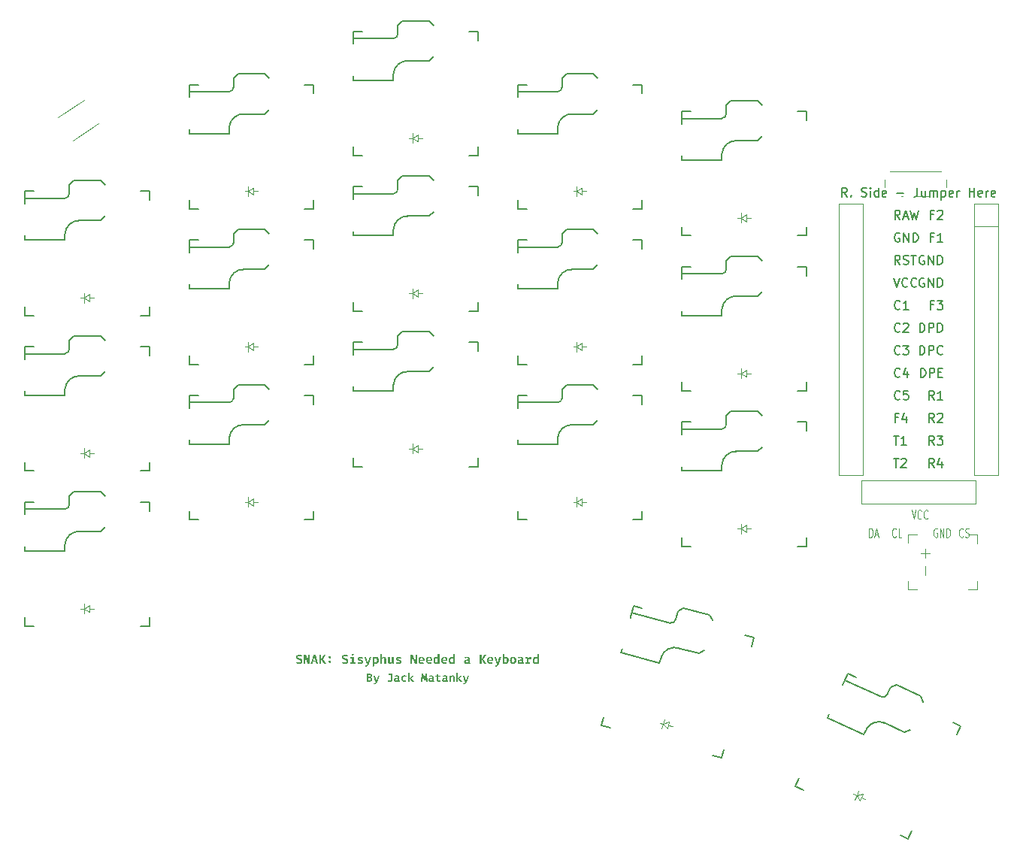
<source format=gbr>
%TF.GenerationSoftware,KiCad,Pcbnew,7.0.10*%
%TF.CreationDate,2024-01-15T23:57:51+02:00*%
%TF.ProjectId,snak_final,736e616b-5f66-4696-9e61-6c2e6b696361,0.1*%
%TF.SameCoordinates,Original*%
%TF.FileFunction,Legend,Top*%
%TF.FilePolarity,Positive*%
%FSLAX46Y46*%
G04 Gerber Fmt 4.6, Leading zero omitted, Abs format (unit mm)*
G04 Created by KiCad (PCBNEW 7.0.10) date 2024-01-15 23:57:51*
%MOMM*%
%LPD*%
G01*
G04 APERTURE LIST*
%ADD10C,0.150000*%
%ADD11C,0.100000*%
%ADD12C,0.120000*%
G04 APERTURE END LIST*
D10*
G36*
X124248507Y-110928618D02*
G01*
X124248326Y-110939862D01*
X124247782Y-110950939D01*
X124246875Y-110961851D01*
X124245606Y-110972597D01*
X124243975Y-110983176D01*
X124241981Y-110993590D01*
X124239624Y-111003838D01*
X124236905Y-111013920D01*
X124233824Y-111023835D01*
X124230379Y-111033585D01*
X124226573Y-111043169D01*
X124222403Y-111052586D01*
X124217872Y-111061838D01*
X124212977Y-111070924D01*
X124207720Y-111079843D01*
X124202101Y-111088597D01*
X124196141Y-111097148D01*
X124189862Y-111105461D01*
X124183264Y-111113535D01*
X124176348Y-111121371D01*
X124169114Y-111128968D01*
X124161560Y-111136327D01*
X124153688Y-111143447D01*
X124145497Y-111150329D01*
X124136988Y-111156972D01*
X124128160Y-111163377D01*
X124119013Y-111169543D01*
X124109548Y-111175471D01*
X124099764Y-111181160D01*
X124089661Y-111186611D01*
X124079240Y-111191823D01*
X124068500Y-111196796D01*
X124057461Y-111201499D01*
X124046144Y-111205898D01*
X124034548Y-111209994D01*
X124022674Y-111213787D01*
X124010521Y-111217276D01*
X123998089Y-111220461D01*
X123985379Y-111223344D01*
X123972390Y-111225922D01*
X123959123Y-111228198D01*
X123945577Y-111230170D01*
X123931752Y-111231839D01*
X123917649Y-111233204D01*
X123903268Y-111234266D01*
X123888607Y-111235024D01*
X123873668Y-111235479D01*
X123858451Y-111235631D01*
X123842444Y-111235489D01*
X123826722Y-111235062D01*
X123811287Y-111234352D01*
X123796139Y-111233357D01*
X123781276Y-111232077D01*
X123766700Y-111230513D01*
X123752410Y-111228665D01*
X123738406Y-111226533D01*
X123724688Y-111224116D01*
X123711257Y-111221415D01*
X123698111Y-111218430D01*
X123685252Y-111215160D01*
X123672680Y-111211607D01*
X123660393Y-111207768D01*
X123648393Y-111203646D01*
X123636678Y-111199239D01*
X123625225Y-111194578D01*
X123614006Y-111189755D01*
X123603022Y-111184770D01*
X123592272Y-111179623D01*
X123581757Y-111174314D01*
X123571477Y-111168842D01*
X123561432Y-111163208D01*
X123551621Y-111157412D01*
X123542045Y-111151454D01*
X123532704Y-111145334D01*
X123523597Y-111139051D01*
X123514725Y-111132606D01*
X123506088Y-111125999D01*
X123497685Y-111119230D01*
X123489517Y-111112299D01*
X123481584Y-111105205D01*
X123585143Y-110989923D01*
X123595332Y-110998891D01*
X123605748Y-111007477D01*
X123616392Y-111015681D01*
X123627264Y-111023502D01*
X123638363Y-111030942D01*
X123649689Y-111037999D01*
X123661243Y-111044675D01*
X123673025Y-111050968D01*
X123685034Y-111056879D01*
X123697271Y-111062408D01*
X123705555Y-111065882D01*
X123718247Y-111070684D01*
X123731226Y-111075013D01*
X123744493Y-111078870D01*
X123758048Y-111082254D01*
X123771891Y-111085166D01*
X123786021Y-111087607D01*
X123800438Y-111089574D01*
X123810210Y-111090624D01*
X123820109Y-111091463D01*
X123830137Y-111092093D01*
X123840292Y-111092513D01*
X123850575Y-111092723D01*
X123855764Y-111092749D01*
X123865618Y-111092606D01*
X123880026Y-111091855D01*
X123893988Y-111090459D01*
X123907504Y-111088420D01*
X123920573Y-111085737D01*
X123933195Y-111082409D01*
X123945371Y-111078438D01*
X123957100Y-111073823D01*
X123968383Y-111068563D01*
X123979220Y-111062660D01*
X123989609Y-111056113D01*
X123999299Y-111048901D01*
X124008036Y-111041097D01*
X124015820Y-111032701D01*
X124022651Y-111023712D01*
X124028528Y-111014131D01*
X124033453Y-111003957D01*
X124037424Y-110993191D01*
X124040442Y-110981832D01*
X124042508Y-110969881D01*
X124043620Y-110957337D01*
X124043831Y-110948646D01*
X124043560Y-110938758D01*
X124042460Y-110926924D01*
X124040512Y-110915674D01*
X124037718Y-110905009D01*
X124034077Y-110894928D01*
X124029589Y-110885431D01*
X124026490Y-110880013D01*
X124020539Y-110871238D01*
X124013372Y-110862773D01*
X124004988Y-110854618D01*
X123997405Y-110848318D01*
X123989043Y-110842215D01*
X123979903Y-110836312D01*
X123969985Y-110830606D01*
X123967383Y-110829211D01*
X123956369Y-110823597D01*
X123947438Y-110819392D01*
X123937931Y-110815191D01*
X123927849Y-110810994D01*
X123917191Y-110806802D01*
X123905959Y-110802614D01*
X123894151Y-110798430D01*
X123881767Y-110794250D01*
X123868808Y-110790075D01*
X123855274Y-110785904D01*
X123850635Y-110784515D01*
X123840446Y-110781337D01*
X123830424Y-110778124D01*
X123820570Y-110774876D01*
X123810885Y-110771593D01*
X123801367Y-110768274D01*
X123792017Y-110764920D01*
X123782835Y-110761530D01*
X123764975Y-110754646D01*
X123747786Y-110747620D01*
X123731269Y-110740453D01*
X123715424Y-110733145D01*
X123700250Y-110725695D01*
X123685748Y-110718105D01*
X123671918Y-110710373D01*
X123658760Y-110702500D01*
X123646273Y-110694486D01*
X123634457Y-110686330D01*
X123623314Y-110678034D01*
X123612842Y-110669596D01*
X123607858Y-110665324D01*
X123598393Y-110656533D01*
X123589540Y-110647380D01*
X123581296Y-110637864D01*
X123573664Y-110627985D01*
X123566642Y-110617744D01*
X123560230Y-110607141D01*
X123554430Y-110596175D01*
X123549240Y-110584846D01*
X123544660Y-110573155D01*
X123540691Y-110561101D01*
X123537333Y-110548685D01*
X123534585Y-110535906D01*
X123532448Y-110522764D01*
X123530921Y-110509260D01*
X123530005Y-110495394D01*
X123529700Y-110481165D01*
X123529885Y-110470540D01*
X123530440Y-110460099D01*
X123531366Y-110449841D01*
X123532662Y-110439766D01*
X123534327Y-110429874D01*
X123536363Y-110420165D01*
X123538770Y-110410640D01*
X123543073Y-110396695D01*
X123548209Y-110383162D01*
X123554178Y-110370042D01*
X123560980Y-110357334D01*
X123568615Y-110345038D01*
X123577083Y-110333154D01*
X123583135Y-110325481D01*
X123592695Y-110314394D01*
X123602836Y-110303814D01*
X123609918Y-110297042D01*
X123617257Y-110290495D01*
X123624855Y-110284173D01*
X123632710Y-110278077D01*
X123640822Y-110272206D01*
X123649192Y-110266559D01*
X123657820Y-110261138D01*
X123666705Y-110255942D01*
X123675848Y-110250972D01*
X123685248Y-110246226D01*
X123694907Y-110241706D01*
X123704822Y-110237411D01*
X123714975Y-110233359D01*
X123725281Y-110229568D01*
X123735743Y-110226039D01*
X123746359Y-110222771D01*
X123757129Y-110219765D01*
X123768054Y-110217020D01*
X123779134Y-110214537D01*
X123790368Y-110212315D01*
X123801757Y-110210354D01*
X123813300Y-110208655D01*
X123824998Y-110207217D01*
X123836851Y-110206041D01*
X123848858Y-110205126D01*
X123861019Y-110204472D01*
X123873336Y-110204080D01*
X123885806Y-110203949D01*
X123899532Y-110204069D01*
X123913051Y-110204430D01*
X123926361Y-110205031D01*
X123939463Y-110205873D01*
X123952358Y-110206955D01*
X123965044Y-110208277D01*
X123977522Y-110209840D01*
X123989793Y-110211643D01*
X124001855Y-110213687D01*
X124013709Y-110215971D01*
X124025356Y-110218495D01*
X124036794Y-110221260D01*
X124048024Y-110224265D01*
X124059047Y-110227511D01*
X124069861Y-110230997D01*
X124080468Y-110234724D01*
X124090891Y-110238672D01*
X124101156Y-110242822D01*
X124111262Y-110247175D01*
X124121211Y-110251729D01*
X124131000Y-110256486D01*
X124140632Y-110261446D01*
X124150105Y-110266607D01*
X124159419Y-110271971D01*
X124168575Y-110277537D01*
X124177573Y-110283305D01*
X124186413Y-110289276D01*
X124195094Y-110295449D01*
X124203617Y-110301824D01*
X124211981Y-110308401D01*
X124220187Y-110315181D01*
X124228235Y-110322163D01*
X124130049Y-110440865D01*
X124120405Y-110432064D01*
X124110615Y-110423706D01*
X124100678Y-110415790D01*
X124090596Y-110408316D01*
X124080368Y-110401284D01*
X124069994Y-110394694D01*
X124059474Y-110388547D01*
X124048808Y-110382842D01*
X124037996Y-110377579D01*
X124027038Y-110372758D01*
X124019651Y-110369790D01*
X124008552Y-110365687D01*
X123997418Y-110361988D01*
X123986249Y-110358692D01*
X123975046Y-110355800D01*
X123963809Y-110353311D01*
X123952538Y-110351226D01*
X123941232Y-110349544D01*
X123929892Y-110348266D01*
X123918518Y-110347392D01*
X123907109Y-110346921D01*
X123899484Y-110346831D01*
X123886106Y-110347085D01*
X123873174Y-110347845D01*
X123860689Y-110349111D01*
X123848651Y-110350884D01*
X123837059Y-110353164D01*
X123825913Y-110355950D01*
X123815214Y-110359243D01*
X123804962Y-110363043D01*
X123795156Y-110367349D01*
X123785796Y-110372162D01*
X123779805Y-110375652D01*
X123771424Y-110381307D01*
X123761532Y-110389628D01*
X123753106Y-110398843D01*
X123746145Y-110408950D01*
X123740650Y-110419951D01*
X123736620Y-110431844D01*
X123734055Y-110444631D01*
X123733093Y-110454807D01*
X123732910Y-110461870D01*
X123733393Y-110472610D01*
X123734842Y-110482850D01*
X123737257Y-110492588D01*
X123740638Y-110501826D01*
X123745970Y-110512251D01*
X123751477Y-110520386D01*
X123752694Y-110521953D01*
X123759556Y-110529591D01*
X123767778Y-110537085D01*
X123777359Y-110544436D01*
X123786003Y-110550214D01*
X123795517Y-110555900D01*
X123805901Y-110561495D01*
X123817155Y-110566998D01*
X123820105Y-110568360D01*
X123829405Y-110572428D01*
X123839353Y-110576574D01*
X123849950Y-110580797D01*
X123861195Y-110585098D01*
X123873088Y-110589476D01*
X123885630Y-110593931D01*
X123898820Y-110598463D01*
X123912658Y-110603073D01*
X123922243Y-110606189D01*
X123932117Y-110609339D01*
X123942279Y-110612524D01*
X123952729Y-110615743D01*
X123963665Y-110619112D01*
X123974432Y-110622566D01*
X123985029Y-110626104D01*
X123995456Y-110629726D01*
X124005713Y-110633431D01*
X124015801Y-110637221D01*
X124025718Y-110641094D01*
X124035466Y-110645052D01*
X124045044Y-110649093D01*
X124054452Y-110653219D01*
X124063690Y-110657428D01*
X124072759Y-110661721D01*
X124081657Y-110666099D01*
X124090386Y-110670560D01*
X124103161Y-110677409D01*
X124107334Y-110679734D01*
X124119535Y-110686934D01*
X124131225Y-110694521D01*
X124142405Y-110702493D01*
X124153073Y-110710852D01*
X124163230Y-110719598D01*
X124172876Y-110728730D01*
X124182012Y-110738248D01*
X124190637Y-110748153D01*
X124198750Y-110758444D01*
X124206353Y-110769121D01*
X124211138Y-110776454D01*
X124217816Y-110787877D01*
X124223837Y-110799887D01*
X124229202Y-110812486D01*
X124233909Y-110825673D01*
X124237960Y-110839448D01*
X124240296Y-110848959D01*
X124242339Y-110858730D01*
X124244091Y-110868763D01*
X124245551Y-110879058D01*
X124246719Y-110889614D01*
X124247594Y-110900431D01*
X124248178Y-110911510D01*
X124248470Y-110922850D01*
X124248507Y-110928618D01*
G37*
G36*
X124833468Y-111220000D02*
G01*
X124541110Y-110395436D01*
X124542549Y-110407136D01*
X124543795Y-110417518D01*
X124545125Y-110428809D01*
X124546539Y-110441008D01*
X124547655Y-110450753D01*
X124548817Y-110461009D01*
X124550027Y-110471776D01*
X124551285Y-110483054D01*
X124552589Y-110494842D01*
X124553946Y-110507026D01*
X124555268Y-110519489D01*
X124556556Y-110532231D01*
X124557810Y-110545252D01*
X124559029Y-110558552D01*
X124560214Y-110572131D01*
X124561365Y-110585989D01*
X124562481Y-110600126D01*
X124563563Y-110614543D01*
X124564265Y-110624309D01*
X124564952Y-110634199D01*
X124565290Y-110639190D01*
X124565940Y-110649187D01*
X124566549Y-110659210D01*
X124567116Y-110669261D01*
X124567641Y-110679337D01*
X124568123Y-110689441D01*
X124568564Y-110699571D01*
X124568963Y-110709728D01*
X124569320Y-110719912D01*
X124569635Y-110730123D01*
X124569908Y-110740360D01*
X124570138Y-110750624D01*
X124570327Y-110760915D01*
X124570474Y-110771232D01*
X124570579Y-110781576D01*
X124570642Y-110791947D01*
X124570663Y-110802344D01*
X124570663Y-111220000D01*
X124399693Y-111220000D01*
X124399693Y-110219581D01*
X124649554Y-110219581D01*
X124938981Y-111050495D01*
X124937488Y-111039598D01*
X124935939Y-111027792D01*
X124934334Y-111015075D01*
X124932673Y-111001448D01*
X124930956Y-110986911D01*
X124929781Y-110976714D01*
X124928581Y-110966112D01*
X124927356Y-110955106D01*
X124926106Y-110943695D01*
X124924831Y-110931880D01*
X124923532Y-110919660D01*
X124922208Y-110907036D01*
X124920858Y-110894007D01*
X124920175Y-110887341D01*
X124918873Y-110873771D01*
X124917656Y-110859989D01*
X124916522Y-110845996D01*
X124915473Y-110831791D01*
X124914507Y-110817374D01*
X124913626Y-110802745D01*
X124912828Y-110787904D01*
X124912115Y-110772852D01*
X124911485Y-110757588D01*
X124910939Y-110742112D01*
X124910477Y-110726424D01*
X124910100Y-110710524D01*
X124909806Y-110694413D01*
X124909596Y-110678089D01*
X124909470Y-110661554D01*
X124909428Y-110644808D01*
X124909428Y-110219581D01*
X125080398Y-110219581D01*
X125080398Y-111220000D01*
X124833468Y-111220000D01*
G37*
G36*
X126032212Y-111211939D02*
G01*
X125823385Y-111211939D01*
X125761591Y-110985526D01*
X125435039Y-110985526D01*
X125373245Y-111211939D01*
X125170035Y-111211939D01*
X125285741Y-110842644D01*
X125470210Y-110842644D01*
X125724955Y-110842644D01*
X125597949Y-110371744D01*
X125470210Y-110842644D01*
X125285741Y-110842644D01*
X125480956Y-110219581D01*
X125722024Y-110219581D01*
X126032212Y-111211939D01*
G37*
G36*
X126335073Y-111220000D02*
G01*
X126138458Y-111220000D01*
X126138458Y-110219581D01*
X126335073Y-110219581D01*
X126335073Y-111220000D01*
G37*
G36*
X126342401Y-110686085D02*
G01*
X126655276Y-110219581D01*
X126866546Y-110219581D01*
X126547565Y-110675826D01*
X126893657Y-111220000D01*
X126661870Y-111220000D01*
X126342401Y-110686085D01*
G37*
G36*
X127182840Y-110485073D02*
G01*
X127183195Y-110474494D01*
X127184257Y-110464190D01*
X127186028Y-110454161D01*
X127188508Y-110444406D01*
X127191695Y-110434927D01*
X127195592Y-110425722D01*
X127200196Y-110416792D01*
X127205509Y-110408136D01*
X127211531Y-110399756D01*
X127218260Y-110391650D01*
X127223140Y-110386399D01*
X127230853Y-110378935D01*
X127238880Y-110372205D01*
X127247220Y-110366209D01*
X127255873Y-110360948D01*
X127264839Y-110356420D01*
X127274119Y-110352627D01*
X127283713Y-110349568D01*
X127293620Y-110347243D01*
X127303840Y-110345653D01*
X127314374Y-110344796D01*
X127321570Y-110344633D01*
X127332440Y-110345000D01*
X127342974Y-110346101D01*
X127353174Y-110347937D01*
X127363038Y-110350506D01*
X127372568Y-110353810D01*
X127381763Y-110357848D01*
X127390623Y-110362620D01*
X127399148Y-110368126D01*
X127407338Y-110374367D01*
X127415194Y-110381341D01*
X127420244Y-110386399D01*
X127427359Y-110394321D01*
X127433774Y-110402519D01*
X127439489Y-110410991D01*
X127444505Y-110419738D01*
X127448820Y-110428760D01*
X127452436Y-110438056D01*
X127455352Y-110447627D01*
X127457568Y-110457473D01*
X127459084Y-110467594D01*
X127459901Y-110477990D01*
X127460056Y-110485073D01*
X127459706Y-110495741D01*
X127458656Y-110506130D01*
X127456907Y-110516240D01*
X127454458Y-110526071D01*
X127451308Y-110535623D01*
X127447459Y-110544896D01*
X127442911Y-110553890D01*
X127437662Y-110562605D01*
X127431714Y-110571040D01*
X127425065Y-110579197D01*
X127420244Y-110584480D01*
X127412612Y-110591900D01*
X127404645Y-110598590D01*
X127396343Y-110604551D01*
X127387707Y-110609782D01*
X127378735Y-110614282D01*
X127369429Y-110618053D01*
X127359787Y-110621095D01*
X127349811Y-110623406D01*
X127339500Y-110624987D01*
X127328854Y-110625839D01*
X127321570Y-110626001D01*
X127310828Y-110625636D01*
X127300398Y-110624541D01*
X127290283Y-110622716D01*
X127280480Y-110620162D01*
X127270991Y-110616878D01*
X127261816Y-110612863D01*
X127252954Y-110608119D01*
X127244405Y-110602645D01*
X127236170Y-110596441D01*
X127228248Y-110589508D01*
X127223140Y-110584480D01*
X127215938Y-110576509D01*
X127209445Y-110568259D01*
X127203659Y-110559731D01*
X127198583Y-110550923D01*
X127194214Y-110541836D01*
X127190554Y-110532470D01*
X127187602Y-110522825D01*
X127185359Y-110512901D01*
X127183824Y-110502698D01*
X127182998Y-110492216D01*
X127182840Y-110485073D01*
G37*
G36*
X127182840Y-110984549D02*
G01*
X127183195Y-110973973D01*
X127184257Y-110963675D01*
X127186028Y-110953657D01*
X127188508Y-110943917D01*
X127191695Y-110934457D01*
X127195592Y-110925276D01*
X127200196Y-110916373D01*
X127205509Y-110907750D01*
X127211531Y-110899406D01*
X127218260Y-110891341D01*
X127223140Y-110886120D01*
X127230853Y-110878743D01*
X127238880Y-110872092D01*
X127247220Y-110866166D01*
X127255873Y-110860966D01*
X127264839Y-110856492D01*
X127274119Y-110852743D01*
X127283713Y-110849720D01*
X127293620Y-110847422D01*
X127303840Y-110845850D01*
X127314374Y-110845004D01*
X127321570Y-110844842D01*
X127332440Y-110845205D01*
X127342974Y-110846294D01*
X127353174Y-110848108D01*
X127363038Y-110850647D01*
X127372568Y-110853912D01*
X127381763Y-110857903D01*
X127390623Y-110862619D01*
X127399148Y-110868061D01*
X127407338Y-110874228D01*
X127415194Y-110881121D01*
X127420244Y-110886120D01*
X127427359Y-110893999D01*
X127433774Y-110902157D01*
X127439489Y-110910594D01*
X127444505Y-110919310D01*
X127448820Y-110928305D01*
X127452436Y-110937579D01*
X127455352Y-110947133D01*
X127457568Y-110956965D01*
X127459084Y-110967077D01*
X127459901Y-110977467D01*
X127460056Y-110984549D01*
X127459706Y-110995349D01*
X127458656Y-111005856D01*
X127456907Y-111016071D01*
X127454458Y-111025994D01*
X127451308Y-111035626D01*
X127447459Y-111044965D01*
X127442911Y-111054013D01*
X127437662Y-111062768D01*
X127431714Y-111071232D01*
X127425065Y-111079403D01*
X127420244Y-111084689D01*
X127412612Y-111092109D01*
X127404645Y-111098800D01*
X127396343Y-111104760D01*
X127387707Y-111109991D01*
X127378735Y-111114492D01*
X127369429Y-111118263D01*
X127359787Y-111121304D01*
X127349811Y-111123615D01*
X127339500Y-111125197D01*
X127328854Y-111126048D01*
X127321570Y-111126210D01*
X127310828Y-111125845D01*
X127300398Y-111124751D01*
X127290283Y-111122926D01*
X127280480Y-111120371D01*
X127270991Y-111117087D01*
X127261816Y-111113073D01*
X127252954Y-111108329D01*
X127244405Y-111102855D01*
X127236170Y-111096651D01*
X127228248Y-111089717D01*
X127223140Y-111084689D01*
X127215938Y-111076712D01*
X127209445Y-111068443D01*
X127203659Y-111059882D01*
X127198583Y-111051029D01*
X127194214Y-111041884D01*
X127190554Y-111032448D01*
X127187602Y-111022719D01*
X127185359Y-111012698D01*
X127183824Y-111002386D01*
X127182998Y-110991781D01*
X127182840Y-110984549D01*
G37*
G36*
X129412778Y-110928618D02*
G01*
X129412596Y-110939862D01*
X129412052Y-110950939D01*
X129411146Y-110961851D01*
X129409877Y-110972597D01*
X129408246Y-110983176D01*
X129406252Y-110993590D01*
X129403895Y-111003838D01*
X129401176Y-111013920D01*
X129398094Y-111023835D01*
X129394650Y-111033585D01*
X129390843Y-111043169D01*
X129386674Y-111052586D01*
X129382142Y-111061838D01*
X129377248Y-111070924D01*
X129371991Y-111079843D01*
X129366371Y-111088597D01*
X129360411Y-111097148D01*
X129354133Y-111105461D01*
X129347535Y-111113535D01*
X129340619Y-111121371D01*
X129333384Y-111128968D01*
X129325831Y-111136327D01*
X129317959Y-111143447D01*
X129309768Y-111150329D01*
X129301259Y-111156972D01*
X129292431Y-111163377D01*
X129283284Y-111169543D01*
X129273819Y-111175471D01*
X129264035Y-111181160D01*
X129253932Y-111186611D01*
X129243511Y-111191823D01*
X129232771Y-111196796D01*
X129221732Y-111201499D01*
X129210415Y-111205898D01*
X129198819Y-111209994D01*
X129186945Y-111213787D01*
X129174792Y-111217276D01*
X129162360Y-111220461D01*
X129149650Y-111223344D01*
X129136661Y-111225922D01*
X129123394Y-111228198D01*
X129109848Y-111230170D01*
X129096023Y-111231839D01*
X129081920Y-111233204D01*
X129067538Y-111234266D01*
X129052878Y-111235024D01*
X129037939Y-111235479D01*
X129022722Y-111235631D01*
X129006714Y-111235489D01*
X128990993Y-111235062D01*
X128975558Y-111234352D01*
X128960409Y-111233357D01*
X128945547Y-111232077D01*
X128930970Y-111230513D01*
X128916680Y-111228665D01*
X128902676Y-111226533D01*
X128888959Y-111224116D01*
X128875527Y-111221415D01*
X128862382Y-111218430D01*
X128849523Y-111215160D01*
X128836950Y-111211607D01*
X128824664Y-111207768D01*
X128812663Y-111203646D01*
X128800949Y-111199239D01*
X128789496Y-111194578D01*
X128778277Y-111189755D01*
X128767292Y-111184770D01*
X128756543Y-111179623D01*
X128746028Y-111174314D01*
X128735748Y-111168842D01*
X128725702Y-111163208D01*
X128715892Y-111157412D01*
X128706316Y-111151454D01*
X128696974Y-111145334D01*
X128687868Y-111139051D01*
X128678996Y-111132606D01*
X128670359Y-111125999D01*
X128661956Y-111119230D01*
X128653788Y-111112299D01*
X128645855Y-111105205D01*
X128749414Y-110989923D01*
X128759603Y-110998891D01*
X128770019Y-111007477D01*
X128780663Y-111015681D01*
X128791534Y-111023502D01*
X128802633Y-111030942D01*
X128813960Y-111037999D01*
X128825514Y-111044675D01*
X128837296Y-111050968D01*
X128849305Y-111056879D01*
X128861542Y-111062408D01*
X128869826Y-111065882D01*
X128882518Y-111070684D01*
X128895497Y-111075013D01*
X128908764Y-111078870D01*
X128922319Y-111082254D01*
X128936161Y-111085166D01*
X128950291Y-111087607D01*
X128964709Y-111089574D01*
X128974481Y-111090624D01*
X128984380Y-111091463D01*
X128994407Y-111092093D01*
X129004563Y-111092513D01*
X129014846Y-111092723D01*
X129020035Y-111092749D01*
X129029889Y-111092606D01*
X129044297Y-111091855D01*
X129058259Y-111090459D01*
X129071774Y-111088420D01*
X129084843Y-111085737D01*
X129097466Y-111082409D01*
X129109642Y-111078438D01*
X129121371Y-111073823D01*
X129132654Y-111068563D01*
X129143490Y-111062660D01*
X129153880Y-111056113D01*
X129163570Y-111048901D01*
X129172307Y-111041097D01*
X129180091Y-111032701D01*
X129186922Y-111023712D01*
X129192799Y-111014131D01*
X129197724Y-111003957D01*
X129201695Y-110993191D01*
X129204713Y-110981832D01*
X129206778Y-110969881D01*
X129207890Y-110957337D01*
X129208102Y-110948646D01*
X129207831Y-110938758D01*
X129206730Y-110926924D01*
X129204783Y-110915674D01*
X129201989Y-110905009D01*
X129198348Y-110894928D01*
X129193860Y-110885431D01*
X129190761Y-110880013D01*
X129184810Y-110871238D01*
X129177642Y-110862773D01*
X129169258Y-110854618D01*
X129161675Y-110848318D01*
X129153314Y-110842215D01*
X129144174Y-110836312D01*
X129134255Y-110830606D01*
X129131654Y-110829211D01*
X129120640Y-110823597D01*
X129111709Y-110819392D01*
X129102202Y-110815191D01*
X129092120Y-110810994D01*
X129081462Y-110806802D01*
X129070229Y-110802614D01*
X129058421Y-110798430D01*
X129046038Y-110794250D01*
X129033079Y-110790075D01*
X129019545Y-110785904D01*
X129014906Y-110784515D01*
X129004716Y-110781337D01*
X128994695Y-110778124D01*
X128984841Y-110774876D01*
X128975155Y-110771593D01*
X128965638Y-110768274D01*
X128956288Y-110764920D01*
X128947106Y-110761530D01*
X128929245Y-110754646D01*
X128912057Y-110747620D01*
X128895540Y-110740453D01*
X128879695Y-110733145D01*
X128864521Y-110725695D01*
X128850019Y-110718105D01*
X128836189Y-110710373D01*
X128823030Y-110702500D01*
X128810543Y-110694486D01*
X128798728Y-110686330D01*
X128787585Y-110678034D01*
X128777113Y-110669596D01*
X128772129Y-110665324D01*
X128762664Y-110656533D01*
X128753810Y-110647380D01*
X128745567Y-110637864D01*
X128737935Y-110627985D01*
X128730913Y-110617744D01*
X128724501Y-110607141D01*
X128718700Y-110596175D01*
X128713510Y-110584846D01*
X128708931Y-110573155D01*
X128704962Y-110561101D01*
X128701603Y-110548685D01*
X128698856Y-110535906D01*
X128696719Y-110522764D01*
X128695192Y-110509260D01*
X128694276Y-110495394D01*
X128693971Y-110481165D01*
X128694156Y-110470540D01*
X128694711Y-110460099D01*
X128695637Y-110449841D01*
X128696932Y-110439766D01*
X128698598Y-110429874D01*
X128700634Y-110420165D01*
X128703040Y-110410640D01*
X128707344Y-110396695D01*
X128712480Y-110383162D01*
X128718449Y-110370042D01*
X128725251Y-110357334D01*
X128732886Y-110345038D01*
X128741354Y-110333154D01*
X128747406Y-110325481D01*
X128756966Y-110314394D01*
X128767106Y-110303814D01*
X128774188Y-110297042D01*
X128781528Y-110290495D01*
X128789125Y-110284173D01*
X128796980Y-110278077D01*
X128805093Y-110272206D01*
X128813463Y-110266559D01*
X128822091Y-110261138D01*
X128830976Y-110255942D01*
X128840119Y-110250972D01*
X128849519Y-110246226D01*
X128859177Y-110241706D01*
X128869093Y-110237411D01*
X128879245Y-110233359D01*
X128889552Y-110229568D01*
X128900014Y-110226039D01*
X128910630Y-110222771D01*
X128921400Y-110219765D01*
X128932325Y-110217020D01*
X128943405Y-110214537D01*
X128954639Y-110212315D01*
X128966028Y-110210354D01*
X128977571Y-110208655D01*
X128989269Y-110207217D01*
X129001122Y-110206041D01*
X129013129Y-110205126D01*
X129025290Y-110204472D01*
X129037606Y-110204080D01*
X129050077Y-110203949D01*
X129063803Y-110204069D01*
X129077321Y-110204430D01*
X129090632Y-110205031D01*
X129103734Y-110205873D01*
X129116628Y-110206955D01*
X129129315Y-110208277D01*
X129141793Y-110209840D01*
X129154063Y-110211643D01*
X129166126Y-110213687D01*
X129177980Y-110215971D01*
X129189626Y-110218495D01*
X129201065Y-110221260D01*
X129212295Y-110224265D01*
X129223318Y-110227511D01*
X129234132Y-110230997D01*
X129244739Y-110234724D01*
X129255162Y-110238672D01*
X129265427Y-110242822D01*
X129275533Y-110247175D01*
X129285481Y-110251729D01*
X129295271Y-110256486D01*
X129304902Y-110261446D01*
X129314375Y-110266607D01*
X129323690Y-110271971D01*
X129332846Y-110277537D01*
X129341844Y-110283305D01*
X129350684Y-110289276D01*
X129359365Y-110295449D01*
X129367887Y-110301824D01*
X129376252Y-110308401D01*
X129384458Y-110315181D01*
X129392505Y-110322163D01*
X129294320Y-110440865D01*
X129284676Y-110432064D01*
X129274885Y-110423706D01*
X129264949Y-110415790D01*
X129254867Y-110408316D01*
X129244639Y-110401284D01*
X129234265Y-110394694D01*
X129223745Y-110388547D01*
X129213079Y-110382842D01*
X129202266Y-110377579D01*
X129191308Y-110372758D01*
X129183922Y-110369790D01*
X129172822Y-110365687D01*
X129161688Y-110361988D01*
X129150520Y-110358692D01*
X129139317Y-110355800D01*
X129128080Y-110353311D01*
X129116809Y-110351226D01*
X129105503Y-110349544D01*
X129094163Y-110348266D01*
X129082788Y-110347392D01*
X129071380Y-110346921D01*
X129063755Y-110346831D01*
X129050377Y-110347085D01*
X129037445Y-110347845D01*
X129024960Y-110349111D01*
X129012922Y-110350884D01*
X129001330Y-110353164D01*
X128990184Y-110355950D01*
X128979485Y-110359243D01*
X128969233Y-110363043D01*
X128959427Y-110367349D01*
X128950067Y-110372162D01*
X128944076Y-110375652D01*
X128935695Y-110381307D01*
X128925803Y-110389628D01*
X128917377Y-110398843D01*
X128910416Y-110408950D01*
X128904920Y-110419951D01*
X128900890Y-110431844D01*
X128898326Y-110444631D01*
X128897364Y-110454807D01*
X128897181Y-110461870D01*
X128897664Y-110472610D01*
X128899113Y-110482850D01*
X128901528Y-110492588D01*
X128904909Y-110501826D01*
X128910241Y-110512251D01*
X128915747Y-110520386D01*
X128916965Y-110521953D01*
X128923827Y-110529591D01*
X128932049Y-110537085D01*
X128941630Y-110544436D01*
X128950274Y-110550214D01*
X128959788Y-110555900D01*
X128970172Y-110561495D01*
X128981426Y-110566998D01*
X128984376Y-110568360D01*
X128993676Y-110572428D01*
X129003624Y-110576574D01*
X129014221Y-110580797D01*
X129025466Y-110585098D01*
X129037359Y-110589476D01*
X129049900Y-110593931D01*
X129063090Y-110598463D01*
X129076928Y-110603073D01*
X129086514Y-110606189D01*
X129096388Y-110609339D01*
X129106550Y-110612524D01*
X129116999Y-110615743D01*
X129127936Y-110619112D01*
X129138703Y-110622566D01*
X129149300Y-110626104D01*
X129159727Y-110629726D01*
X129169984Y-110633431D01*
X129180071Y-110637221D01*
X129189989Y-110641094D01*
X129199737Y-110645052D01*
X129209315Y-110649093D01*
X129218723Y-110653219D01*
X129227961Y-110657428D01*
X129237030Y-110661721D01*
X129245928Y-110666099D01*
X129254657Y-110670560D01*
X129267432Y-110677409D01*
X129271605Y-110679734D01*
X129283806Y-110686934D01*
X129295496Y-110694521D01*
X129306675Y-110702493D01*
X129317344Y-110710852D01*
X129327501Y-110719598D01*
X129337147Y-110728730D01*
X129346283Y-110738248D01*
X129354907Y-110748153D01*
X129363021Y-110758444D01*
X129370624Y-110769121D01*
X129375408Y-110776454D01*
X129382087Y-110787877D01*
X129388108Y-110799887D01*
X129393473Y-110812486D01*
X129398180Y-110825673D01*
X129402231Y-110839448D01*
X129404567Y-110848959D01*
X129406610Y-110858730D01*
X129408362Y-110868763D01*
X129409822Y-110879058D01*
X129410989Y-110889614D01*
X129411865Y-110900431D01*
X129412449Y-110911510D01*
X129412741Y-110922850D01*
X129412778Y-110928618D01*
G37*
G36*
X129903706Y-110078897D02*
G01*
X129916299Y-110079385D01*
X129928313Y-110080851D01*
X129939747Y-110083293D01*
X129950600Y-110086713D01*
X129960874Y-110091109D01*
X129970567Y-110096482D01*
X129979680Y-110102833D01*
X129988214Y-110110160D01*
X129995999Y-110118216D01*
X130002746Y-110126753D01*
X130008455Y-110135771D01*
X130013127Y-110145270D01*
X130016760Y-110155250D01*
X130019355Y-110165710D01*
X130020912Y-110176651D01*
X130021431Y-110188073D01*
X130020912Y-110199446D01*
X130019355Y-110210361D01*
X130016760Y-110220817D01*
X130013127Y-110230816D01*
X130008455Y-110240357D01*
X130002746Y-110249439D01*
X129995999Y-110258064D01*
X129988214Y-110266231D01*
X129979680Y-110273616D01*
X129970567Y-110280016D01*
X129960874Y-110285431D01*
X129950600Y-110289862D01*
X129939747Y-110293308D01*
X129928313Y-110295769D01*
X129916299Y-110297246D01*
X129903706Y-110297739D01*
X129890883Y-110297246D01*
X129878671Y-110295769D01*
X129867069Y-110293308D01*
X129856078Y-110289862D01*
X129845698Y-110285431D01*
X129835928Y-110280016D01*
X129826769Y-110273616D01*
X129818221Y-110266231D01*
X129810493Y-110258064D01*
X129803795Y-110249439D01*
X129798128Y-110240357D01*
X129793491Y-110230816D01*
X129789885Y-110220817D01*
X129787309Y-110210361D01*
X129785763Y-110199446D01*
X129785248Y-110188073D01*
X129785763Y-110176651D01*
X129787309Y-110165710D01*
X129789885Y-110155250D01*
X129793491Y-110145270D01*
X129798128Y-110135771D01*
X129803795Y-110126753D01*
X129810493Y-110118216D01*
X129818221Y-110110160D01*
X129826769Y-110102833D01*
X129835928Y-110096482D01*
X129845698Y-110091109D01*
X129856078Y-110086713D01*
X129867069Y-110083293D01*
X129878671Y-110080851D01*
X129890883Y-110079385D01*
X129903706Y-110078897D01*
G37*
G36*
X130026316Y-110454054D02*
G01*
X130026316Y-111077117D01*
X130226839Y-111077117D01*
X130226839Y-111220000D01*
X129614278Y-111220000D01*
X129614278Y-111077117D01*
X129836783Y-111077117D01*
X129836783Y-110596936D01*
X129621605Y-110596936D01*
X129621605Y-110454054D01*
X130026316Y-110454054D01*
G37*
G36*
X130739260Y-111092749D02*
G01*
X130751533Y-111092549D01*
X130763346Y-111091950D01*
X130774700Y-111090952D01*
X130785594Y-111089555D01*
X130796029Y-111087758D01*
X130806005Y-111085562D01*
X130815521Y-111082967D01*
X130827494Y-111078885D01*
X130838651Y-111074094D01*
X130846483Y-111070034D01*
X130855986Y-111064047D01*
X130864221Y-111057441D01*
X130871190Y-111050216D01*
X130878119Y-111040317D01*
X130883068Y-111029451D01*
X130886038Y-111017619D01*
X130886988Y-111007458D01*
X130887027Y-111004822D01*
X130886564Y-110995013D01*
X130884851Y-110984242D01*
X130881875Y-110974196D01*
X130877638Y-110964874D01*
X130873838Y-110958660D01*
X130866841Y-110950251D01*
X130858890Y-110943268D01*
X130850886Y-110937605D01*
X130841630Y-110932086D01*
X130831123Y-110926710D01*
X130821815Y-110922512D01*
X130811503Y-110918295D01*
X130799985Y-110913948D01*
X130790556Y-110910603D01*
X130780448Y-110907185D01*
X130769662Y-110903693D01*
X130758197Y-110900129D01*
X130746054Y-110896492D01*
X130733233Y-110892782D01*
X130719733Y-110888999D01*
X130705555Y-110885143D01*
X130691977Y-110881631D01*
X130678722Y-110877964D01*
X130665788Y-110874143D01*
X130653176Y-110870167D01*
X130640887Y-110866037D01*
X130628919Y-110861752D01*
X130617273Y-110857313D01*
X130605950Y-110852719D01*
X130594948Y-110847971D01*
X130584268Y-110843068D01*
X130577327Y-110839713D01*
X130567238Y-110834445D01*
X130557578Y-110828897D01*
X130548347Y-110823070D01*
X130539546Y-110816964D01*
X130531174Y-110810580D01*
X130523232Y-110803916D01*
X130515718Y-110796973D01*
X130508634Y-110789750D01*
X130501980Y-110782249D01*
X130495754Y-110774469D01*
X130491842Y-110769127D01*
X130486386Y-110760822D01*
X130481467Y-110752117D01*
X130477084Y-110743013D01*
X130473238Y-110733510D01*
X130469929Y-110723607D01*
X130467156Y-110713305D01*
X130464920Y-110702604D01*
X130463220Y-110691504D01*
X130462057Y-110680004D01*
X130461431Y-110668105D01*
X130461312Y-110659951D01*
X130461637Y-110647879D01*
X130462613Y-110636087D01*
X130464240Y-110624576D01*
X130466518Y-110613346D01*
X130469446Y-110602396D01*
X130473024Y-110591727D01*
X130477254Y-110581338D01*
X130482134Y-110571229D01*
X130487665Y-110561402D01*
X130493846Y-110551854D01*
X130500678Y-110542587D01*
X130508161Y-110533601D01*
X130516294Y-110524895D01*
X130525079Y-110516469D01*
X130534513Y-110508325D01*
X130544599Y-110500460D01*
X130555268Y-110492948D01*
X130566455Y-110485920D01*
X130578158Y-110479377D01*
X130590379Y-110473319D01*
X130603117Y-110467745D01*
X130616372Y-110462656D01*
X130630144Y-110458051D01*
X130644433Y-110453932D01*
X130659239Y-110450297D01*
X130674563Y-110447146D01*
X130690403Y-110444481D01*
X130706761Y-110442300D01*
X130723636Y-110440603D01*
X130741027Y-110439392D01*
X130758936Y-110438665D01*
X130777362Y-110438422D01*
X130789450Y-110438525D01*
X130801348Y-110438835D01*
X130813057Y-110439350D01*
X130824578Y-110440071D01*
X130835909Y-110440998D01*
X130847052Y-110442132D01*
X130858005Y-110443471D01*
X130868770Y-110445017D01*
X130879346Y-110446769D01*
X130889733Y-110448726D01*
X130899931Y-110450890D01*
X130909940Y-110453260D01*
X130919761Y-110455836D01*
X130929392Y-110458618D01*
X130938835Y-110461606D01*
X130948088Y-110464801D01*
X130961644Y-110469817D01*
X130974836Y-110475065D01*
X130987662Y-110480544D01*
X131000123Y-110486256D01*
X131012220Y-110492199D01*
X131023951Y-110498374D01*
X131035318Y-110504782D01*
X131046320Y-110511420D01*
X131056956Y-110518291D01*
X131067228Y-110525394D01*
X131073873Y-110530258D01*
X130996204Y-110648471D01*
X130987528Y-110642939D01*
X130978719Y-110637609D01*
X130969776Y-110632481D01*
X130960701Y-110627554D01*
X130951492Y-110622829D01*
X130942151Y-110618306D01*
X130932676Y-110613985D01*
X130923068Y-110609866D01*
X130913328Y-110605948D01*
X130903454Y-110602232D01*
X130896797Y-110599867D01*
X130886695Y-110596550D01*
X130876447Y-110593559D01*
X130866053Y-110590894D01*
X130855512Y-110588555D01*
X130844826Y-110586543D01*
X130833994Y-110584857D01*
X130823016Y-110583498D01*
X130811892Y-110582465D01*
X130800622Y-110581758D01*
X130789206Y-110581377D01*
X130781515Y-110581304D01*
X130769330Y-110581472D01*
X130757781Y-110581974D01*
X130746867Y-110582811D01*
X130736589Y-110583983D01*
X130723873Y-110586067D01*
X130712287Y-110588746D01*
X130701830Y-110592021D01*
X130692503Y-110595890D01*
X130684306Y-110600355D01*
X130675510Y-110606673D01*
X130668206Y-110613717D01*
X130661408Y-110623131D01*
X130656757Y-110633592D01*
X130654521Y-110643111D01*
X130653775Y-110653356D01*
X130654512Y-110663477D01*
X130657156Y-110674186D01*
X130661725Y-110683979D01*
X130668216Y-110692855D01*
X130669163Y-110693900D01*
X130677099Y-110701108D01*
X130685817Y-110707193D01*
X130694433Y-110712199D01*
X130704278Y-110717144D01*
X130715351Y-110722030D01*
X130725094Y-110725896D01*
X130735830Y-110729777D01*
X130747641Y-110733849D01*
X130757206Y-110737029D01*
X130767376Y-110740315D01*
X130778152Y-110743709D01*
X130789533Y-110747210D01*
X130801519Y-110750819D01*
X130814110Y-110754535D01*
X130827307Y-110758358D01*
X130841110Y-110762288D01*
X130854818Y-110766191D01*
X130868192Y-110770205D01*
X130881231Y-110774331D01*
X130893935Y-110778569D01*
X130906304Y-110782918D01*
X130918338Y-110787379D01*
X130930038Y-110791951D01*
X130941402Y-110796635D01*
X130952432Y-110801431D01*
X130963126Y-110806338D01*
X130970070Y-110809672D01*
X130980155Y-110814818D01*
X130989802Y-110820273D01*
X130999011Y-110826038D01*
X131007783Y-110832111D01*
X131016116Y-110838494D01*
X131024011Y-110845186D01*
X131031469Y-110852187D01*
X131038489Y-110859497D01*
X131045070Y-110867116D01*
X131051214Y-110875045D01*
X131055066Y-110880502D01*
X131060479Y-110889036D01*
X131065359Y-110898059D01*
X131069707Y-110907571D01*
X131073522Y-110917573D01*
X131076805Y-110928065D01*
X131079556Y-110939046D01*
X131081774Y-110950516D01*
X131083460Y-110962476D01*
X131084613Y-110974925D01*
X131085234Y-110987864D01*
X131085353Y-110996762D01*
X131085165Y-111006817D01*
X131084601Y-111016652D01*
X131083050Y-111030989D01*
X131080654Y-111044828D01*
X131077412Y-111058169D01*
X131073324Y-111071011D01*
X131068390Y-111083356D01*
X131062610Y-111095203D01*
X131055985Y-111106552D01*
X131048514Y-111117402D01*
X131040197Y-111127755D01*
X131037237Y-111131095D01*
X131027942Y-111140794D01*
X131018103Y-111150017D01*
X131007718Y-111158763D01*
X130996788Y-111167033D01*
X130985312Y-111174826D01*
X130973292Y-111182143D01*
X130960726Y-111188983D01*
X130947615Y-111195346D01*
X130938571Y-111199324D01*
X130929285Y-111203089D01*
X130919757Y-111206643D01*
X130909986Y-111209986D01*
X130900077Y-111213091D01*
X130890073Y-111215996D01*
X130879973Y-111218701D01*
X130869778Y-111221205D01*
X130859487Y-111223510D01*
X130849101Y-111225613D01*
X130838620Y-111227517D01*
X130828043Y-111229220D01*
X130817370Y-111230722D01*
X130806603Y-111232025D01*
X130795740Y-111233127D01*
X130784781Y-111234028D01*
X130773727Y-111234729D01*
X130762578Y-111235230D01*
X130751333Y-111235531D01*
X130739993Y-111235631D01*
X130726635Y-111235509D01*
X130713489Y-111235143D01*
X130700555Y-111234532D01*
X130687832Y-111233677D01*
X130675321Y-111232578D01*
X130663022Y-111231235D01*
X130650935Y-111229647D01*
X130639060Y-111227815D01*
X130627396Y-111225739D01*
X130615945Y-111223419D01*
X130604705Y-111220854D01*
X130593676Y-111218046D01*
X130582860Y-111214993D01*
X130572256Y-111211695D01*
X130561863Y-111208154D01*
X130551682Y-111204368D01*
X130541733Y-111200389D01*
X130531975Y-111196270D01*
X130522407Y-111192009D01*
X130513031Y-111187607D01*
X130503845Y-111183063D01*
X130494850Y-111178379D01*
X130486046Y-111173553D01*
X130477432Y-111168586D01*
X130469010Y-111163478D01*
X130456734Y-111155551D01*
X130444887Y-111147307D01*
X130433469Y-111138744D01*
X130422481Y-111129864D01*
X130415394Y-111123768D01*
X130513824Y-111014103D01*
X130522269Y-111020409D01*
X130530932Y-111026505D01*
X130539814Y-111032390D01*
X130548915Y-111038065D01*
X130558235Y-111043530D01*
X130567774Y-111048784D01*
X130577532Y-111053828D01*
X130587509Y-111058662D01*
X130597705Y-111063285D01*
X130608120Y-111067698D01*
X130615185Y-111070523D01*
X130625987Y-111074495D01*
X130636961Y-111078076D01*
X130648106Y-111081267D01*
X130659424Y-111084067D01*
X130670913Y-111086476D01*
X130682573Y-111088495D01*
X130694406Y-111090123D01*
X130706410Y-111091360D01*
X130718586Y-111092206D01*
X130730933Y-111092662D01*
X130739260Y-111092749D01*
G37*
G36*
X131999065Y-110469685D02*
G01*
X131741389Y-111231723D01*
X131735380Y-111248897D01*
X131729016Y-111265616D01*
X131722298Y-111281878D01*
X131715224Y-111297684D01*
X131707796Y-111313034D01*
X131700013Y-111327928D01*
X131691874Y-111342366D01*
X131683381Y-111356348D01*
X131674533Y-111369874D01*
X131665330Y-111382944D01*
X131655772Y-111395558D01*
X131645859Y-111407715D01*
X131635592Y-111419417D01*
X131624969Y-111430663D01*
X131613991Y-111441452D01*
X131602659Y-111451786D01*
X131590893Y-111461576D01*
X131578555Y-111470734D01*
X131565645Y-111479260D01*
X131552162Y-111487155D01*
X131538106Y-111494419D01*
X131523478Y-111501051D01*
X131508278Y-111507051D01*
X131492505Y-111512419D01*
X131476160Y-111517156D01*
X131459243Y-111521262D01*
X131441753Y-111524735D01*
X131423690Y-111527578D01*
X131405055Y-111529788D01*
X131385848Y-111531367D01*
X131376029Y-111531920D01*
X131366068Y-111532315D01*
X131355963Y-111532551D01*
X131345715Y-111532630D01*
X131322024Y-111403182D01*
X131336048Y-111401070D01*
X131349544Y-111398765D01*
X131362512Y-111396267D01*
X131374952Y-111393576D01*
X131386864Y-111390692D01*
X131398248Y-111387614D01*
X131409103Y-111384343D01*
X131419431Y-111380879D01*
X131429231Y-111377222D01*
X131438502Y-111373372D01*
X131444390Y-111370697D01*
X131455697Y-111365106D01*
X131466417Y-111359081D01*
X131476550Y-111352620D01*
X131486094Y-111345724D01*
X131495051Y-111338392D01*
X131503420Y-111330626D01*
X131511201Y-111322425D01*
X131518395Y-111313789D01*
X131525181Y-111304725D01*
X131531737Y-111295119D01*
X131538064Y-111284972D01*
X131544163Y-111274282D01*
X131550032Y-111263051D01*
X131555673Y-111251278D01*
X131559753Y-111242092D01*
X131563704Y-111232602D01*
X131566267Y-111226106D01*
X131501542Y-111226106D01*
X131252415Y-110469685D01*
X131452694Y-110469685D01*
X131625129Y-111101786D01*
X131804648Y-110469685D01*
X131999065Y-110469685D01*
G37*
G36*
X132576333Y-110436416D02*
G01*
X132588362Y-110436991D01*
X132600086Y-110437950D01*
X132611504Y-110439293D01*
X132622617Y-110441018D01*
X132633425Y-110443128D01*
X132643927Y-110445621D01*
X132654124Y-110448497D01*
X132664016Y-110451757D01*
X132673603Y-110455401D01*
X132682884Y-110459428D01*
X132691860Y-110463839D01*
X132700531Y-110468633D01*
X132708896Y-110473811D01*
X132716956Y-110479372D01*
X132724711Y-110485317D01*
X132732212Y-110491582D01*
X132739453Y-110498166D01*
X132746432Y-110505069D01*
X132753150Y-110512291D01*
X132759606Y-110519831D01*
X132765801Y-110527689D01*
X132771734Y-110535867D01*
X132777406Y-110544363D01*
X132782817Y-110553177D01*
X132787966Y-110562311D01*
X132792853Y-110571763D01*
X132797480Y-110581533D01*
X132801845Y-110591623D01*
X132805948Y-110602031D01*
X132809790Y-110612757D01*
X132813371Y-110623803D01*
X132816742Y-110635129D01*
X132819897Y-110646697D01*
X132822833Y-110658507D01*
X132825552Y-110670560D01*
X132828054Y-110682855D01*
X132830338Y-110695393D01*
X132832405Y-110708172D01*
X132834254Y-110721195D01*
X132835885Y-110734459D01*
X132837299Y-110747966D01*
X132838495Y-110761715D01*
X132839474Y-110775706D01*
X132840236Y-110789940D01*
X132840779Y-110804416D01*
X132841106Y-110819135D01*
X132841214Y-110834096D01*
X132841082Y-110848559D01*
X132840684Y-110862821D01*
X132840021Y-110876883D01*
X132839093Y-110890745D01*
X132837899Y-110904406D01*
X132836440Y-110917867D01*
X132834716Y-110931128D01*
X132832727Y-110944188D01*
X132830473Y-110957048D01*
X132827953Y-110969708D01*
X132825168Y-110982167D01*
X132822118Y-110994426D01*
X132818802Y-111006485D01*
X132815222Y-111018343D01*
X132811376Y-111030001D01*
X132807265Y-111041458D01*
X132802929Y-111052633D01*
X132798350Y-111063505D01*
X132793526Y-111074073D01*
X132788458Y-111084338D01*
X132783146Y-111094299D01*
X132777589Y-111103957D01*
X132771788Y-111113312D01*
X132765743Y-111122363D01*
X132759454Y-111131111D01*
X132752921Y-111139556D01*
X132746143Y-111147697D01*
X132739121Y-111155535D01*
X132731855Y-111163069D01*
X132724344Y-111170300D01*
X132716590Y-111177227D01*
X132708591Y-111183852D01*
X132700353Y-111190122D01*
X132691883Y-111195987D01*
X132683180Y-111201448D01*
X132674244Y-111206505D01*
X132665075Y-111211157D01*
X132655674Y-111215405D01*
X132646040Y-111219248D01*
X132636173Y-111222686D01*
X132626073Y-111225720D01*
X132615740Y-111228350D01*
X132605175Y-111230574D01*
X132594377Y-111232395D01*
X132583346Y-111233811D01*
X132572082Y-111234822D01*
X132560585Y-111235429D01*
X132548856Y-111235631D01*
X132534497Y-111235314D01*
X132520485Y-111234364D01*
X132506821Y-111232780D01*
X132493504Y-111230563D01*
X132480535Y-111227712D01*
X132467912Y-111224228D01*
X132455637Y-111220110D01*
X132443709Y-111215359D01*
X132432129Y-111209974D01*
X132420895Y-111203956D01*
X132410009Y-111197304D01*
X132399471Y-111190019D01*
X132389279Y-111182100D01*
X132379435Y-111173548D01*
X132369938Y-111164362D01*
X132360789Y-111154542D01*
X132360789Y-111507229D01*
X132171256Y-111527501D01*
X132171256Y-111016545D01*
X132360789Y-111016545D01*
X132367464Y-111025773D01*
X132374363Y-111034405D01*
X132381485Y-111042443D01*
X132388831Y-111049884D01*
X132396400Y-111056731D01*
X132404191Y-111062982D01*
X132412207Y-111068638D01*
X132424648Y-111076005D01*
X132437592Y-111082033D01*
X132451038Y-111086721D01*
X132464986Y-111090070D01*
X132479437Y-111092079D01*
X132489349Y-111092675D01*
X132494390Y-111092749D01*
X132507690Y-111092221D01*
X132520390Y-111090637D01*
X132532489Y-111087996D01*
X132543986Y-111084300D01*
X132554883Y-111079547D01*
X132565178Y-111073738D01*
X132574872Y-111066873D01*
X132583966Y-111058952D01*
X132592458Y-111049975D01*
X132600349Y-111039941D01*
X132605276Y-111032665D01*
X132612129Y-111020695D01*
X132618308Y-111007406D01*
X132622052Y-110997815D01*
X132625497Y-110987638D01*
X132628643Y-110976875D01*
X132631489Y-110965526D01*
X132634035Y-110953592D01*
X132636282Y-110941071D01*
X132638230Y-110927965D01*
X132639877Y-110914273D01*
X132641225Y-110899996D01*
X132642274Y-110885132D01*
X132643023Y-110869683D01*
X132643472Y-110853648D01*
X132643622Y-110837027D01*
X132643487Y-110819471D01*
X132643084Y-110802585D01*
X132642411Y-110786368D01*
X132641470Y-110770822D01*
X132640259Y-110755945D01*
X132638779Y-110741738D01*
X132637030Y-110728200D01*
X132635012Y-110715333D01*
X132632725Y-110703135D01*
X132630170Y-110691607D01*
X132627345Y-110680749D01*
X132624250Y-110670560D01*
X132620887Y-110661041D01*
X132615338Y-110648019D01*
X132609184Y-110636503D01*
X132602450Y-110626246D01*
X132595162Y-110616997D01*
X132587320Y-110608758D01*
X132578924Y-110601527D01*
X132569975Y-110595305D01*
X132560472Y-110590092D01*
X132550414Y-110585889D01*
X132539803Y-110582694D01*
X132528639Y-110580508D01*
X132516920Y-110579330D01*
X132508800Y-110579106D01*
X132496954Y-110579568D01*
X132485475Y-110580953D01*
X132474362Y-110583262D01*
X132463615Y-110586495D01*
X132453235Y-110590651D01*
X132443221Y-110595730D01*
X132433573Y-110601733D01*
X132424292Y-110608660D01*
X132415392Y-110616266D01*
X132406767Y-110624306D01*
X132398417Y-110632782D01*
X132390342Y-110641693D01*
X132382542Y-110651040D01*
X132375016Y-110660821D01*
X132367765Y-110671037D01*
X132360789Y-110681688D01*
X132360789Y-111016545D01*
X132171256Y-111016545D01*
X132171256Y-110457962D01*
X132337830Y-110457962D01*
X132347844Y-110551018D01*
X132356325Y-110540211D01*
X132365009Y-110529952D01*
X132373894Y-110520244D01*
X132382981Y-110511085D01*
X132392269Y-110502475D01*
X132401760Y-110494415D01*
X132411452Y-110486905D01*
X132421346Y-110479944D01*
X132431441Y-110473532D01*
X132441739Y-110467670D01*
X132448716Y-110464068D01*
X132459316Y-110459092D01*
X132469960Y-110454605D01*
X132480646Y-110450608D01*
X132491375Y-110447101D01*
X132502147Y-110444082D01*
X132512962Y-110441554D01*
X132523819Y-110439514D01*
X132534720Y-110437964D01*
X132545664Y-110436904D01*
X132556651Y-110436333D01*
X132563999Y-110436224D01*
X132576333Y-110436416D01*
G37*
G36*
X133221501Y-110136294D02*
G01*
X133221501Y-110544668D01*
X133230488Y-110534698D01*
X133239681Y-110525214D01*
X133249081Y-110516214D01*
X133258687Y-110507700D01*
X133268498Y-110499670D01*
X133278516Y-110492126D01*
X133288740Y-110485067D01*
X133299170Y-110478493D01*
X133309806Y-110472405D01*
X133320648Y-110466801D01*
X133327990Y-110463335D01*
X133339166Y-110458490D01*
X133350436Y-110454122D01*
X133361800Y-110450230D01*
X133373259Y-110446814D01*
X133384813Y-110443876D01*
X133396460Y-110441413D01*
X133408203Y-110439428D01*
X133420039Y-110437919D01*
X133431971Y-110436886D01*
X133443996Y-110436330D01*
X133452066Y-110436224D01*
X133464960Y-110436456D01*
X133477448Y-110437152D01*
X133489529Y-110438311D01*
X133501204Y-110439934D01*
X133512473Y-110442020D01*
X133523335Y-110444570D01*
X133533791Y-110447584D01*
X133543840Y-110451062D01*
X133553483Y-110455003D01*
X133562719Y-110459408D01*
X133571549Y-110464277D01*
X133579973Y-110469609D01*
X133587990Y-110475405D01*
X133595600Y-110481665D01*
X133602805Y-110488388D01*
X133609602Y-110495575D01*
X133615991Y-110503181D01*
X133621967Y-110511161D01*
X133627531Y-110519515D01*
X133632683Y-110528243D01*
X133637423Y-110537345D01*
X133641751Y-110546820D01*
X133645666Y-110556670D01*
X133649170Y-110566894D01*
X133652261Y-110577492D01*
X133654940Y-110588464D01*
X133657207Y-110599810D01*
X133659062Y-110611530D01*
X133660504Y-110623623D01*
X133661535Y-110636091D01*
X133662153Y-110648933D01*
X133662359Y-110662149D01*
X133662359Y-111219755D01*
X133472826Y-111219755D01*
X133472826Y-110705624D01*
X133472640Y-110693020D01*
X133472079Y-110681129D01*
X133471146Y-110669951D01*
X133469838Y-110659485D01*
X133468157Y-110649732D01*
X133465335Y-110637837D01*
X133461849Y-110627208D01*
X133457699Y-110617847D01*
X133451577Y-110607927D01*
X133444280Y-110599624D01*
X133435515Y-110592729D01*
X133425284Y-110587240D01*
X133416043Y-110583863D01*
X133405863Y-110581386D01*
X133394744Y-110579810D01*
X133382687Y-110579134D01*
X133379526Y-110579106D01*
X133368134Y-110579583D01*
X133356918Y-110581014D01*
X133345877Y-110583400D01*
X133335012Y-110586739D01*
X133324323Y-110591032D01*
X133313809Y-110596280D01*
X133303471Y-110602481D01*
X133293308Y-110609637D01*
X133283424Y-110617479D01*
X133273799Y-110625741D01*
X133264434Y-110634423D01*
X133255328Y-110643525D01*
X133246482Y-110653047D01*
X133240018Y-110660464D01*
X133233699Y-110668117D01*
X133227527Y-110676006D01*
X133221501Y-110684131D01*
X133221501Y-111219755D01*
X133031968Y-111219755D01*
X133031968Y-110155101D01*
X133221501Y-110136294D01*
G37*
G36*
X134082212Y-110454054D02*
G01*
X134082212Y-110980886D01*
X134082427Y-110992106D01*
X134083071Y-111002687D01*
X134084144Y-111012628D01*
X134086243Y-111024888D01*
X134089106Y-111036011D01*
X134092731Y-111045996D01*
X134097120Y-111054844D01*
X134103679Y-111064305D01*
X134106637Y-111067592D01*
X134114812Y-111074839D01*
X134124072Y-111080858D01*
X134134418Y-111085649D01*
X134145849Y-111089211D01*
X134155775Y-111091177D01*
X134166396Y-111092356D01*
X134177711Y-111092749D01*
X134188790Y-111092337D01*
X134199800Y-111091100D01*
X134210741Y-111089040D01*
X134221614Y-111086154D01*
X134232418Y-111082445D01*
X134243153Y-111077911D01*
X134253820Y-111072553D01*
X134264418Y-111066371D01*
X134274794Y-111059490D01*
X134284674Y-111052159D01*
X134294059Y-111044377D01*
X134302947Y-111036146D01*
X134311339Y-111027464D01*
X134319235Y-111018331D01*
X134326635Y-111008749D01*
X134333538Y-110998715D01*
X134333538Y-110454054D01*
X134523071Y-110454054D01*
X134523071Y-111220000D01*
X134357963Y-111220000D01*
X134347949Y-111122302D01*
X134340053Y-111132422D01*
X134331754Y-111142083D01*
X134323052Y-111151284D01*
X134313945Y-111160026D01*
X134304436Y-111168309D01*
X134294522Y-111176132D01*
X134284205Y-111183496D01*
X134273485Y-111190400D01*
X134262361Y-111196845D01*
X134250833Y-111202831D01*
X134242924Y-111206566D01*
X134230933Y-111211760D01*
X134218864Y-111216444D01*
X134206718Y-111220616D01*
X134194495Y-111224278D01*
X134182195Y-111227428D01*
X134169817Y-111230068D01*
X134157362Y-111232197D01*
X134144830Y-111233814D01*
X134132221Y-111234921D01*
X134119534Y-111235518D01*
X134111033Y-111235631D01*
X134097512Y-111235389D01*
X134084426Y-111234662D01*
X134071775Y-111233450D01*
X134059559Y-111231754D01*
X134047778Y-111229573D01*
X134036432Y-111226907D01*
X134025521Y-111223757D01*
X134015046Y-111220122D01*
X134005005Y-111216002D01*
X133995399Y-111211398D01*
X133986229Y-111206309D01*
X133977493Y-111200735D01*
X133969193Y-111194676D01*
X133961327Y-111188133D01*
X133953897Y-111181106D01*
X133946902Y-111173593D01*
X133940336Y-111165660D01*
X133934194Y-111157370D01*
X133928475Y-111148724D01*
X133923180Y-111139720D01*
X133918308Y-111130360D01*
X133913860Y-111120642D01*
X133909836Y-111110568D01*
X133906235Y-111100137D01*
X133903058Y-111089350D01*
X133900305Y-111078205D01*
X133897975Y-111066704D01*
X133896069Y-111054846D01*
X133894586Y-111042631D01*
X133893527Y-111030059D01*
X133892892Y-111017130D01*
X133892680Y-111003845D01*
X133892680Y-110454054D01*
X134082212Y-110454054D01*
G37*
G36*
X135042819Y-111092749D02*
G01*
X135055092Y-111092549D01*
X135066905Y-111091950D01*
X135078259Y-111090952D01*
X135089153Y-111089555D01*
X135099588Y-111087758D01*
X135109564Y-111085562D01*
X135119080Y-111082967D01*
X135131053Y-111078885D01*
X135142210Y-111074094D01*
X135150042Y-111070034D01*
X135159545Y-111064047D01*
X135167780Y-111057441D01*
X135174749Y-111050216D01*
X135181678Y-111040317D01*
X135186627Y-111029451D01*
X135189597Y-111017619D01*
X135190547Y-111007458D01*
X135190586Y-111004822D01*
X135190123Y-110995013D01*
X135188410Y-110984242D01*
X135185434Y-110974196D01*
X135181197Y-110964874D01*
X135177397Y-110958660D01*
X135170400Y-110950251D01*
X135162449Y-110943268D01*
X135154445Y-110937605D01*
X135145189Y-110932086D01*
X135134681Y-110926710D01*
X135125374Y-110922512D01*
X135115062Y-110918295D01*
X135103544Y-110913948D01*
X135094115Y-110910603D01*
X135084007Y-110907185D01*
X135073221Y-110903693D01*
X135061756Y-110900129D01*
X135049613Y-110896492D01*
X135036792Y-110892782D01*
X135023292Y-110888999D01*
X135009114Y-110885143D01*
X134995536Y-110881631D01*
X134982281Y-110877964D01*
X134969347Y-110874143D01*
X134956735Y-110870167D01*
X134944446Y-110866037D01*
X134932478Y-110861752D01*
X134920832Y-110857313D01*
X134909509Y-110852719D01*
X134898507Y-110847971D01*
X134887827Y-110843068D01*
X134880886Y-110839713D01*
X134870797Y-110834445D01*
X134861137Y-110828897D01*
X134851906Y-110823070D01*
X134843105Y-110816964D01*
X134834733Y-110810580D01*
X134826790Y-110803916D01*
X134819277Y-110796973D01*
X134812193Y-110789750D01*
X134805538Y-110782249D01*
X134799313Y-110774469D01*
X134795401Y-110769127D01*
X134789945Y-110760822D01*
X134785026Y-110752117D01*
X134780643Y-110743013D01*
X134776797Y-110733510D01*
X134773488Y-110723607D01*
X134770715Y-110713305D01*
X134768479Y-110702604D01*
X134766779Y-110691504D01*
X134765616Y-110680004D01*
X134764990Y-110668105D01*
X134764871Y-110659951D01*
X134765196Y-110647879D01*
X134766172Y-110636087D01*
X134767799Y-110624576D01*
X134770077Y-110613346D01*
X134773005Y-110602396D01*
X134776583Y-110591727D01*
X134780813Y-110581338D01*
X134785693Y-110571229D01*
X134791224Y-110561402D01*
X134797405Y-110551854D01*
X134804237Y-110542587D01*
X134811720Y-110533601D01*
X134819853Y-110524895D01*
X134828638Y-110516469D01*
X134838072Y-110508325D01*
X134848158Y-110500460D01*
X134858827Y-110492948D01*
X134870014Y-110485920D01*
X134881717Y-110479377D01*
X134893938Y-110473319D01*
X134906676Y-110467745D01*
X134919931Y-110462656D01*
X134933703Y-110458051D01*
X134947992Y-110453932D01*
X134962798Y-110450297D01*
X134978122Y-110447146D01*
X134993962Y-110444481D01*
X135010320Y-110442300D01*
X135027195Y-110440603D01*
X135044586Y-110439392D01*
X135062495Y-110438665D01*
X135080921Y-110438422D01*
X135093008Y-110438525D01*
X135104907Y-110438835D01*
X135116616Y-110439350D01*
X135128137Y-110440071D01*
X135139468Y-110440998D01*
X135150611Y-110442132D01*
X135161564Y-110443471D01*
X135172329Y-110445017D01*
X135182905Y-110446769D01*
X135193292Y-110448726D01*
X135203490Y-110450890D01*
X135213499Y-110453260D01*
X135223320Y-110455836D01*
X135232951Y-110458618D01*
X135242394Y-110461606D01*
X135251647Y-110464801D01*
X135265203Y-110469817D01*
X135278395Y-110475065D01*
X135291221Y-110480544D01*
X135303682Y-110486256D01*
X135315779Y-110492199D01*
X135327510Y-110498374D01*
X135338877Y-110504782D01*
X135349879Y-110511420D01*
X135360515Y-110518291D01*
X135370787Y-110525394D01*
X135377432Y-110530258D01*
X135299763Y-110648471D01*
X135291087Y-110642939D01*
X135282278Y-110637609D01*
X135273335Y-110632481D01*
X135264260Y-110627554D01*
X135255051Y-110622829D01*
X135245710Y-110618306D01*
X135236235Y-110613985D01*
X135226627Y-110609866D01*
X135216887Y-110605948D01*
X135207013Y-110602232D01*
X135200356Y-110599867D01*
X135190254Y-110596550D01*
X135180006Y-110593559D01*
X135169612Y-110590894D01*
X135159071Y-110588555D01*
X135148385Y-110586543D01*
X135137553Y-110584857D01*
X135126575Y-110583498D01*
X135115451Y-110582465D01*
X135104181Y-110581758D01*
X135092765Y-110581377D01*
X135085073Y-110581304D01*
X135072889Y-110581472D01*
X135061340Y-110581974D01*
X135050426Y-110582811D01*
X135040148Y-110583983D01*
X135027432Y-110586067D01*
X135015846Y-110588746D01*
X135005389Y-110592021D01*
X134996062Y-110595890D01*
X134987865Y-110600355D01*
X134979069Y-110606673D01*
X134971765Y-110613717D01*
X134964967Y-110623131D01*
X134960316Y-110633592D01*
X134958080Y-110643111D01*
X134957334Y-110653356D01*
X134958071Y-110663477D01*
X134960715Y-110674186D01*
X134965284Y-110683979D01*
X134971775Y-110692855D01*
X134972722Y-110693900D01*
X134980658Y-110701108D01*
X134989376Y-110707193D01*
X134997992Y-110712199D01*
X135007837Y-110717144D01*
X135018910Y-110722030D01*
X135028653Y-110725896D01*
X135039389Y-110729777D01*
X135051200Y-110733849D01*
X135060765Y-110737029D01*
X135070935Y-110740315D01*
X135081711Y-110743709D01*
X135093092Y-110747210D01*
X135105078Y-110750819D01*
X135117669Y-110754535D01*
X135130866Y-110758358D01*
X135144669Y-110762288D01*
X135158377Y-110766191D01*
X135171751Y-110770205D01*
X135184790Y-110774331D01*
X135197494Y-110778569D01*
X135209863Y-110782918D01*
X135221897Y-110787379D01*
X135233596Y-110791951D01*
X135244961Y-110796635D01*
X135255991Y-110801431D01*
X135266685Y-110806338D01*
X135273629Y-110809672D01*
X135283714Y-110814818D01*
X135293361Y-110820273D01*
X135302570Y-110826038D01*
X135311342Y-110832111D01*
X135319675Y-110838494D01*
X135327570Y-110845186D01*
X135335028Y-110852187D01*
X135342047Y-110859497D01*
X135348629Y-110867116D01*
X135354773Y-110875045D01*
X135358625Y-110880502D01*
X135364038Y-110889036D01*
X135368918Y-110898059D01*
X135373266Y-110907571D01*
X135377081Y-110917573D01*
X135380364Y-110928065D01*
X135383115Y-110939046D01*
X135385333Y-110950516D01*
X135387019Y-110962476D01*
X135388172Y-110974925D01*
X135388793Y-110987864D01*
X135388912Y-110996762D01*
X135388724Y-111006817D01*
X135388160Y-111016652D01*
X135386609Y-111030989D01*
X135384213Y-111044828D01*
X135380971Y-111058169D01*
X135376883Y-111071011D01*
X135371949Y-111083356D01*
X135366169Y-111095203D01*
X135359544Y-111106552D01*
X135352073Y-111117402D01*
X135343756Y-111127755D01*
X135340796Y-111131095D01*
X135331501Y-111140794D01*
X135321662Y-111150017D01*
X135311277Y-111158763D01*
X135300347Y-111167033D01*
X135288871Y-111174826D01*
X135276851Y-111182143D01*
X135264285Y-111188983D01*
X135251174Y-111195346D01*
X135242130Y-111199324D01*
X135232844Y-111203089D01*
X135223316Y-111206643D01*
X135213545Y-111209986D01*
X135203636Y-111213091D01*
X135193632Y-111215996D01*
X135183532Y-111218701D01*
X135173337Y-111221205D01*
X135163046Y-111223510D01*
X135152660Y-111225613D01*
X135142179Y-111227517D01*
X135131602Y-111229220D01*
X135120929Y-111230722D01*
X135110162Y-111232025D01*
X135099299Y-111233127D01*
X135088340Y-111234028D01*
X135077286Y-111234729D01*
X135066137Y-111235230D01*
X135054892Y-111235531D01*
X135043552Y-111235631D01*
X135030194Y-111235509D01*
X135017048Y-111235143D01*
X135004114Y-111234532D01*
X134991391Y-111233677D01*
X134978880Y-111232578D01*
X134966581Y-111231235D01*
X134954494Y-111229647D01*
X134942619Y-111227815D01*
X134930955Y-111225739D01*
X134919504Y-111223419D01*
X134908264Y-111220854D01*
X134897235Y-111218046D01*
X134886419Y-111214993D01*
X134875815Y-111211695D01*
X134865422Y-111208154D01*
X134855241Y-111204368D01*
X134845292Y-111200389D01*
X134835534Y-111196270D01*
X134825966Y-111192009D01*
X134816590Y-111187607D01*
X134807404Y-111183063D01*
X134798409Y-111178379D01*
X134789604Y-111173553D01*
X134780991Y-111168586D01*
X134772569Y-111163478D01*
X134760292Y-111155551D01*
X134748446Y-111147307D01*
X134737028Y-111138744D01*
X134726040Y-111129864D01*
X134718953Y-111123768D01*
X134817383Y-111014103D01*
X134825828Y-111020409D01*
X134834491Y-111026505D01*
X134843373Y-111032390D01*
X134852474Y-111038065D01*
X134861794Y-111043530D01*
X134871333Y-111048784D01*
X134881091Y-111053828D01*
X134891068Y-111058662D01*
X134901264Y-111063285D01*
X134911679Y-111067698D01*
X134918744Y-111070523D01*
X134929546Y-111074495D01*
X134940520Y-111078076D01*
X134951665Y-111081267D01*
X134962983Y-111084067D01*
X134974472Y-111086476D01*
X134986132Y-111088495D01*
X134997965Y-111090123D01*
X135009969Y-111091360D01*
X135022145Y-111092206D01*
X135034492Y-111092662D01*
X135042819Y-111092749D01*
G37*
G36*
X136883434Y-111220000D02*
G01*
X136591075Y-110395436D01*
X136592514Y-110407136D01*
X136593760Y-110417518D01*
X136595090Y-110428809D01*
X136596504Y-110441008D01*
X136597620Y-110450753D01*
X136598783Y-110461009D01*
X136599993Y-110471776D01*
X136601250Y-110483054D01*
X136602554Y-110494842D01*
X136603911Y-110507026D01*
X136605233Y-110519489D01*
X136606521Y-110532231D01*
X136607775Y-110545252D01*
X136608994Y-110558552D01*
X136610179Y-110572131D01*
X136611330Y-110585989D01*
X136612446Y-110600126D01*
X136613528Y-110614543D01*
X136614230Y-110624309D01*
X136614917Y-110634199D01*
X136615255Y-110639190D01*
X136615906Y-110649187D01*
X136616514Y-110659210D01*
X136617081Y-110669261D01*
X136617606Y-110679337D01*
X136618089Y-110689441D01*
X136618529Y-110699571D01*
X136618928Y-110709728D01*
X136619285Y-110719912D01*
X136619600Y-110730123D01*
X136619873Y-110740360D01*
X136620104Y-110750624D01*
X136620292Y-110760915D01*
X136620439Y-110771232D01*
X136620544Y-110781576D01*
X136620607Y-110791947D01*
X136620628Y-110802344D01*
X136620628Y-111220000D01*
X136449658Y-111220000D01*
X136449658Y-110219581D01*
X136699519Y-110219581D01*
X136988946Y-111050495D01*
X136987453Y-111039598D01*
X136985904Y-111027792D01*
X136984299Y-111015075D01*
X136982638Y-111001448D01*
X136980922Y-110986911D01*
X136979746Y-110976714D01*
X136978546Y-110966112D01*
X136977321Y-110955106D01*
X136976071Y-110943695D01*
X136974796Y-110931880D01*
X136973497Y-110919660D01*
X136972173Y-110907036D01*
X136970824Y-110894007D01*
X136970140Y-110887341D01*
X136968838Y-110873771D01*
X136967621Y-110859989D01*
X136966488Y-110845996D01*
X136965438Y-110831791D01*
X136964473Y-110817374D01*
X136963591Y-110802745D01*
X136962793Y-110787904D01*
X136962080Y-110772852D01*
X136961450Y-110757588D01*
X136960904Y-110742112D01*
X136960443Y-110726424D01*
X136960065Y-110710524D01*
X136959771Y-110694413D01*
X136959561Y-110678089D01*
X136959435Y-110661554D01*
X136959393Y-110644808D01*
X136959393Y-110219581D01*
X137130363Y-110219581D01*
X137130363Y-111220000D01*
X136883434Y-111220000D01*
G37*
G36*
X137678710Y-110421001D02*
G01*
X137697522Y-110422226D01*
X137715827Y-110424268D01*
X137733628Y-110427126D01*
X137750922Y-110430801D01*
X137767711Y-110435293D01*
X137783994Y-110440601D01*
X137799772Y-110446727D01*
X137815044Y-110453668D01*
X137829810Y-110461427D01*
X137844070Y-110470002D01*
X137857825Y-110479394D01*
X137871074Y-110489603D01*
X137883818Y-110500628D01*
X137896056Y-110512470D01*
X137907788Y-110525129D01*
X137918909Y-110538509D01*
X137929312Y-110552518D01*
X137938998Y-110567155D01*
X137947966Y-110582419D01*
X137956217Y-110598311D01*
X137963750Y-110614831D01*
X137970566Y-110631978D01*
X137976665Y-110649754D01*
X137982046Y-110668157D01*
X137986709Y-110687188D01*
X137988772Y-110696938D01*
X137990655Y-110706846D01*
X137992359Y-110716911D01*
X137993884Y-110727133D01*
X137995229Y-110737511D01*
X137996395Y-110748047D01*
X137997381Y-110758739D01*
X137998188Y-110769589D01*
X137998816Y-110780595D01*
X137999265Y-110791759D01*
X137999534Y-110803079D01*
X137999623Y-110814556D01*
X137999570Y-110825059D01*
X137999410Y-110835317D01*
X137999143Y-110845331D01*
X137998769Y-110855101D01*
X137998151Y-110866969D01*
X137997366Y-110878456D01*
X137996414Y-110889562D01*
X137996204Y-110891737D01*
X137497216Y-110891737D01*
X137498464Y-110904817D01*
X137500070Y-110917436D01*
X137502036Y-110929593D01*
X137504360Y-110941288D01*
X137507043Y-110952521D01*
X137510084Y-110963293D01*
X137513485Y-110973602D01*
X137517244Y-110983450D01*
X137521362Y-110992836D01*
X137525838Y-111001761D01*
X137533225Y-111014282D01*
X137541420Y-111025763D01*
X137550422Y-111036206D01*
X137560230Y-111045610D01*
X137570695Y-111054034D01*
X137581571Y-111061630D01*
X137592860Y-111068397D01*
X137604561Y-111074335D01*
X137616673Y-111079445D01*
X137629199Y-111083726D01*
X137642136Y-111087179D01*
X137655485Y-111089803D01*
X137669247Y-111091598D01*
X137683420Y-111092565D01*
X137693099Y-111092749D01*
X137703297Y-111092601D01*
X137713375Y-111092156D01*
X137723332Y-111091416D01*
X137733170Y-111090379D01*
X137742887Y-111089046D01*
X137755656Y-111086808D01*
X137768212Y-111084043D01*
X137780554Y-111080751D01*
X137792682Y-111076933D01*
X137795681Y-111075896D01*
X137807687Y-111071416D01*
X137819647Y-111066523D01*
X137828587Y-111062584D01*
X137837501Y-111058412D01*
X137846390Y-111054008D01*
X137855253Y-111049373D01*
X137864090Y-111044506D01*
X137872901Y-111039407D01*
X137881687Y-111034076D01*
X137890447Y-111028513D01*
X137969581Y-111136957D01*
X137959420Y-111145139D01*
X137948902Y-111153017D01*
X137938028Y-111160590D01*
X137926797Y-111167857D01*
X137915210Y-111174821D01*
X137903267Y-111181479D01*
X137890967Y-111187832D01*
X137878311Y-111193881D01*
X137865299Y-111199625D01*
X137851930Y-111205063D01*
X137842819Y-111208520D01*
X137833572Y-111211803D01*
X137824207Y-111214874D01*
X137814727Y-111217734D01*
X137805130Y-111220381D01*
X137795416Y-111222817D01*
X137785586Y-111225041D01*
X137775640Y-111227053D01*
X137765578Y-111228853D01*
X137755399Y-111230442D01*
X137745103Y-111231819D01*
X137734691Y-111232983D01*
X137724163Y-111233937D01*
X137713519Y-111234678D01*
X137702758Y-111235207D01*
X137691880Y-111235525D01*
X137680886Y-111235631D01*
X137665620Y-111235430D01*
X137650658Y-111234826D01*
X137635998Y-111233819D01*
X137621642Y-111232410D01*
X137607590Y-111230598D01*
X137593841Y-111228384D01*
X137580395Y-111225767D01*
X137567252Y-111222747D01*
X137554413Y-111219325D01*
X137541878Y-111215500D01*
X137529646Y-111211273D01*
X137517717Y-111206642D01*
X137506092Y-111201610D01*
X137494770Y-111196174D01*
X137483751Y-111190336D01*
X137473036Y-111184096D01*
X137462663Y-111177467D01*
X137452611Y-111170525D01*
X137442879Y-111163270D01*
X137433468Y-111155703D01*
X137424378Y-111147822D01*
X137415608Y-111139628D01*
X137407159Y-111131122D01*
X137399030Y-111122302D01*
X137391222Y-111113170D01*
X137383734Y-111103725D01*
X137376567Y-111093966D01*
X137369721Y-111083895D01*
X137363195Y-111073511D01*
X137356990Y-111062814D01*
X137351105Y-111051804D01*
X137345541Y-111040481D01*
X137340336Y-111028894D01*
X137335466Y-111017091D01*
X137330932Y-111005072D01*
X137326734Y-110992838D01*
X137322872Y-110980389D01*
X137319346Y-110967723D01*
X137316156Y-110954842D01*
X137313301Y-110941746D01*
X137310782Y-110928434D01*
X137308599Y-110914906D01*
X137306752Y-110901162D01*
X137305241Y-110887203D01*
X137304066Y-110873029D01*
X137303226Y-110858638D01*
X137302722Y-110844032D01*
X137302554Y-110829211D01*
X137302718Y-110814919D01*
X137303211Y-110800802D01*
X137304031Y-110786862D01*
X137305180Y-110773096D01*
X137305877Y-110766685D01*
X137495018Y-110766685D01*
X137815220Y-110766685D01*
X137814894Y-110754911D01*
X137814281Y-110743463D01*
X137813382Y-110732341D01*
X137812198Y-110721546D01*
X137810726Y-110711077D01*
X137808969Y-110700934D01*
X137806925Y-110691117D01*
X137804595Y-110681627D01*
X137800564Y-110668004D01*
X137795889Y-110655114D01*
X137790569Y-110642959D01*
X137784606Y-110631538D01*
X137777998Y-110620852D01*
X137775653Y-110617452D01*
X137768163Y-110607806D01*
X137759982Y-110599108D01*
X137751110Y-110591360D01*
X137741546Y-110584560D01*
X137731292Y-110578709D01*
X137720346Y-110573806D01*
X137708709Y-110569853D01*
X137696381Y-110566848D01*
X137683361Y-110564793D01*
X137669650Y-110563686D01*
X137660126Y-110563475D01*
X137647428Y-110563908D01*
X137635164Y-110565209D01*
X137623334Y-110567377D01*
X137611937Y-110570413D01*
X137600974Y-110574315D01*
X137590445Y-110579085D01*
X137580349Y-110584722D01*
X137570687Y-110591227D01*
X137561459Y-110598598D01*
X137552664Y-110606837D01*
X137547041Y-110612812D01*
X137539072Y-110622506D01*
X137531743Y-110633179D01*
X137525053Y-110644831D01*
X137519003Y-110657462D01*
X137513593Y-110671072D01*
X137510341Y-110680689D01*
X137507374Y-110690741D01*
X137504691Y-110701229D01*
X137502293Y-110712151D01*
X137500178Y-110723508D01*
X137498349Y-110735301D01*
X137496803Y-110747528D01*
X137495542Y-110760190D01*
X137495018Y-110766685D01*
X137305877Y-110766685D01*
X137306657Y-110759506D01*
X137308462Y-110746092D01*
X137310595Y-110732853D01*
X137313057Y-110719790D01*
X137315846Y-110706903D01*
X137318964Y-110694190D01*
X137322410Y-110681654D01*
X137326185Y-110669293D01*
X137330287Y-110657108D01*
X137334718Y-110645098D01*
X137339477Y-110633263D01*
X137344564Y-110621605D01*
X137349963Y-110610183D01*
X137355658Y-110599062D01*
X137361649Y-110588240D01*
X137367935Y-110577717D01*
X137374517Y-110567494D01*
X137381395Y-110557571D01*
X137388569Y-110547947D01*
X137396038Y-110538623D01*
X137403803Y-110529598D01*
X137411864Y-110520873D01*
X137420221Y-110512448D01*
X137428874Y-110504322D01*
X137437822Y-110496496D01*
X137447066Y-110488969D01*
X137456606Y-110481742D01*
X137466441Y-110474815D01*
X137476583Y-110468249D01*
X137486981Y-110462106D01*
X137497634Y-110456388D01*
X137508543Y-110451092D01*
X137519707Y-110446221D01*
X137531127Y-110441773D01*
X137542803Y-110437749D01*
X137554735Y-110434148D01*
X137566922Y-110430971D01*
X137579365Y-110428218D01*
X137592064Y-110425888D01*
X137605019Y-110423982D01*
X137618229Y-110422499D01*
X137631694Y-110421440D01*
X137645416Y-110420804D01*
X137659393Y-110420593D01*
X137678710Y-110421001D01*
G37*
G36*
X138539422Y-110421001D02*
G01*
X138558233Y-110422226D01*
X138576539Y-110424268D01*
X138594339Y-110427126D01*
X138611634Y-110430801D01*
X138628423Y-110435293D01*
X138644706Y-110440601D01*
X138660483Y-110446727D01*
X138675755Y-110453668D01*
X138690522Y-110461427D01*
X138704782Y-110470002D01*
X138718537Y-110479394D01*
X138731786Y-110489603D01*
X138744530Y-110500628D01*
X138756768Y-110512470D01*
X138768500Y-110525129D01*
X138779621Y-110538509D01*
X138790024Y-110552518D01*
X138799710Y-110567155D01*
X138808678Y-110582419D01*
X138816929Y-110598311D01*
X138824462Y-110614831D01*
X138831278Y-110631978D01*
X138837376Y-110649754D01*
X138842757Y-110668157D01*
X138847421Y-110687188D01*
X138849484Y-110696938D01*
X138851367Y-110706846D01*
X138853071Y-110716911D01*
X138854595Y-110727133D01*
X138855941Y-110737511D01*
X138857107Y-110748047D01*
X138858093Y-110758739D01*
X138858900Y-110769589D01*
X138859528Y-110780595D01*
X138859976Y-110791759D01*
X138860245Y-110803079D01*
X138860335Y-110814556D01*
X138860282Y-110825059D01*
X138860121Y-110835317D01*
X138859854Y-110845331D01*
X138859480Y-110855101D01*
X138858863Y-110866969D01*
X138858078Y-110878456D01*
X138857126Y-110889562D01*
X138856916Y-110891737D01*
X138357928Y-110891737D01*
X138359176Y-110904817D01*
X138360782Y-110917436D01*
X138362748Y-110929593D01*
X138365072Y-110941288D01*
X138367755Y-110952521D01*
X138370796Y-110963293D01*
X138374196Y-110973602D01*
X138377956Y-110983450D01*
X138382073Y-110992836D01*
X138386550Y-111001761D01*
X138393937Y-111014282D01*
X138402132Y-111025763D01*
X138411133Y-111036206D01*
X138420942Y-111045610D01*
X138431407Y-111054034D01*
X138442283Y-111061630D01*
X138453572Y-111068397D01*
X138465272Y-111074335D01*
X138477385Y-111079445D01*
X138489910Y-111083726D01*
X138502848Y-111087179D01*
X138516197Y-111089803D01*
X138529959Y-111091598D01*
X138544132Y-111092565D01*
X138553810Y-111092749D01*
X138564008Y-111092601D01*
X138574086Y-111092156D01*
X138584044Y-111091416D01*
X138593881Y-111090379D01*
X138603599Y-111089046D01*
X138616368Y-111086808D01*
X138628924Y-111084043D01*
X138641266Y-111080751D01*
X138653394Y-111076933D01*
X138656392Y-111075896D01*
X138668398Y-111071416D01*
X138680359Y-111066523D01*
X138689299Y-111062584D01*
X138698213Y-111058412D01*
X138707102Y-111054008D01*
X138715965Y-111049373D01*
X138724802Y-111044506D01*
X138733613Y-111039407D01*
X138742399Y-111034076D01*
X138751159Y-111028513D01*
X138830293Y-111136957D01*
X138820132Y-111145139D01*
X138809614Y-111153017D01*
X138798739Y-111160590D01*
X138787509Y-111167857D01*
X138775922Y-111174821D01*
X138763978Y-111181479D01*
X138751679Y-111187832D01*
X138739023Y-111193881D01*
X138726010Y-111199625D01*
X138712642Y-111205063D01*
X138703531Y-111208520D01*
X138694283Y-111211803D01*
X138684919Y-111214874D01*
X138675439Y-111217734D01*
X138665842Y-111220381D01*
X138656128Y-111222817D01*
X138646298Y-111225041D01*
X138636352Y-111227053D01*
X138626289Y-111228853D01*
X138616110Y-111230442D01*
X138605815Y-111231819D01*
X138595403Y-111232983D01*
X138584875Y-111233937D01*
X138574230Y-111234678D01*
X138563469Y-111235207D01*
X138552592Y-111235525D01*
X138541598Y-111235631D01*
X138526332Y-111235430D01*
X138511369Y-111234826D01*
X138496710Y-111233819D01*
X138482354Y-111232410D01*
X138468302Y-111230598D01*
X138454552Y-111228384D01*
X138441107Y-111225767D01*
X138427964Y-111222747D01*
X138415125Y-111219325D01*
X138402590Y-111215500D01*
X138390358Y-111211273D01*
X138378429Y-111206642D01*
X138366803Y-111201610D01*
X138355481Y-111196174D01*
X138344463Y-111190336D01*
X138333748Y-111184096D01*
X138323375Y-111177467D01*
X138313323Y-111170525D01*
X138303591Y-111163270D01*
X138294180Y-111155703D01*
X138285090Y-111147822D01*
X138276320Y-111139628D01*
X138267871Y-111131122D01*
X138259742Y-111122302D01*
X138251934Y-111113170D01*
X138244446Y-111103725D01*
X138237279Y-111093966D01*
X138230433Y-111083895D01*
X138223907Y-111073511D01*
X138217702Y-111062814D01*
X138211817Y-111051804D01*
X138206253Y-111040481D01*
X138201047Y-111028894D01*
X138196178Y-111017091D01*
X138191644Y-111005072D01*
X138187446Y-110992838D01*
X138183584Y-110980389D01*
X138180058Y-110967723D01*
X138176867Y-110954842D01*
X138174013Y-110941746D01*
X138171494Y-110928434D01*
X138169311Y-110914906D01*
X138167464Y-110901162D01*
X138165953Y-110887203D01*
X138164777Y-110873029D01*
X138163938Y-110858638D01*
X138163434Y-110844032D01*
X138163266Y-110829211D01*
X138163430Y-110814919D01*
X138163922Y-110800802D01*
X138164743Y-110786862D01*
X138165892Y-110773096D01*
X138166589Y-110766685D01*
X138355729Y-110766685D01*
X138675932Y-110766685D01*
X138675606Y-110754911D01*
X138674993Y-110743463D01*
X138674094Y-110732341D01*
X138672909Y-110721546D01*
X138671438Y-110711077D01*
X138669681Y-110700934D01*
X138667637Y-110691117D01*
X138665307Y-110681627D01*
X138661276Y-110668004D01*
X138656600Y-110655114D01*
X138651281Y-110642959D01*
X138645317Y-110631538D01*
X138638710Y-110620852D01*
X138636364Y-110617452D01*
X138628875Y-110607806D01*
X138620694Y-110599108D01*
X138611822Y-110591360D01*
X138602258Y-110584560D01*
X138592004Y-110578709D01*
X138581058Y-110573806D01*
X138569421Y-110569853D01*
X138557092Y-110566848D01*
X138544073Y-110564793D01*
X138530362Y-110563686D01*
X138520838Y-110563475D01*
X138508140Y-110563908D01*
X138495876Y-110565209D01*
X138484046Y-110567377D01*
X138472649Y-110570413D01*
X138461686Y-110574315D01*
X138451157Y-110579085D01*
X138441061Y-110584722D01*
X138431399Y-110591227D01*
X138422170Y-110598598D01*
X138413376Y-110606837D01*
X138407753Y-110612812D01*
X138399784Y-110622506D01*
X138392455Y-110633179D01*
X138385765Y-110644831D01*
X138379715Y-110657462D01*
X138374305Y-110671072D01*
X138371053Y-110680689D01*
X138368086Y-110690741D01*
X138365403Y-110701229D01*
X138363004Y-110712151D01*
X138360890Y-110723508D01*
X138359060Y-110735301D01*
X138357515Y-110747528D01*
X138356253Y-110760190D01*
X138355729Y-110766685D01*
X138166589Y-110766685D01*
X138167369Y-110759506D01*
X138169174Y-110746092D01*
X138171307Y-110732853D01*
X138173769Y-110719790D01*
X138176558Y-110706903D01*
X138179676Y-110694190D01*
X138183122Y-110681654D01*
X138186897Y-110669293D01*
X138190999Y-110657108D01*
X138195430Y-110645098D01*
X138200189Y-110633263D01*
X138205276Y-110621605D01*
X138210675Y-110610183D01*
X138216370Y-110599062D01*
X138222360Y-110588240D01*
X138228647Y-110577717D01*
X138235229Y-110567494D01*
X138242107Y-110557571D01*
X138249281Y-110547947D01*
X138256750Y-110538623D01*
X138264515Y-110529598D01*
X138272576Y-110520873D01*
X138280933Y-110512448D01*
X138289585Y-110504322D01*
X138298534Y-110496496D01*
X138307778Y-110488969D01*
X138317317Y-110481742D01*
X138327153Y-110474815D01*
X138337295Y-110468249D01*
X138347692Y-110462106D01*
X138358346Y-110456388D01*
X138369254Y-110451092D01*
X138380419Y-110446221D01*
X138391839Y-110441773D01*
X138403515Y-110437749D01*
X138415447Y-110434148D01*
X138427634Y-110430971D01*
X138440077Y-110428218D01*
X138452776Y-110425888D01*
X138465730Y-110423982D01*
X138478940Y-110422499D01*
X138492406Y-110421440D01*
X138506128Y-110420804D01*
X138520105Y-110420593D01*
X138539422Y-110421001D01*
G37*
G36*
X139687341Y-110154368D02*
G01*
X139687341Y-111214382D01*
X139519302Y-111214382D01*
X139507823Y-111124745D01*
X139501070Y-111133961D01*
X139493998Y-111142834D01*
X139486610Y-111151363D01*
X139478903Y-111159549D01*
X139470879Y-111167392D01*
X139462537Y-111174891D01*
X139453877Y-111182046D01*
X139444900Y-111188859D01*
X139435605Y-111195327D01*
X139425992Y-111201452D01*
X139419407Y-111205345D01*
X139409317Y-111210757D01*
X139398922Y-111215637D01*
X139388222Y-111219985D01*
X139377218Y-111223801D01*
X139365909Y-111227083D01*
X139354294Y-111229834D01*
X139342375Y-111232052D01*
X139330152Y-111233738D01*
X139317623Y-111234892D01*
X139304789Y-111235513D01*
X139296064Y-111235631D01*
X139284166Y-111235436D01*
X139272529Y-111234853D01*
X139261154Y-111233879D01*
X139250040Y-111232517D01*
X139239187Y-111230765D01*
X139228596Y-111228624D01*
X139218266Y-111226094D01*
X139208198Y-111223175D01*
X139198391Y-111219866D01*
X139188846Y-111216168D01*
X139179562Y-111212081D01*
X139170539Y-111207604D01*
X139161778Y-111202738D01*
X139153278Y-111197483D01*
X139145039Y-111191839D01*
X139137062Y-111185806D01*
X139129342Y-111179389D01*
X139121873Y-111172658D01*
X139114657Y-111165613D01*
X139107692Y-111158252D01*
X139100979Y-111150576D01*
X139094518Y-111142586D01*
X139088309Y-111134281D01*
X139082352Y-111125661D01*
X139076647Y-111116726D01*
X139071193Y-111107476D01*
X139065991Y-111097911D01*
X139061042Y-111088032D01*
X139056344Y-111077838D01*
X139051898Y-111067329D01*
X139047704Y-111056505D01*
X139043762Y-111045366D01*
X139040064Y-111033953D01*
X139036606Y-111022308D01*
X139033386Y-111010430D01*
X139030405Y-110998319D01*
X139027662Y-110985975D01*
X139025157Y-110973398D01*
X139022891Y-110960589D01*
X139020864Y-110947547D01*
X139019075Y-110934272D01*
X139017525Y-110920764D01*
X139016213Y-110907023D01*
X139015139Y-110893050D01*
X139014305Y-110878844D01*
X139013708Y-110864405D01*
X139013350Y-110849733D01*
X139013241Y-110836050D01*
X139210579Y-110836050D01*
X139210728Y-110853429D01*
X139211175Y-110870152D01*
X139211919Y-110886219D01*
X139212961Y-110901629D01*
X139214300Y-110916383D01*
X139215937Y-110930480D01*
X139217872Y-110943921D01*
X139220105Y-110956706D01*
X139222635Y-110968834D01*
X139225463Y-110980306D01*
X139228588Y-110991121D01*
X139232012Y-111001280D01*
X139235733Y-111010783D01*
X139241872Y-111023806D01*
X139248681Y-111035352D01*
X139256057Y-111045609D01*
X139263897Y-111054858D01*
X139272200Y-111063098D01*
X139280967Y-111070328D01*
X139290198Y-111076550D01*
X139299892Y-111081763D01*
X139310050Y-111085967D01*
X139320672Y-111089162D01*
X139331757Y-111091348D01*
X139343306Y-111092525D01*
X139351263Y-111092749D01*
X139362930Y-111092314D01*
X139374237Y-111091009D01*
X139385186Y-111088833D01*
X139395777Y-111085788D01*
X139406008Y-111081873D01*
X139415881Y-111077087D01*
X139425395Y-111071431D01*
X139434550Y-111064905D01*
X139443392Y-111057727D01*
X139451968Y-111050113D01*
X139460276Y-111042065D01*
X139468317Y-111033581D01*
X139476090Y-111024662D01*
X139483597Y-111015309D01*
X139490837Y-111005520D01*
X139497809Y-110995296D01*
X139497809Y-110654577D01*
X139491058Y-110645911D01*
X139484116Y-110637740D01*
X139476983Y-110630065D01*
X139469660Y-110622887D01*
X139462146Y-110616204D01*
X139454441Y-110610018D01*
X139444541Y-110602983D01*
X139438458Y-110599134D01*
X139428098Y-110593364D01*
X139417320Y-110588573D01*
X139406126Y-110584759D01*
X139394513Y-110581923D01*
X139382484Y-110580065D01*
X139372559Y-110579282D01*
X139364941Y-110579106D01*
X139351745Y-110579647D01*
X139339086Y-110581270D01*
X139326964Y-110583975D01*
X139315379Y-110587762D01*
X139304330Y-110592630D01*
X139293818Y-110598581D01*
X139283842Y-110605613D01*
X139274403Y-110613728D01*
X139265501Y-110622924D01*
X139257135Y-110633202D01*
X139251856Y-110640655D01*
X139244480Y-110652790D01*
X139239965Y-110661590D01*
X139235773Y-110670959D01*
X139231903Y-110680897D01*
X139228356Y-110691403D01*
X139225131Y-110702478D01*
X139222229Y-110714122D01*
X139219649Y-110726334D01*
X139217392Y-110739114D01*
X139215457Y-110752464D01*
X139213844Y-110766382D01*
X139212555Y-110780869D01*
X139211587Y-110795924D01*
X139210942Y-110811548D01*
X139210620Y-110827740D01*
X139210579Y-110836050D01*
X139013241Y-110836050D01*
X139013231Y-110834829D01*
X139013372Y-110820545D01*
X139013796Y-110806454D01*
X139014502Y-110792556D01*
X139015490Y-110778851D01*
X139016761Y-110765339D01*
X139018314Y-110752019D01*
X139020150Y-110738892D01*
X139022268Y-110725957D01*
X139024669Y-110713216D01*
X139027351Y-110700667D01*
X139030317Y-110688310D01*
X139033564Y-110676147D01*
X139037094Y-110664176D01*
X139040907Y-110652398D01*
X139045002Y-110640813D01*
X139049379Y-110629420D01*
X139054049Y-110618277D01*
X139058962Y-110607438D01*
X139064117Y-110596905D01*
X139069514Y-110586678D01*
X139075153Y-110576755D01*
X139081035Y-110567138D01*
X139087159Y-110557827D01*
X139093526Y-110548820D01*
X139100135Y-110540119D01*
X139106986Y-110531723D01*
X139114080Y-110523633D01*
X139121415Y-110515847D01*
X139128994Y-110508367D01*
X139136814Y-110501193D01*
X139144877Y-110494323D01*
X139153182Y-110487759D01*
X139161711Y-110481519D01*
X139170443Y-110475681D01*
X139179380Y-110470246D01*
X139188521Y-110465213D01*
X139197866Y-110460583D01*
X139207416Y-110456355D01*
X139217169Y-110452530D01*
X139227127Y-110449108D01*
X139237289Y-110446088D01*
X139247655Y-110443471D01*
X139258225Y-110441257D01*
X139268999Y-110439445D01*
X139279978Y-110438036D01*
X139291160Y-110437029D01*
X139302547Y-110436426D01*
X139314138Y-110436224D01*
X139327879Y-110436530D01*
X139341318Y-110437445D01*
X139354456Y-110438972D01*
X139367292Y-110441109D01*
X139379826Y-110443857D01*
X139392059Y-110447215D01*
X139403991Y-110451184D01*
X139415621Y-110455764D01*
X139426950Y-110460954D01*
X139437977Y-110466755D01*
X139448703Y-110473166D01*
X139459127Y-110480188D01*
X139469250Y-110487821D01*
X139479071Y-110496064D01*
X139488591Y-110504918D01*
X139497809Y-110514382D01*
X139497809Y-110134096D01*
X139687341Y-110154368D01*
G37*
G36*
X140260846Y-110421001D02*
G01*
X140279657Y-110422226D01*
X140297963Y-110424268D01*
X140315763Y-110427126D01*
X140333058Y-110430801D01*
X140349846Y-110435293D01*
X140366130Y-110440601D01*
X140381907Y-110446727D01*
X140397179Y-110453668D01*
X140411945Y-110461427D01*
X140426206Y-110470002D01*
X140439961Y-110479394D01*
X140453210Y-110489603D01*
X140465953Y-110500628D01*
X140478191Y-110512470D01*
X140489923Y-110525129D01*
X140501044Y-110538509D01*
X140511447Y-110552518D01*
X140521133Y-110567155D01*
X140530101Y-110582419D01*
X140538352Y-110598311D01*
X140545886Y-110614831D01*
X140552701Y-110631978D01*
X140558800Y-110649754D01*
X140564181Y-110668157D01*
X140568844Y-110687188D01*
X140570907Y-110696938D01*
X140572790Y-110706846D01*
X140574494Y-110716911D01*
X140576019Y-110727133D01*
X140577364Y-110737511D01*
X140578530Y-110748047D01*
X140579517Y-110758739D01*
X140580324Y-110769589D01*
X140580952Y-110780595D01*
X140581400Y-110791759D01*
X140581669Y-110803079D01*
X140581759Y-110814556D01*
X140581705Y-110825059D01*
X140581545Y-110835317D01*
X140581278Y-110845331D01*
X140580904Y-110855101D01*
X140580286Y-110866969D01*
X140579501Y-110878456D01*
X140578550Y-110889562D01*
X140578339Y-110891737D01*
X140079351Y-110891737D01*
X140080599Y-110904817D01*
X140082206Y-110917436D01*
X140084171Y-110929593D01*
X140086495Y-110941288D01*
X140089178Y-110952521D01*
X140092220Y-110963293D01*
X140095620Y-110973602D01*
X140099379Y-110983450D01*
X140103497Y-110992836D01*
X140107973Y-111001761D01*
X140115361Y-111014282D01*
X140123555Y-111025763D01*
X140132557Y-111036206D01*
X140142366Y-111045610D01*
X140152830Y-111054034D01*
X140163707Y-111061630D01*
X140174995Y-111068397D01*
X140186696Y-111074335D01*
X140198809Y-111079445D01*
X140211334Y-111083726D01*
X140224271Y-111087179D01*
X140237621Y-111089803D01*
X140251382Y-111091598D01*
X140265556Y-111092565D01*
X140275234Y-111092749D01*
X140285432Y-111092601D01*
X140295510Y-111092156D01*
X140305468Y-111091416D01*
X140315305Y-111090379D01*
X140325022Y-111089046D01*
X140337792Y-111086808D01*
X140350347Y-111084043D01*
X140362689Y-111080751D01*
X140374817Y-111076933D01*
X140377816Y-111075896D01*
X140389822Y-111071416D01*
X140401782Y-111066523D01*
X140410722Y-111062584D01*
X140419637Y-111058412D01*
X140428525Y-111054008D01*
X140437388Y-111049373D01*
X140446225Y-111044506D01*
X140455037Y-111039407D01*
X140463822Y-111034076D01*
X140472582Y-111028513D01*
X140551717Y-111136957D01*
X140541555Y-111145139D01*
X140531037Y-111153017D01*
X140520163Y-111160590D01*
X140508932Y-111167857D01*
X140497345Y-111174821D01*
X140485402Y-111181479D01*
X140473102Y-111187832D01*
X140460446Y-111193881D01*
X140447434Y-111199625D01*
X140434065Y-111205063D01*
X140424955Y-111208520D01*
X140415707Y-111211803D01*
X140406343Y-111214874D01*
X140396862Y-111217734D01*
X140387265Y-111220381D01*
X140377552Y-111222817D01*
X140367722Y-111225041D01*
X140357776Y-111227053D01*
X140347713Y-111228853D01*
X140337534Y-111230442D01*
X140327239Y-111231819D01*
X140316827Y-111232983D01*
X140306299Y-111233937D01*
X140295654Y-111234678D01*
X140284893Y-111235207D01*
X140274016Y-111235525D01*
X140263022Y-111235631D01*
X140247756Y-111235430D01*
X140232793Y-111234826D01*
X140218134Y-111233819D01*
X140203778Y-111232410D01*
X140189725Y-111230598D01*
X140175976Y-111228384D01*
X140162530Y-111225767D01*
X140149388Y-111222747D01*
X140136549Y-111219325D01*
X140124013Y-111215500D01*
X140111781Y-111211273D01*
X140099852Y-111206642D01*
X140088227Y-111201610D01*
X140076905Y-111196174D01*
X140065886Y-111190336D01*
X140055171Y-111184096D01*
X140044798Y-111177467D01*
X140034746Y-111170525D01*
X140025015Y-111163270D01*
X140015604Y-111155703D01*
X140006513Y-111147822D01*
X139997744Y-111139628D01*
X139989294Y-111131122D01*
X139981166Y-111122302D01*
X139973357Y-111113170D01*
X139965870Y-111103725D01*
X139958703Y-111093966D01*
X139951856Y-111083895D01*
X139945331Y-111073511D01*
X139939125Y-111062814D01*
X139933241Y-111051804D01*
X139927676Y-111040481D01*
X139922471Y-111028894D01*
X139917601Y-111017091D01*
X139913068Y-111005072D01*
X139908870Y-110992838D01*
X139905008Y-110980389D01*
X139901481Y-110967723D01*
X139898291Y-110954842D01*
X139895436Y-110941746D01*
X139892918Y-110928434D01*
X139890735Y-110914906D01*
X139888888Y-110901162D01*
X139887376Y-110887203D01*
X139886201Y-110873029D01*
X139885361Y-110858638D01*
X139884858Y-110844032D01*
X139884690Y-110829211D01*
X139884854Y-110814919D01*
X139885346Y-110800802D01*
X139886167Y-110786862D01*
X139887315Y-110773096D01*
X139888012Y-110766685D01*
X140077153Y-110766685D01*
X140397355Y-110766685D01*
X140397029Y-110754911D01*
X140396417Y-110743463D01*
X140395518Y-110732341D01*
X140394333Y-110721546D01*
X140392862Y-110711077D01*
X140391104Y-110700934D01*
X140389061Y-110691117D01*
X140386731Y-110681627D01*
X140382699Y-110668004D01*
X140378024Y-110655114D01*
X140372705Y-110642959D01*
X140366741Y-110631538D01*
X140360134Y-110620852D01*
X140357788Y-110617452D01*
X140350298Y-110607806D01*
X140342117Y-110599108D01*
X140333245Y-110591360D01*
X140323682Y-110584560D01*
X140313427Y-110578709D01*
X140302481Y-110573806D01*
X140290844Y-110569853D01*
X140278516Y-110566848D01*
X140265496Y-110564793D01*
X140251786Y-110563686D01*
X140242261Y-110563475D01*
X140229564Y-110563908D01*
X140217300Y-110565209D01*
X140205469Y-110567377D01*
X140194073Y-110570413D01*
X140183110Y-110574315D01*
X140172580Y-110579085D01*
X140162485Y-110584722D01*
X140152823Y-110591227D01*
X140143594Y-110598598D01*
X140134799Y-110606837D01*
X140129177Y-110612812D01*
X140121208Y-110622506D01*
X140113878Y-110633179D01*
X140107188Y-110644831D01*
X140101138Y-110657462D01*
X140095728Y-110671072D01*
X140092477Y-110680689D01*
X140089509Y-110690741D01*
X140086827Y-110701229D01*
X140084428Y-110712151D01*
X140082314Y-110723508D01*
X140080484Y-110735301D01*
X140078938Y-110747528D01*
X140077677Y-110760190D01*
X140077153Y-110766685D01*
X139888012Y-110766685D01*
X139888792Y-110759506D01*
X139890597Y-110746092D01*
X139892731Y-110732853D01*
X139895192Y-110719790D01*
X139897982Y-110706903D01*
X139901100Y-110694190D01*
X139904546Y-110681654D01*
X139908320Y-110669293D01*
X139912423Y-110657108D01*
X139916853Y-110645098D01*
X139921612Y-110633263D01*
X139926699Y-110621605D01*
X139932099Y-110610183D01*
X139937793Y-110599062D01*
X139943784Y-110588240D01*
X139950070Y-110577717D01*
X139956653Y-110567494D01*
X139963530Y-110557571D01*
X139970704Y-110547947D01*
X139978174Y-110538623D01*
X139985939Y-110529598D01*
X139994000Y-110520873D01*
X140002357Y-110512448D01*
X140011009Y-110504322D01*
X140019957Y-110496496D01*
X140029201Y-110488969D01*
X140038741Y-110481742D01*
X140048577Y-110474815D01*
X140058718Y-110468249D01*
X140069116Y-110462106D01*
X140079769Y-110456388D01*
X140090678Y-110451092D01*
X140101843Y-110446221D01*
X140113263Y-110441773D01*
X140124939Y-110437749D01*
X140136870Y-110434148D01*
X140149058Y-110430971D01*
X140161501Y-110428218D01*
X140174199Y-110425888D01*
X140187154Y-110423982D01*
X140200364Y-110422499D01*
X140213830Y-110421440D01*
X140227551Y-110420804D01*
X140241528Y-110420593D01*
X140260846Y-110421001D01*
G37*
G36*
X141408765Y-110154368D02*
G01*
X141408765Y-111214382D01*
X141240726Y-111214382D01*
X141229247Y-111124745D01*
X141222493Y-111133961D01*
X141215422Y-111142834D01*
X141208033Y-111151363D01*
X141200327Y-111159549D01*
X141192302Y-111167392D01*
X141183960Y-111174891D01*
X141175301Y-111182046D01*
X141166323Y-111188859D01*
X141157028Y-111195327D01*
X141147416Y-111201452D01*
X141140831Y-111205345D01*
X141130741Y-111210757D01*
X141120346Y-111215637D01*
X141109646Y-111219985D01*
X141098641Y-111223801D01*
X141087332Y-111227083D01*
X141075718Y-111229834D01*
X141063799Y-111232052D01*
X141051575Y-111233738D01*
X141039046Y-111234892D01*
X141026213Y-111235513D01*
X141017488Y-111235631D01*
X141005590Y-111235436D01*
X140993953Y-111234853D01*
X140982577Y-111233879D01*
X140971463Y-111232517D01*
X140960611Y-111230765D01*
X140950020Y-111228624D01*
X140939690Y-111226094D01*
X140929622Y-111223175D01*
X140919815Y-111219866D01*
X140910269Y-111216168D01*
X140900985Y-111212081D01*
X140891962Y-111207604D01*
X140883201Y-111202738D01*
X140874701Y-111197483D01*
X140866463Y-111191839D01*
X140858486Y-111185806D01*
X140850766Y-111179389D01*
X140843297Y-111172658D01*
X140836080Y-111165613D01*
X140829116Y-111158252D01*
X140822403Y-111150576D01*
X140815942Y-111142586D01*
X140809733Y-111134281D01*
X140803775Y-111125661D01*
X140798070Y-111116726D01*
X140792617Y-111107476D01*
X140787415Y-111097911D01*
X140782465Y-111088032D01*
X140777767Y-111077838D01*
X140773321Y-111067329D01*
X140769127Y-111056505D01*
X140765185Y-111045366D01*
X140761488Y-111033953D01*
X140758030Y-111022308D01*
X140754810Y-111010430D01*
X140751828Y-110998319D01*
X140749085Y-110985975D01*
X140746581Y-110973398D01*
X140744315Y-110960589D01*
X140742287Y-110947547D01*
X140740498Y-110934272D01*
X140738948Y-110920764D01*
X140737636Y-110907023D01*
X140736563Y-110893050D01*
X140735728Y-110878844D01*
X140735132Y-110864405D01*
X140734774Y-110849733D01*
X140734665Y-110836050D01*
X140932003Y-110836050D01*
X140932152Y-110853429D01*
X140932598Y-110870152D01*
X140933343Y-110886219D01*
X140934384Y-110901629D01*
X140935724Y-110916383D01*
X140937361Y-110930480D01*
X140939296Y-110943921D01*
X140941528Y-110956706D01*
X140944059Y-110968834D01*
X140946887Y-110980306D01*
X140950012Y-110991121D01*
X140953435Y-111001280D01*
X140957156Y-111010783D01*
X140963296Y-111023806D01*
X140970105Y-111035352D01*
X140977481Y-111045609D01*
X140985320Y-111054858D01*
X140993624Y-111063098D01*
X141002391Y-111070328D01*
X141011621Y-111076550D01*
X141021316Y-111081763D01*
X141031474Y-111085967D01*
X141042095Y-111089162D01*
X141053181Y-111091348D01*
X141064730Y-111092525D01*
X141072687Y-111092749D01*
X141084353Y-111092314D01*
X141095661Y-111091009D01*
X141106610Y-111088833D01*
X141117200Y-111085788D01*
X141127432Y-111081873D01*
X141137304Y-111077087D01*
X141146818Y-111071431D01*
X141155974Y-111064905D01*
X141164816Y-111057727D01*
X141173391Y-111050113D01*
X141181699Y-111042065D01*
X141189740Y-111033581D01*
X141197514Y-111024662D01*
X141205021Y-111015309D01*
X141212260Y-111005520D01*
X141219233Y-110995296D01*
X141219233Y-110654577D01*
X141212482Y-110645911D01*
X141205540Y-110637740D01*
X141198407Y-110630065D01*
X141191084Y-110622887D01*
X141183569Y-110616204D01*
X141175864Y-110610018D01*
X141165964Y-110602983D01*
X141159882Y-110599134D01*
X141149522Y-110593364D01*
X141138744Y-110588573D01*
X141127549Y-110584759D01*
X141115937Y-110581923D01*
X141103907Y-110580065D01*
X141093983Y-110579282D01*
X141086364Y-110579106D01*
X141073169Y-110579647D01*
X141060510Y-110581270D01*
X141048388Y-110583975D01*
X141036802Y-110587762D01*
X141025753Y-110592630D01*
X141015241Y-110598581D01*
X141005266Y-110605613D01*
X140995827Y-110613728D01*
X140986924Y-110622924D01*
X140978559Y-110633202D01*
X140973280Y-110640655D01*
X140965903Y-110652790D01*
X140961389Y-110661590D01*
X140957196Y-110670959D01*
X140953327Y-110680897D01*
X140949780Y-110691403D01*
X140946555Y-110702478D01*
X140943652Y-110714122D01*
X140941073Y-110726334D01*
X140938815Y-110739114D01*
X140936880Y-110752464D01*
X140935268Y-110766382D01*
X140933978Y-110780869D01*
X140933011Y-110795924D01*
X140932366Y-110811548D01*
X140932043Y-110827740D01*
X140932003Y-110836050D01*
X140734665Y-110836050D01*
X140734655Y-110834829D01*
X140734796Y-110820545D01*
X140735220Y-110806454D01*
X140735926Y-110792556D01*
X140736914Y-110778851D01*
X140738185Y-110765339D01*
X140739738Y-110752019D01*
X140741574Y-110738892D01*
X140743692Y-110725957D01*
X140746092Y-110713216D01*
X140748775Y-110700667D01*
X140751740Y-110688310D01*
X140754988Y-110676147D01*
X140758518Y-110664176D01*
X140762331Y-110652398D01*
X140766425Y-110640813D01*
X140770803Y-110629420D01*
X140775473Y-110618277D01*
X140780385Y-110607438D01*
X140785540Y-110596905D01*
X140790937Y-110586678D01*
X140796577Y-110576755D01*
X140802459Y-110567138D01*
X140808583Y-110557827D01*
X140814950Y-110548820D01*
X140821558Y-110540119D01*
X140828410Y-110531723D01*
X140835503Y-110523633D01*
X140842839Y-110515847D01*
X140850417Y-110508367D01*
X140858238Y-110501193D01*
X140866301Y-110494323D01*
X140874606Y-110487759D01*
X140883134Y-110481519D01*
X140891867Y-110475681D01*
X140900804Y-110470246D01*
X140909945Y-110465213D01*
X140919290Y-110460583D01*
X140928839Y-110456355D01*
X140938593Y-110452530D01*
X140948550Y-110449108D01*
X140958712Y-110446088D01*
X140969078Y-110443471D01*
X140979648Y-110441257D01*
X140990423Y-110439445D01*
X141001401Y-110438036D01*
X141012584Y-110437029D01*
X141023971Y-110436426D01*
X141035562Y-110436224D01*
X141049303Y-110436530D01*
X141062742Y-110437445D01*
X141075879Y-110438972D01*
X141088715Y-110441109D01*
X141101250Y-110443857D01*
X141113483Y-110447215D01*
X141125415Y-110451184D01*
X141137045Y-110455764D01*
X141148374Y-110460954D01*
X141159401Y-110466755D01*
X141170126Y-110473166D01*
X141180551Y-110480188D01*
X141190673Y-110487821D01*
X141200495Y-110496064D01*
X141210014Y-110504918D01*
X141219233Y-110514382D01*
X141219233Y-110134096D01*
X141408765Y-110154368D01*
G37*
G36*
X142801342Y-110436290D02*
G01*
X142820694Y-110436815D01*
X142839402Y-110437864D01*
X142857464Y-110439438D01*
X142874882Y-110441537D01*
X142891654Y-110444161D01*
X142907782Y-110447309D01*
X142923265Y-110450983D01*
X142938103Y-110455180D01*
X142952295Y-110459903D01*
X142965843Y-110465151D01*
X142978746Y-110470923D01*
X142991004Y-110477220D01*
X143002617Y-110484041D01*
X143013585Y-110491388D01*
X143023908Y-110499259D01*
X143028828Y-110503391D01*
X143038233Y-110511975D01*
X143047032Y-110520996D01*
X143055223Y-110530453D01*
X143062808Y-110540348D01*
X143069786Y-110550680D01*
X143076158Y-110561448D01*
X143081922Y-110572654D01*
X143087080Y-110584296D01*
X143091631Y-110596376D01*
X143095575Y-110608892D01*
X143098912Y-110621846D01*
X143101643Y-110635236D01*
X143103766Y-110649064D01*
X143105283Y-110663328D01*
X143106194Y-110678029D01*
X143106497Y-110693168D01*
X143106497Y-111011172D01*
X143106699Y-111021617D01*
X143107521Y-111033654D01*
X143108975Y-111044558D01*
X143111061Y-111054329D01*
X143114398Y-111064558D01*
X143119442Y-111074431D01*
X143125865Y-111082584D01*
X143133807Y-111089731D01*
X143143269Y-111095874D01*
X143152589Y-111100339D01*
X143161207Y-111103496D01*
X143120175Y-111234410D01*
X143109013Y-111233014D01*
X143098153Y-111231301D01*
X143087593Y-111229271D01*
X143077333Y-111226922D01*
X143067374Y-111224256D01*
X143057715Y-111221272D01*
X143048357Y-111217971D01*
X143036347Y-111213074D01*
X143024872Y-111207613D01*
X143016616Y-111203147D01*
X143006182Y-111196533D01*
X142996374Y-111189149D01*
X142987192Y-111180993D01*
X142978636Y-111172067D01*
X142970706Y-111162370D01*
X142963401Y-111151902D01*
X142958334Y-111143545D01*
X142953618Y-111134754D01*
X142950670Y-111128653D01*
X142942410Y-111138533D01*
X142933752Y-111147933D01*
X142924693Y-111156851D01*
X142915236Y-111165289D01*
X142905379Y-111173246D01*
X142895123Y-111180722D01*
X142884468Y-111187717D01*
X142873413Y-111194232D01*
X142861959Y-111200265D01*
X142850106Y-111205818D01*
X142841982Y-111209253D01*
X142829609Y-111213967D01*
X142817129Y-111218217D01*
X142804542Y-111222004D01*
X142791847Y-111225327D01*
X142779045Y-111228186D01*
X142766136Y-111230582D01*
X142753119Y-111232514D01*
X142739995Y-111233982D01*
X142726764Y-111234987D01*
X142713425Y-111235528D01*
X142704473Y-111235631D01*
X142690128Y-111235376D01*
X142676156Y-111234612D01*
X142662559Y-111233338D01*
X142649336Y-111231555D01*
X142636486Y-111229263D01*
X142624011Y-111226460D01*
X142611909Y-111223149D01*
X142600182Y-111219328D01*
X142588828Y-111214997D01*
X142577849Y-111210157D01*
X142567243Y-111204808D01*
X142557012Y-111198949D01*
X142547154Y-111192580D01*
X142537671Y-111185702D01*
X142528561Y-111178315D01*
X142519826Y-111170418D01*
X142511574Y-111162114D01*
X142503855Y-111153504D01*
X142496668Y-111144590D01*
X142490013Y-111135369D01*
X142483891Y-111125844D01*
X142478301Y-111116013D01*
X142473243Y-111105877D01*
X142468718Y-111095436D01*
X142464725Y-111084689D01*
X142461265Y-111073637D01*
X142458337Y-111062280D01*
X142455941Y-111050617D01*
X142454078Y-111038649D01*
X142452747Y-111026376D01*
X142451948Y-111013797D01*
X142451682Y-111000914D01*
X142452053Y-110986138D01*
X142452119Y-110985282D01*
X142648542Y-110985282D01*
X142649002Y-110998296D01*
X142650381Y-111010470D01*
X142652680Y-111021804D01*
X142655900Y-111032299D01*
X142660038Y-111041954D01*
X142665097Y-111050770D01*
X142671075Y-111058746D01*
X142677973Y-111065882D01*
X142685791Y-111072179D01*
X142694528Y-111077636D01*
X142704185Y-111082254D01*
X142714762Y-111086032D01*
X142726259Y-111088971D01*
X142738675Y-111091070D01*
X142752011Y-111092329D01*
X142766267Y-111092749D01*
X142777025Y-111092394D01*
X142787806Y-111091329D01*
X142798610Y-111089555D01*
X142809437Y-111087070D01*
X142820286Y-111083876D01*
X142831159Y-111079972D01*
X142842055Y-111075358D01*
X142852973Y-111070034D01*
X142863682Y-111063989D01*
X142873825Y-111057334D01*
X142883404Y-111050068D01*
X142892418Y-111042191D01*
X142900867Y-111033703D01*
X142908752Y-111024605D01*
X142916072Y-111014897D01*
X142922826Y-111004577D01*
X142922826Y-110860474D01*
X142848088Y-110860474D01*
X142835127Y-110860602D01*
X142822622Y-110860985D01*
X142810573Y-110861625D01*
X142798980Y-110862520D01*
X142787843Y-110863670D01*
X142777162Y-110865076D01*
X142766937Y-110866738D01*
X142757169Y-110868656D01*
X142743371Y-110872012D01*
X142730599Y-110875943D01*
X142718853Y-110880450D01*
X142708133Y-110885532D01*
X142698440Y-110891189D01*
X142695436Y-110893203D01*
X142687056Y-110899532D01*
X142679499Y-110906337D01*
X142672768Y-110913620D01*
X142665074Y-110924070D01*
X142658846Y-110935369D01*
X142654083Y-110947514D01*
X142651473Y-110957179D01*
X142649687Y-110967320D01*
X142648725Y-110977939D01*
X142648542Y-110985282D01*
X142452119Y-110985282D01*
X142453167Y-110971792D01*
X142455022Y-110957874D01*
X142457620Y-110944387D01*
X142460960Y-110931328D01*
X142465043Y-110918699D01*
X142469868Y-110906499D01*
X142475435Y-110894729D01*
X142481744Y-110883388D01*
X142488795Y-110872476D01*
X142496589Y-110861994D01*
X142505125Y-110851941D01*
X142514404Y-110842317D01*
X142524424Y-110833123D01*
X142535187Y-110824358D01*
X142546692Y-110816022D01*
X142558909Y-110808155D01*
X142571746Y-110800795D01*
X142585204Y-110793943D01*
X142599281Y-110787598D01*
X142613978Y-110781761D01*
X142629296Y-110776432D01*
X142645234Y-110771610D01*
X142661792Y-110767295D01*
X142678970Y-110763489D01*
X142696768Y-110760189D01*
X142715187Y-110757398D01*
X142734225Y-110755114D01*
X142743977Y-110754162D01*
X142753884Y-110753337D01*
X142763946Y-110752639D01*
X142774163Y-110752068D01*
X142784535Y-110751624D01*
X142795062Y-110751307D01*
X142805744Y-110751117D01*
X142816581Y-110751053D01*
X142922826Y-110751053D01*
X142922826Y-110709532D01*
X142922457Y-110697038D01*
X142921350Y-110685200D01*
X142919503Y-110674020D01*
X142916919Y-110663496D01*
X142913596Y-110653629D01*
X142909534Y-110644419D01*
X142904734Y-110635866D01*
X142897186Y-110625484D01*
X142888324Y-110616270D01*
X142880817Y-110610125D01*
X142872626Y-110604582D01*
X142863809Y-110599584D01*
X142854365Y-110595131D01*
X142844295Y-110591223D01*
X142833597Y-110587861D01*
X142822273Y-110585043D01*
X142810322Y-110582772D01*
X142797744Y-110581045D01*
X142784539Y-110579864D01*
X142770707Y-110579227D01*
X142761138Y-110579106D01*
X142749236Y-110579357D01*
X142739061Y-110579918D01*
X142728307Y-110580799D01*
X142716973Y-110582001D01*
X142705058Y-110583524D01*
X142692564Y-110585367D01*
X142682812Y-110586960D01*
X142672734Y-110588733D01*
X142669302Y-110589364D01*
X142658931Y-110591384D01*
X142648517Y-110593598D01*
X142638060Y-110596004D01*
X142627560Y-110598604D01*
X142617017Y-110601397D01*
X142606431Y-110604383D01*
X142595802Y-110607562D01*
X142585130Y-110610934D01*
X142574415Y-110614500D01*
X142563658Y-110618259D01*
X142556462Y-110620872D01*
X142511277Y-110489958D01*
X142524887Y-110484912D01*
X142538514Y-110480123D01*
X142552158Y-110475592D01*
X142565820Y-110471319D01*
X142579498Y-110467303D01*
X142593194Y-110463545D01*
X142606907Y-110460045D01*
X142620637Y-110456802D01*
X142634384Y-110453816D01*
X142648149Y-110451089D01*
X142657334Y-110449413D01*
X142671047Y-110447056D01*
X142684523Y-110444931D01*
X142697763Y-110443038D01*
X142710766Y-110441376D01*
X142723534Y-110439947D01*
X142736066Y-110438749D01*
X142748361Y-110437783D01*
X142760420Y-110437049D01*
X142772243Y-110436546D01*
X142783830Y-110436276D01*
X142791424Y-110436224D01*
X142801342Y-110436290D01*
G37*
G36*
X144410021Y-111220000D02*
G01*
X144213406Y-111220000D01*
X144213406Y-110219581D01*
X144410021Y-110219581D01*
X144410021Y-111220000D01*
G37*
G36*
X144417348Y-110686085D02*
G01*
X144730224Y-110219581D01*
X144941494Y-110219581D01*
X144622512Y-110675826D01*
X144968605Y-111220000D01*
X144736818Y-111220000D01*
X144417348Y-110686085D01*
G37*
G36*
X145425116Y-110421001D02*
G01*
X145443928Y-110422226D01*
X145462234Y-110424268D01*
X145480034Y-110427126D01*
X145497328Y-110430801D01*
X145514117Y-110435293D01*
X145530400Y-110440601D01*
X145546178Y-110446727D01*
X145561450Y-110453668D01*
X145576216Y-110461427D01*
X145590476Y-110470002D01*
X145604231Y-110479394D01*
X145617480Y-110489603D01*
X145630224Y-110500628D01*
X145642462Y-110512470D01*
X145654194Y-110525129D01*
X145665315Y-110538509D01*
X145675718Y-110552518D01*
X145685404Y-110567155D01*
X145694372Y-110582419D01*
X145702623Y-110598311D01*
X145710156Y-110614831D01*
X145716972Y-110631978D01*
X145723071Y-110649754D01*
X145728452Y-110668157D01*
X145733115Y-110687188D01*
X145735178Y-110696938D01*
X145737061Y-110706846D01*
X145738765Y-110716911D01*
X145740290Y-110727133D01*
X145741635Y-110737511D01*
X145742801Y-110748047D01*
X145743787Y-110758739D01*
X145744595Y-110769589D01*
X145745222Y-110780595D01*
X145745671Y-110791759D01*
X145745940Y-110803079D01*
X145746030Y-110814556D01*
X145745976Y-110825059D01*
X145745816Y-110835317D01*
X145745549Y-110845331D01*
X145745175Y-110855101D01*
X145744557Y-110866969D01*
X145743772Y-110878456D01*
X145742820Y-110889562D01*
X145742610Y-110891737D01*
X145243622Y-110891737D01*
X145244870Y-110904817D01*
X145246477Y-110917436D01*
X145248442Y-110929593D01*
X145250766Y-110941288D01*
X145253449Y-110952521D01*
X145256491Y-110963293D01*
X145259891Y-110973602D01*
X145263650Y-110983450D01*
X145267768Y-110992836D01*
X145272244Y-111001761D01*
X145279632Y-111014282D01*
X145287826Y-111025763D01*
X145296828Y-111036206D01*
X145306637Y-111045610D01*
X145317101Y-111054034D01*
X145327977Y-111061630D01*
X145339266Y-111068397D01*
X145350967Y-111074335D01*
X145363080Y-111079445D01*
X145375605Y-111083726D01*
X145388542Y-111087179D01*
X145401891Y-111089803D01*
X145415653Y-111091598D01*
X145429827Y-111092565D01*
X145439505Y-111092749D01*
X145449703Y-111092601D01*
X145459781Y-111092156D01*
X145469738Y-111091416D01*
X145479576Y-111090379D01*
X145489293Y-111089046D01*
X145502062Y-111086808D01*
X145514618Y-111084043D01*
X145526960Y-111080751D01*
X145539088Y-111076933D01*
X145542087Y-111075896D01*
X145554093Y-111071416D01*
X145566053Y-111066523D01*
X145574993Y-111062584D01*
X145583908Y-111058412D01*
X145592796Y-111054008D01*
X145601659Y-111049373D01*
X145610496Y-111044506D01*
X145619308Y-111039407D01*
X145628093Y-111034076D01*
X145636853Y-111028513D01*
X145715988Y-111136957D01*
X145705826Y-111145139D01*
X145695308Y-111153017D01*
X145684434Y-111160590D01*
X145673203Y-111167857D01*
X145661616Y-111174821D01*
X145649673Y-111181479D01*
X145637373Y-111187832D01*
X145624717Y-111193881D01*
X145611705Y-111199625D01*
X145598336Y-111205063D01*
X145589226Y-111208520D01*
X145579978Y-111211803D01*
X145570614Y-111214874D01*
X145561133Y-111217734D01*
X145551536Y-111220381D01*
X145541822Y-111222817D01*
X145531993Y-111225041D01*
X145522046Y-111227053D01*
X145511984Y-111228853D01*
X145501805Y-111230442D01*
X145491509Y-111231819D01*
X145481098Y-111232983D01*
X145470569Y-111233937D01*
X145459925Y-111234678D01*
X145449164Y-111235207D01*
X145438286Y-111235525D01*
X145427293Y-111235631D01*
X145412026Y-111235430D01*
X145397064Y-111234826D01*
X145382404Y-111233819D01*
X145368048Y-111232410D01*
X145353996Y-111230598D01*
X145340247Y-111228384D01*
X145326801Y-111225767D01*
X145313659Y-111222747D01*
X145300820Y-111219325D01*
X145288284Y-111215500D01*
X145276052Y-111211273D01*
X145264123Y-111206642D01*
X145252498Y-111201610D01*
X145241176Y-111196174D01*
X145230157Y-111190336D01*
X145219442Y-111184096D01*
X145209069Y-111177467D01*
X145199017Y-111170525D01*
X145189286Y-111163270D01*
X145179875Y-111155703D01*
X145170784Y-111147822D01*
X145162014Y-111139628D01*
X145153565Y-111131122D01*
X145145436Y-111122302D01*
X145137628Y-111113170D01*
X145130141Y-111103725D01*
X145122974Y-111093966D01*
X145116127Y-111083895D01*
X145109601Y-111073511D01*
X145103396Y-111062814D01*
X145097511Y-111051804D01*
X145091947Y-111040481D01*
X145086742Y-111028894D01*
X145081872Y-111017091D01*
X145077338Y-111005072D01*
X145073140Y-110992838D01*
X145069278Y-110980389D01*
X145065752Y-110967723D01*
X145062562Y-110954842D01*
X145059707Y-110941746D01*
X145057188Y-110928434D01*
X145055005Y-110914906D01*
X145053158Y-110901162D01*
X145051647Y-110887203D01*
X145050472Y-110873029D01*
X145049632Y-110858638D01*
X145049128Y-110844032D01*
X145048960Y-110829211D01*
X145049125Y-110814919D01*
X145049617Y-110800802D01*
X145050437Y-110786862D01*
X145051586Y-110773096D01*
X145052283Y-110766685D01*
X145241424Y-110766685D01*
X145561626Y-110766685D01*
X145561300Y-110754911D01*
X145560687Y-110743463D01*
X145559789Y-110732341D01*
X145558604Y-110721546D01*
X145557132Y-110711077D01*
X145555375Y-110700934D01*
X145553331Y-110691117D01*
X145551002Y-110681627D01*
X145546970Y-110668004D01*
X145542295Y-110655114D01*
X145536975Y-110642959D01*
X145531012Y-110631538D01*
X145524404Y-110620852D01*
X145522059Y-110617452D01*
X145514569Y-110607806D01*
X145506388Y-110599108D01*
X145497516Y-110591360D01*
X145487953Y-110584560D01*
X145477698Y-110578709D01*
X145466752Y-110573806D01*
X145455115Y-110569853D01*
X145442787Y-110566848D01*
X145429767Y-110564793D01*
X145416056Y-110563686D01*
X145406532Y-110563475D01*
X145393834Y-110563908D01*
X145381571Y-110565209D01*
X145369740Y-110567377D01*
X145358344Y-110570413D01*
X145347381Y-110574315D01*
X145336851Y-110579085D01*
X145326755Y-110584722D01*
X145317093Y-110591227D01*
X145307865Y-110598598D01*
X145299070Y-110606837D01*
X145293448Y-110612812D01*
X145285478Y-110622506D01*
X145278149Y-110633179D01*
X145271459Y-110644831D01*
X145265409Y-110657462D01*
X145259999Y-110671072D01*
X145256747Y-110680689D01*
X145253780Y-110690741D01*
X145251097Y-110701229D01*
X145248699Y-110712151D01*
X145246585Y-110723508D01*
X145244755Y-110735301D01*
X145243209Y-110747528D01*
X145241948Y-110760190D01*
X145241424Y-110766685D01*
X145052283Y-110766685D01*
X145053063Y-110759506D01*
X145054868Y-110746092D01*
X145057001Y-110732853D01*
X145059463Y-110719790D01*
X145062253Y-110706903D01*
X145065370Y-110694190D01*
X145068817Y-110681654D01*
X145072591Y-110669293D01*
X145076693Y-110657108D01*
X145081124Y-110645098D01*
X145085883Y-110633263D01*
X145090970Y-110621605D01*
X145096369Y-110610183D01*
X145102064Y-110599062D01*
X145108055Y-110588240D01*
X145114341Y-110577717D01*
X145120923Y-110567494D01*
X145127801Y-110557571D01*
X145134975Y-110547947D01*
X145142444Y-110538623D01*
X145150210Y-110529598D01*
X145158271Y-110520873D01*
X145166627Y-110512448D01*
X145175280Y-110504322D01*
X145184228Y-110496496D01*
X145193472Y-110488969D01*
X145203012Y-110481742D01*
X145212847Y-110474815D01*
X145222989Y-110468249D01*
X145233387Y-110462106D01*
X145244040Y-110456388D01*
X145254949Y-110451092D01*
X145266113Y-110446221D01*
X145277534Y-110441773D01*
X145289210Y-110437749D01*
X145301141Y-110434148D01*
X145313328Y-110430971D01*
X145325772Y-110428218D01*
X145338470Y-110425888D01*
X145351425Y-110423982D01*
X145364635Y-110422499D01*
X145378101Y-110421440D01*
X145391822Y-110420804D01*
X145405799Y-110420593D01*
X145425116Y-110421001D01*
G37*
G36*
X146631166Y-110469685D02*
G01*
X146373489Y-111231723D01*
X146367481Y-111248897D01*
X146361117Y-111265616D01*
X146354398Y-111281878D01*
X146347325Y-111297684D01*
X146339896Y-111313034D01*
X146332113Y-111327928D01*
X146323975Y-111342366D01*
X146315482Y-111356348D01*
X146306634Y-111369874D01*
X146297431Y-111382944D01*
X146287873Y-111395558D01*
X146277960Y-111407715D01*
X146267692Y-111419417D01*
X146257069Y-111430663D01*
X146246092Y-111441452D01*
X146234759Y-111451786D01*
X146222994Y-111461576D01*
X146210656Y-111470734D01*
X146197745Y-111479260D01*
X146184262Y-111487155D01*
X146170207Y-111494419D01*
X146155579Y-111501051D01*
X146140379Y-111507051D01*
X146124606Y-111512419D01*
X146108261Y-111517156D01*
X146091343Y-111521262D01*
X146073853Y-111524735D01*
X146055790Y-111527578D01*
X146037156Y-111529788D01*
X146017948Y-111531367D01*
X146008130Y-111531920D01*
X145998168Y-111532315D01*
X145988064Y-111532551D01*
X145977816Y-111532630D01*
X145954124Y-111403182D01*
X145968149Y-111401070D01*
X145981645Y-111398765D01*
X145994613Y-111396267D01*
X146007053Y-111393576D01*
X146018964Y-111390692D01*
X146030348Y-111387614D01*
X146041204Y-111384343D01*
X146051532Y-111380879D01*
X146061331Y-111377222D01*
X146070602Y-111373372D01*
X146076490Y-111370697D01*
X146087798Y-111365106D01*
X146098518Y-111359081D01*
X146108650Y-111352620D01*
X146118195Y-111345724D01*
X146127151Y-111338392D01*
X146135521Y-111330626D01*
X146143302Y-111322425D01*
X146150496Y-111313789D01*
X146157281Y-111304725D01*
X146163837Y-111295119D01*
X146170165Y-111284972D01*
X146176263Y-111274282D01*
X146182133Y-111263051D01*
X146187773Y-111251278D01*
X146191853Y-111242092D01*
X146195805Y-111232602D01*
X146198367Y-111226106D01*
X146133643Y-111226106D01*
X145884515Y-110469685D01*
X146084794Y-110469685D01*
X146257230Y-111101786D01*
X146436748Y-110469685D01*
X146631166Y-110469685D01*
G37*
G36*
X146992889Y-110543935D02*
G01*
X147000156Y-110534778D01*
X147007667Y-110525989D01*
X147015423Y-110517570D01*
X147023423Y-110509520D01*
X147031669Y-110501839D01*
X147040159Y-110494528D01*
X147048894Y-110487585D01*
X147057873Y-110481012D01*
X147067097Y-110474808D01*
X147076566Y-110468974D01*
X147083015Y-110465289D01*
X147092842Y-110460095D01*
X147102816Y-110455412D01*
X147112935Y-110451239D01*
X147123200Y-110447578D01*
X147133612Y-110444427D01*
X147144169Y-110441787D01*
X147154872Y-110439659D01*
X147165722Y-110438041D01*
X147176717Y-110436934D01*
X147187858Y-110436338D01*
X147195367Y-110436224D01*
X147213639Y-110436647D01*
X147231270Y-110437915D01*
X147248260Y-110440028D01*
X147264609Y-110442987D01*
X147280317Y-110446791D01*
X147295384Y-110451440D01*
X147309810Y-110456934D01*
X147323594Y-110463274D01*
X147336737Y-110470459D01*
X147349240Y-110478490D01*
X147361101Y-110487365D01*
X147372321Y-110497086D01*
X147382899Y-110507653D01*
X147392837Y-110519065D01*
X147402133Y-110531321D01*
X147410789Y-110544424D01*
X147418863Y-110558235D01*
X147426416Y-110572619D01*
X147433449Y-110587575D01*
X147439961Y-110603103D01*
X147445951Y-110619204D01*
X147451421Y-110635877D01*
X147456370Y-110653123D01*
X147460797Y-110670942D01*
X147464704Y-110689332D01*
X147468090Y-110708295D01*
X147469588Y-110717992D01*
X147470955Y-110727831D01*
X147472193Y-110737814D01*
X147473300Y-110747939D01*
X147474276Y-110758208D01*
X147475123Y-110768620D01*
X147475839Y-110779175D01*
X147476425Y-110789873D01*
X147476881Y-110800714D01*
X147477207Y-110811698D01*
X147477402Y-110822825D01*
X147477467Y-110834096D01*
X147477333Y-110848559D01*
X147476929Y-110862821D01*
X147476256Y-110876883D01*
X147475315Y-110890745D01*
X147474104Y-110904406D01*
X147472624Y-110917867D01*
X147470875Y-110931128D01*
X147468857Y-110944188D01*
X147466571Y-110957048D01*
X147464015Y-110969708D01*
X147461190Y-110982167D01*
X147458096Y-110994426D01*
X147454732Y-111006485D01*
X147451100Y-111018343D01*
X147447199Y-111030001D01*
X147443029Y-111041458D01*
X147438593Y-111052633D01*
X147433896Y-111063505D01*
X147428938Y-111074073D01*
X147423718Y-111084338D01*
X147418237Y-111094299D01*
X147412495Y-111103957D01*
X147406491Y-111113312D01*
X147400225Y-111122363D01*
X147393698Y-111131111D01*
X147386910Y-111139556D01*
X147379861Y-111147697D01*
X147372549Y-111155535D01*
X147364977Y-111163069D01*
X147357143Y-111170300D01*
X147349048Y-111177227D01*
X147340691Y-111183852D01*
X147332114Y-111190122D01*
X147323296Y-111195987D01*
X147314238Y-111201448D01*
X147304940Y-111206505D01*
X147295401Y-111211157D01*
X147285622Y-111215405D01*
X147275602Y-111219248D01*
X147265342Y-111222686D01*
X147254842Y-111225720D01*
X147244101Y-111228350D01*
X147233119Y-111230574D01*
X147221897Y-111232395D01*
X147210435Y-111233811D01*
X147198733Y-111234822D01*
X147186789Y-111235429D01*
X147174606Y-111235631D01*
X147159277Y-111235264D01*
X147144369Y-111234162D01*
X147129884Y-111232325D01*
X147115820Y-111229754D01*
X147102177Y-111226448D01*
X147088957Y-111222408D01*
X147076158Y-111217632D01*
X147063781Y-111212123D01*
X147051825Y-111205878D01*
X147040291Y-111198899D01*
X147029179Y-111191186D01*
X147018489Y-111182737D01*
X147008220Y-111173554D01*
X146998373Y-111163637D01*
X146988948Y-111152984D01*
X146979944Y-111141598D01*
X146971396Y-111214138D01*
X146803357Y-111214138D01*
X146803357Y-111014347D01*
X146992889Y-111014347D01*
X146999129Y-111023426D01*
X147005636Y-111031978D01*
X147012410Y-111040004D01*
X147019451Y-111047503D01*
X147026759Y-111054475D01*
X147034334Y-111060921D01*
X147042177Y-111066840D01*
X147050286Y-111072233D01*
X147060887Y-111078143D01*
X147071929Y-111083052D01*
X147083413Y-111086959D01*
X147092917Y-111089363D01*
X147102704Y-111091126D01*
X147112774Y-111092248D01*
X147123125Y-111092729D01*
X147125757Y-111092749D01*
X147139080Y-111092212D01*
X147151844Y-111090602D01*
X147164050Y-111087919D01*
X147175697Y-111084162D01*
X147186787Y-111079332D01*
X147197319Y-111073429D01*
X147207292Y-111066452D01*
X147216707Y-111058402D01*
X147225564Y-111049279D01*
X147233863Y-111039082D01*
X147239086Y-111031688D01*
X147246419Y-111019593D01*
X147250907Y-111010812D01*
X147255074Y-111001456D01*
X147258921Y-110991526D01*
X147262447Y-110981022D01*
X147265653Y-110969943D01*
X147268538Y-110958290D01*
X147271103Y-110946063D01*
X147273347Y-110933261D01*
X147275270Y-110919885D01*
X147276873Y-110905934D01*
X147278155Y-110891410D01*
X147279117Y-110876310D01*
X147279758Y-110860637D01*
X147280079Y-110844389D01*
X147280119Y-110836050D01*
X147279973Y-110818554D01*
X147279535Y-110801726D01*
X147278805Y-110785566D01*
X147277783Y-110770074D01*
X147276469Y-110755249D01*
X147274864Y-110741093D01*
X147272966Y-110727604D01*
X147270777Y-110714783D01*
X147268295Y-110702630D01*
X147265522Y-110691145D01*
X147262456Y-110680328D01*
X147259099Y-110670178D01*
X147255449Y-110660697D01*
X147249428Y-110647727D01*
X147242750Y-110636259D01*
X147235498Y-110626045D01*
X147227757Y-110616836D01*
X147219527Y-110608632D01*
X147210807Y-110601432D01*
X147201598Y-110595236D01*
X147191899Y-110590046D01*
X147181711Y-110585860D01*
X147171034Y-110582678D01*
X147159867Y-110580502D01*
X147148211Y-110579330D01*
X147140168Y-110579106D01*
X147128494Y-110579560D01*
X147117163Y-110580923D01*
X147106176Y-110583194D01*
X147095532Y-110586372D01*
X147085232Y-110590460D01*
X147075275Y-110595455D01*
X147065662Y-110601359D01*
X147056392Y-110608171D01*
X147047493Y-110615590D01*
X147038868Y-110623436D01*
X147030518Y-110631710D01*
X147022443Y-110640411D01*
X147014642Y-110649540D01*
X147007116Y-110659096D01*
X146999865Y-110669079D01*
X146992889Y-110679490D01*
X146992889Y-111014347D01*
X146803357Y-111014347D01*
X146803357Y-110154368D01*
X146992889Y-110134096D01*
X146992889Y-110543935D01*
G37*
G36*
X147994150Y-110436417D02*
G01*
X148007913Y-110436995D01*
X148021406Y-110437959D01*
X148034631Y-110439308D01*
X148047586Y-110441042D01*
X148060272Y-110443162D01*
X148072690Y-110445668D01*
X148084838Y-110448558D01*
X148096717Y-110451835D01*
X148108327Y-110455496D01*
X148119668Y-110459544D01*
X148130740Y-110463976D01*
X148141543Y-110468794D01*
X148152077Y-110473998D01*
X148162342Y-110479587D01*
X148172338Y-110485561D01*
X148182082Y-110491886D01*
X148191530Y-110498525D01*
X148200683Y-110505479D01*
X148209539Y-110512749D01*
X148218100Y-110520332D01*
X148226365Y-110528231D01*
X148234335Y-110536445D01*
X148242008Y-110544973D01*
X148249386Y-110553817D01*
X148256468Y-110562975D01*
X148263254Y-110572448D01*
X148269745Y-110582236D01*
X148275940Y-110592338D01*
X148281839Y-110602756D01*
X148287442Y-110613488D01*
X148292750Y-110624535D01*
X148297748Y-110635858D01*
X148302424Y-110647418D01*
X148306777Y-110659214D01*
X148310808Y-110671247D01*
X148314517Y-110683516D01*
X148317903Y-110696022D01*
X148320966Y-110708765D01*
X148323707Y-110721744D01*
X148326126Y-110734960D01*
X148328222Y-110748412D01*
X148329996Y-110762101D01*
X148331447Y-110776027D01*
X148332576Y-110790189D01*
X148333382Y-110804588D01*
X148333865Y-110819224D01*
X148334027Y-110834096D01*
X148333936Y-110845547D01*
X148333664Y-110856850D01*
X148333211Y-110868006D01*
X148332577Y-110879014D01*
X148331761Y-110889873D01*
X148330764Y-110900585D01*
X148329586Y-110911149D01*
X148328226Y-110921565D01*
X148326685Y-110931833D01*
X148324963Y-110941954D01*
X148323060Y-110951926D01*
X148320975Y-110961751D01*
X148318709Y-110971428D01*
X148316262Y-110980956D01*
X148310824Y-110999570D01*
X148304660Y-111017593D01*
X148297772Y-111035024D01*
X148290158Y-111051863D01*
X148281820Y-111068111D01*
X148272756Y-111083767D01*
X148262967Y-111098832D01*
X148252453Y-111113305D01*
X148241214Y-111127187D01*
X148229344Y-111140319D01*
X148216874Y-111152604D01*
X148203805Y-111164041D01*
X148190137Y-111174631D01*
X148175870Y-111184374D01*
X148161004Y-111193270D01*
X148145538Y-111201319D01*
X148129473Y-111208520D01*
X148112809Y-111214874D01*
X148095546Y-111220381D01*
X148077684Y-111225041D01*
X148059223Y-111228853D01*
X148040162Y-111231819D01*
X148030408Y-111232983D01*
X148020503Y-111233937D01*
X148010448Y-111234678D01*
X148000244Y-111235207D01*
X147989890Y-111235525D01*
X147979386Y-111235631D01*
X147968867Y-111235527D01*
X147958499Y-111235214D01*
X147948280Y-111234693D01*
X147938212Y-111233963D01*
X147928294Y-111233025D01*
X147918527Y-111231879D01*
X147899442Y-111228960D01*
X147880959Y-111225208D01*
X147863077Y-111220622D01*
X147845796Y-111215201D01*
X147829116Y-111208948D01*
X147813037Y-111201860D01*
X147797559Y-111193938D01*
X147782682Y-111185182D01*
X147768406Y-111175593D01*
X147754731Y-111165170D01*
X147741658Y-111153913D01*
X147729185Y-111141822D01*
X147717314Y-111128897D01*
X147706104Y-111115215D01*
X147695618Y-111100912D01*
X147685855Y-111085989D01*
X147676815Y-111070447D01*
X147668498Y-111054284D01*
X147660905Y-111037500D01*
X147654035Y-111020097D01*
X147647887Y-111002074D01*
X147642464Y-110983430D01*
X147640023Y-110973876D01*
X147637763Y-110964167D01*
X147635684Y-110954302D01*
X147633785Y-110944283D01*
X147632068Y-110934108D01*
X147630531Y-110923779D01*
X147629175Y-110913294D01*
X147628000Y-110902655D01*
X147627005Y-110891860D01*
X147626192Y-110880910D01*
X147625559Y-110869806D01*
X147625107Y-110858546D01*
X147624836Y-110847131D01*
X147624745Y-110835561D01*
X147822094Y-110835561D01*
X147822244Y-110852010D01*
X147822697Y-110867897D01*
X147823450Y-110883220D01*
X147824506Y-110897981D01*
X147825862Y-110912178D01*
X147827520Y-110925813D01*
X147829480Y-110938885D01*
X147831741Y-110951393D01*
X147834304Y-110963339D01*
X147837168Y-110974722D01*
X147840334Y-110985543D01*
X147843801Y-110995800D01*
X147847569Y-111005494D01*
X147851639Y-111014626D01*
X147858310Y-111027267D01*
X147860684Y-111031200D01*
X147868326Y-111042199D01*
X147876690Y-111052117D01*
X147885774Y-111060953D01*
X147895580Y-111068706D01*
X147906108Y-111075378D01*
X147917356Y-111080968D01*
X147929326Y-111085476D01*
X147942017Y-111088902D01*
X147955429Y-111091246D01*
X147969563Y-111092509D01*
X147979386Y-111092749D01*
X147989179Y-111092509D01*
X148003267Y-111091246D01*
X148016633Y-111088902D01*
X148029278Y-111085476D01*
X148041202Y-111080968D01*
X148052405Y-111075378D01*
X148062887Y-111068706D01*
X148072647Y-111060953D01*
X148081686Y-111052117D01*
X148090003Y-111042199D01*
X148097600Y-111031200D01*
X148104540Y-111018967D01*
X148108787Y-111010094D01*
X148112731Y-111000647D01*
X148116372Y-110990626D01*
X148119710Y-110980030D01*
X148122744Y-110968859D01*
X148125474Y-110957115D01*
X148127901Y-110944796D01*
X148130025Y-110931902D01*
X148131845Y-110918435D01*
X148133362Y-110904393D01*
X148134576Y-110889776D01*
X148135486Y-110874585D01*
X148136093Y-110858820D01*
X148136396Y-110842481D01*
X148136434Y-110834096D01*
X148136283Y-110817914D01*
X148135827Y-110802279D01*
X148135069Y-110787193D01*
X148134007Y-110772653D01*
X148132642Y-110758662D01*
X148130973Y-110745218D01*
X148129001Y-110732322D01*
X148126726Y-110719973D01*
X148124147Y-110708172D01*
X148121264Y-110696919D01*
X148118079Y-110686213D01*
X148114590Y-110676055D01*
X148110797Y-110666445D01*
X148106701Y-110657382D01*
X148099989Y-110644815D01*
X148097600Y-110640900D01*
X148090010Y-110629857D01*
X148081711Y-110619900D01*
X148072705Y-110611029D01*
X148062990Y-110603244D01*
X148052566Y-110596546D01*
X148041434Y-110590934D01*
X148029594Y-110586408D01*
X148017045Y-110582968D01*
X148003788Y-110580615D01*
X147989823Y-110579348D01*
X147980119Y-110579106D01*
X147970295Y-110579349D01*
X147956156Y-110580621D01*
X147942734Y-110582984D01*
X147930030Y-110586437D01*
X147918042Y-110590981D01*
X147906771Y-110596615D01*
X147896218Y-110603340D01*
X147886381Y-110611155D01*
X147877261Y-110620061D01*
X147868858Y-110630057D01*
X147861173Y-110641144D01*
X147854189Y-110653394D01*
X147849914Y-110662248D01*
X147845946Y-110671651D01*
X147842282Y-110681604D01*
X147838924Y-110692107D01*
X147835871Y-110703159D01*
X147833123Y-110714760D01*
X147830680Y-110726911D01*
X147828543Y-110739612D01*
X147826711Y-110752862D01*
X147825185Y-110766662D01*
X147823964Y-110781011D01*
X147823048Y-110795910D01*
X147822437Y-110811358D01*
X147822132Y-110827356D01*
X147822094Y-110835561D01*
X147624745Y-110835561D01*
X147624908Y-110820865D01*
X147625394Y-110806390D01*
X147626205Y-110792136D01*
X147627341Y-110778103D01*
X147628800Y-110764292D01*
X147630584Y-110750702D01*
X147632693Y-110737334D01*
X147635126Y-110724187D01*
X147637883Y-110711261D01*
X147640965Y-110698556D01*
X147644371Y-110686073D01*
X147648101Y-110673811D01*
X147652156Y-110661771D01*
X147656535Y-110649952D01*
X147661239Y-110638354D01*
X147666267Y-110626978D01*
X147671633Y-110615868D01*
X147677292Y-110605069D01*
X147683243Y-110594580D01*
X147689485Y-110584403D01*
X147696020Y-110574537D01*
X147702846Y-110564982D01*
X147709964Y-110555738D01*
X147717375Y-110546805D01*
X147725077Y-110538183D01*
X147733071Y-110529872D01*
X147741357Y-110521872D01*
X147749935Y-110514183D01*
X147758805Y-110506806D01*
X147767967Y-110499739D01*
X147777421Y-110492983D01*
X147787167Y-110486538D01*
X147797223Y-110480446D01*
X147807546Y-110474746D01*
X147818136Y-110469439D01*
X147828994Y-110464526D01*
X147840118Y-110460005D01*
X147851510Y-110455878D01*
X147863168Y-110452144D01*
X147875094Y-110448803D01*
X147887287Y-110445855D01*
X147899748Y-110443300D01*
X147912475Y-110441138D01*
X147925469Y-110439369D01*
X147938731Y-110437993D01*
X147952260Y-110437010D01*
X147966056Y-110436421D01*
X147980119Y-110436224D01*
X147994150Y-110436417D01*
G37*
G36*
X148826324Y-110436290D02*
G01*
X148845677Y-110436815D01*
X148864384Y-110437864D01*
X148882447Y-110439438D01*
X148899864Y-110441537D01*
X148916637Y-110444161D01*
X148932765Y-110447309D01*
X148948247Y-110450983D01*
X148963085Y-110455180D01*
X148977278Y-110459903D01*
X148990826Y-110465151D01*
X149003729Y-110470923D01*
X149015987Y-110477220D01*
X149027600Y-110484041D01*
X149038568Y-110491388D01*
X149048891Y-110499259D01*
X149053810Y-110503391D01*
X149063216Y-110511975D01*
X149072014Y-110520996D01*
X149080206Y-110530453D01*
X149087791Y-110540348D01*
X149094769Y-110550680D01*
X149101140Y-110561448D01*
X149106905Y-110572654D01*
X149112062Y-110584296D01*
X149116613Y-110596376D01*
X149120557Y-110608892D01*
X149123895Y-110621846D01*
X149126625Y-110635236D01*
X149128749Y-110649064D01*
X149130266Y-110663328D01*
X149131176Y-110678029D01*
X149131480Y-110693168D01*
X149131480Y-111011172D01*
X149131682Y-111021617D01*
X149132504Y-111033654D01*
X149133957Y-111044558D01*
X149136043Y-111054329D01*
X149139381Y-111064558D01*
X149144424Y-111074431D01*
X149150848Y-111082584D01*
X149158790Y-111089731D01*
X149168252Y-111095874D01*
X149177571Y-111100339D01*
X149186190Y-111103496D01*
X149145157Y-111234410D01*
X149133996Y-111233014D01*
X149123135Y-111231301D01*
X149112575Y-111229271D01*
X149102315Y-111226922D01*
X149092356Y-111224256D01*
X149082698Y-111221272D01*
X149073340Y-111217971D01*
X149061330Y-111213074D01*
X149049854Y-111207613D01*
X149041598Y-111203147D01*
X149031164Y-111196533D01*
X149021357Y-111189149D01*
X149012175Y-111180993D01*
X149003618Y-111172067D01*
X148995688Y-111162370D01*
X148988384Y-111151902D01*
X148983316Y-111143545D01*
X148978601Y-111134754D01*
X148975653Y-111128653D01*
X148967393Y-111138533D01*
X148958734Y-111147933D01*
X148949676Y-111156851D01*
X148940218Y-111165289D01*
X148930362Y-111173246D01*
X148920106Y-111180722D01*
X148909450Y-111187717D01*
X148898396Y-111194232D01*
X148886942Y-111200265D01*
X148875089Y-111205818D01*
X148866965Y-111209253D01*
X148854592Y-111213967D01*
X148842112Y-111218217D01*
X148829525Y-111222004D01*
X148816830Y-111225327D01*
X148804028Y-111228186D01*
X148791119Y-111230582D01*
X148778102Y-111232514D01*
X148764978Y-111233982D01*
X148751747Y-111234987D01*
X148738408Y-111235528D01*
X148729456Y-111235631D01*
X148715110Y-111235376D01*
X148701139Y-111234612D01*
X148687542Y-111233338D01*
X148674318Y-111231555D01*
X148661469Y-111229263D01*
X148648993Y-111226460D01*
X148636892Y-111223149D01*
X148625164Y-111219328D01*
X148613811Y-111214997D01*
X148602831Y-111210157D01*
X148592226Y-111204808D01*
X148581994Y-111198949D01*
X148572137Y-111192580D01*
X148562653Y-111185702D01*
X148553544Y-111178315D01*
X148544808Y-111170418D01*
X148536557Y-111162114D01*
X148528837Y-111153504D01*
X148521650Y-111144590D01*
X148514995Y-111135369D01*
X148508873Y-111125844D01*
X148503283Y-111116013D01*
X148498226Y-111105877D01*
X148493700Y-111095436D01*
X148489708Y-111084689D01*
X148486247Y-111073637D01*
X148483319Y-111062280D01*
X148480924Y-111050617D01*
X148479060Y-111038649D01*
X148477729Y-111026376D01*
X148476931Y-111013797D01*
X148476665Y-111000914D01*
X148477036Y-110986138D01*
X148477102Y-110985282D01*
X148673524Y-110985282D01*
X148673984Y-110998296D01*
X148675364Y-111010470D01*
X148677663Y-111021804D01*
X148680882Y-111032299D01*
X148685021Y-111041954D01*
X148690079Y-111050770D01*
X148696058Y-111058746D01*
X148702956Y-111065882D01*
X148710773Y-111072179D01*
X148719511Y-111077636D01*
X148729168Y-111082254D01*
X148739745Y-111086032D01*
X148751241Y-111088971D01*
X148763658Y-111091070D01*
X148776994Y-111092329D01*
X148791249Y-111092749D01*
X148802007Y-111092394D01*
X148812788Y-111091329D01*
X148823592Y-111089555D01*
X148834419Y-111087070D01*
X148845269Y-111083876D01*
X148856142Y-111079972D01*
X148867037Y-111075358D01*
X148877956Y-111070034D01*
X148888664Y-111063989D01*
X148898808Y-111057334D01*
X148908387Y-111050068D01*
X148917401Y-111042191D01*
X148925850Y-111033703D01*
X148933734Y-111024605D01*
X148941054Y-111014897D01*
X148947809Y-111004577D01*
X148947809Y-110860474D01*
X148873071Y-110860474D01*
X148860110Y-110860602D01*
X148847605Y-110860985D01*
X148835556Y-110861625D01*
X148823963Y-110862520D01*
X148812826Y-110863670D01*
X148802145Y-110865076D01*
X148791920Y-110866738D01*
X148782151Y-110868656D01*
X148768353Y-110872012D01*
X148755581Y-110875943D01*
X148743835Y-110880450D01*
X148733116Y-110885532D01*
X148723422Y-110891189D01*
X148720419Y-110893203D01*
X148712038Y-110899532D01*
X148704482Y-110906337D01*
X148697750Y-110913620D01*
X148690056Y-110924070D01*
X148683828Y-110935369D01*
X148679066Y-110947514D01*
X148676455Y-110957179D01*
X148674669Y-110967320D01*
X148673707Y-110977939D01*
X148673524Y-110985282D01*
X148477102Y-110985282D01*
X148478149Y-110971792D01*
X148480005Y-110957874D01*
X148482603Y-110944387D01*
X148485943Y-110931328D01*
X148490025Y-110918699D01*
X148494850Y-110906499D01*
X148500417Y-110894729D01*
X148506726Y-110883388D01*
X148513778Y-110872476D01*
X148521572Y-110861994D01*
X148530108Y-110851941D01*
X148539386Y-110842317D01*
X148549407Y-110833123D01*
X148560170Y-110824358D01*
X148571675Y-110816022D01*
X148583892Y-110808155D01*
X148596729Y-110800795D01*
X148610186Y-110793943D01*
X148624264Y-110787598D01*
X148638961Y-110781761D01*
X148654279Y-110776432D01*
X148670216Y-110771610D01*
X148686774Y-110767295D01*
X148703953Y-110763489D01*
X148721751Y-110760189D01*
X148740169Y-110757398D01*
X148759208Y-110755114D01*
X148768960Y-110754162D01*
X148778866Y-110753337D01*
X148788928Y-110752639D01*
X148799145Y-110752068D01*
X148809517Y-110751624D01*
X148820044Y-110751307D01*
X148830726Y-110751117D01*
X148841563Y-110751053D01*
X148947809Y-110751053D01*
X148947809Y-110709532D01*
X148947440Y-110697038D01*
X148946332Y-110685200D01*
X148944486Y-110674020D01*
X148941901Y-110663496D01*
X148938578Y-110653629D01*
X148934517Y-110644419D01*
X148929717Y-110635866D01*
X148922168Y-110625484D01*
X148913307Y-110616270D01*
X148905799Y-110610125D01*
X148897609Y-110604582D01*
X148888792Y-110599584D01*
X148879348Y-110595131D01*
X148869277Y-110591223D01*
X148858580Y-110587861D01*
X148847255Y-110585043D01*
X148835304Y-110582772D01*
X148822726Y-110581045D01*
X148809521Y-110579864D01*
X148795690Y-110579227D01*
X148786120Y-110579106D01*
X148774218Y-110579357D01*
X148764044Y-110579918D01*
X148753290Y-110580799D01*
X148741955Y-110582001D01*
X148730041Y-110583524D01*
X148717546Y-110585367D01*
X148707795Y-110586960D01*
X148697717Y-110588733D01*
X148694285Y-110589364D01*
X148683914Y-110591384D01*
X148673499Y-110593598D01*
X148663042Y-110596004D01*
X148652542Y-110598604D01*
X148641999Y-110601397D01*
X148631413Y-110604383D01*
X148620785Y-110607562D01*
X148610113Y-110610934D01*
X148599398Y-110614500D01*
X148588640Y-110618259D01*
X148581445Y-110620872D01*
X148536260Y-110489958D01*
X148549870Y-110484912D01*
X148563497Y-110480123D01*
X148577141Y-110475592D01*
X148590802Y-110471319D01*
X148604481Y-110467303D01*
X148618177Y-110463545D01*
X148631889Y-110460045D01*
X148645620Y-110456802D01*
X148659367Y-110453816D01*
X148673131Y-110451089D01*
X148682317Y-110449413D01*
X148696029Y-110447056D01*
X148709505Y-110444931D01*
X148722745Y-110443038D01*
X148735749Y-110441376D01*
X148748517Y-110439947D01*
X148761048Y-110438749D01*
X148773344Y-110437783D01*
X148785403Y-110437049D01*
X148797226Y-110436546D01*
X148808813Y-110436276D01*
X148816406Y-110436224D01*
X148826324Y-110436290D01*
G37*
G36*
X149392819Y-111220000D02*
G01*
X149392819Y-111094947D01*
X149499798Y-111094947D01*
X149499798Y-110594738D01*
X149392819Y-110594738D01*
X149392819Y-110469685D01*
X149643901Y-110469685D01*
X149679316Y-110636503D01*
X149684590Y-110624477D01*
X149690032Y-110612823D01*
X149695642Y-110601541D01*
X149701420Y-110590631D01*
X149707366Y-110580094D01*
X149713480Y-110569928D01*
X149719761Y-110560135D01*
X149726211Y-110550713D01*
X149732828Y-110541664D01*
X149739614Y-110532986D01*
X149746567Y-110524681D01*
X149753688Y-110516748D01*
X149760977Y-110509187D01*
X149768434Y-110501998D01*
X149776059Y-110495181D01*
X149783852Y-110488736D01*
X149791886Y-110482644D01*
X149800171Y-110476944D01*
X149808708Y-110471638D01*
X149817497Y-110466724D01*
X149826538Y-110462204D01*
X149835830Y-110458076D01*
X149845375Y-110454342D01*
X149855171Y-110451001D01*
X149865219Y-110448053D01*
X149875520Y-110445498D01*
X149886072Y-110443336D01*
X149896876Y-110441567D01*
X149907931Y-110440191D01*
X149919239Y-110439209D01*
X149930799Y-110438619D01*
X149942610Y-110438422D01*
X149953844Y-110438637D01*
X149964649Y-110439281D01*
X149975025Y-110440354D01*
X149984971Y-110441857D01*
X149996340Y-110444227D01*
X150007090Y-110447215D01*
X150017572Y-110450610D01*
X150027950Y-110454382D01*
X150038225Y-110458532D01*
X150048398Y-110463060D01*
X150058467Y-110467966D01*
X150061801Y-110469685D01*
X150028095Y-110751053D01*
X149901822Y-110751053D01*
X149901822Y-110611835D01*
X149888122Y-110613489D01*
X149874774Y-110616071D01*
X149861778Y-110619580D01*
X149849134Y-110624016D01*
X149836842Y-110629380D01*
X149824902Y-110635671D01*
X149813315Y-110642890D01*
X149802079Y-110651036D01*
X149791195Y-110660109D01*
X149780664Y-110670110D01*
X149773838Y-110677292D01*
X149767211Y-110684797D01*
X149760764Y-110692595D01*
X149754495Y-110700688D01*
X149748407Y-110709074D01*
X149742497Y-110717754D01*
X149736767Y-110726728D01*
X149731216Y-110735996D01*
X149725845Y-110745558D01*
X149720653Y-110755413D01*
X149715640Y-110765563D01*
X149710806Y-110776006D01*
X149706152Y-110786743D01*
X149701678Y-110797774D01*
X149697383Y-110809099D01*
X149693267Y-110820718D01*
X149689330Y-110832630D01*
X149689330Y-111094947D01*
X149840761Y-111094947D01*
X149840761Y-111220000D01*
X149392819Y-111220000D01*
G37*
G36*
X150876595Y-110154368D02*
G01*
X150876595Y-111214382D01*
X150708556Y-111214382D01*
X150697076Y-111124745D01*
X150690323Y-111133961D01*
X150683252Y-111142834D01*
X150675863Y-111151363D01*
X150668156Y-111159549D01*
X150660132Y-111167392D01*
X150651790Y-111174891D01*
X150643131Y-111182046D01*
X150634153Y-111188859D01*
X150624858Y-111195327D01*
X150615245Y-111201452D01*
X150608660Y-111205345D01*
X150598570Y-111210757D01*
X150588175Y-111215637D01*
X150577476Y-111219985D01*
X150566471Y-111223801D01*
X150555162Y-111227083D01*
X150543548Y-111229834D01*
X150531629Y-111232052D01*
X150519405Y-111233738D01*
X150506876Y-111234892D01*
X150494043Y-111235513D01*
X150485318Y-111235631D01*
X150473419Y-111235436D01*
X150461783Y-111234853D01*
X150450407Y-111233879D01*
X150439293Y-111232517D01*
X150428441Y-111230765D01*
X150417849Y-111228624D01*
X150407520Y-111226094D01*
X150397451Y-111223175D01*
X150387644Y-111219866D01*
X150378099Y-111216168D01*
X150368815Y-111212081D01*
X150359792Y-111207604D01*
X150351031Y-111202738D01*
X150342531Y-111197483D01*
X150334293Y-111191839D01*
X150326316Y-111185806D01*
X150318595Y-111179389D01*
X150311127Y-111172658D01*
X150303910Y-111165613D01*
X150296945Y-111158252D01*
X150290233Y-111150576D01*
X150283772Y-111142586D01*
X150277562Y-111134281D01*
X150271605Y-111125661D01*
X150265900Y-111116726D01*
X150260446Y-111107476D01*
X150255245Y-111097911D01*
X150250295Y-111088032D01*
X150245597Y-111077838D01*
X150241151Y-111067329D01*
X150236957Y-111056505D01*
X150233015Y-111045366D01*
X150229318Y-111033953D01*
X150225859Y-111022308D01*
X150222639Y-111010430D01*
X150219658Y-110998319D01*
X150216915Y-110985975D01*
X150214410Y-110973398D01*
X150212144Y-110960589D01*
X150210117Y-110947547D01*
X150208328Y-110934272D01*
X150206778Y-110920764D01*
X150205466Y-110907023D01*
X150204393Y-110893050D01*
X150203558Y-110878844D01*
X150202962Y-110864405D01*
X150202604Y-110849733D01*
X150202494Y-110836050D01*
X150399833Y-110836050D01*
X150399982Y-110853429D01*
X150400428Y-110870152D01*
X150401172Y-110886219D01*
X150402214Y-110901629D01*
X150403554Y-110916383D01*
X150405191Y-110930480D01*
X150407126Y-110943921D01*
X150409358Y-110956706D01*
X150411888Y-110968834D01*
X150414716Y-110980306D01*
X150417842Y-110991121D01*
X150421265Y-111001280D01*
X150424986Y-111010783D01*
X150431125Y-111023806D01*
X150437935Y-111035352D01*
X150445311Y-111045609D01*
X150453150Y-111054858D01*
X150461453Y-111063098D01*
X150470220Y-111070328D01*
X150479451Y-111076550D01*
X150489145Y-111081763D01*
X150499303Y-111085967D01*
X150509925Y-111089162D01*
X150521011Y-111091348D01*
X150532560Y-111092525D01*
X150540517Y-111092749D01*
X150552183Y-111092314D01*
X150563491Y-111091009D01*
X150574440Y-111088833D01*
X150585030Y-111085788D01*
X150595261Y-111081873D01*
X150605134Y-111077087D01*
X150614648Y-111071431D01*
X150623803Y-111064905D01*
X150632646Y-111057727D01*
X150641221Y-111050113D01*
X150649529Y-111042065D01*
X150657570Y-111033581D01*
X150665344Y-111024662D01*
X150672850Y-111015309D01*
X150680090Y-111005520D01*
X150687062Y-110995296D01*
X150687062Y-110654577D01*
X150680311Y-110645911D01*
X150673369Y-110637740D01*
X150666237Y-110630065D01*
X150658913Y-110622887D01*
X150651399Y-110616204D01*
X150643694Y-110610018D01*
X150633794Y-110602983D01*
X150627711Y-110599134D01*
X150617351Y-110593364D01*
X150606574Y-110588573D01*
X150595379Y-110584759D01*
X150583767Y-110581923D01*
X150571737Y-110580065D01*
X150561813Y-110579282D01*
X150554194Y-110579106D01*
X150540999Y-110579647D01*
X150528340Y-110581270D01*
X150516218Y-110583975D01*
X150504632Y-110587762D01*
X150493583Y-110592630D01*
X150483071Y-110598581D01*
X150473095Y-110605613D01*
X150463656Y-110613728D01*
X150454754Y-110622924D01*
X150446389Y-110633202D01*
X150441110Y-110640655D01*
X150433733Y-110652790D01*
X150429218Y-110661590D01*
X150425026Y-110670959D01*
X150421156Y-110680897D01*
X150417609Y-110691403D01*
X150414384Y-110702478D01*
X150411482Y-110714122D01*
X150408902Y-110726334D01*
X150406645Y-110739114D01*
X150404710Y-110752464D01*
X150403098Y-110766382D01*
X150401808Y-110780869D01*
X150400840Y-110795924D01*
X150400196Y-110811548D01*
X150399873Y-110827740D01*
X150399833Y-110836050D01*
X150202494Y-110836050D01*
X150202484Y-110834829D01*
X150202626Y-110820545D01*
X150203049Y-110806454D01*
X150203755Y-110792556D01*
X150204744Y-110778851D01*
X150206015Y-110765339D01*
X150207568Y-110752019D01*
X150209403Y-110738892D01*
X150211521Y-110725957D01*
X150213922Y-110713216D01*
X150216605Y-110700667D01*
X150219570Y-110688310D01*
X150222818Y-110676147D01*
X150226348Y-110664176D01*
X150230160Y-110652398D01*
X150234255Y-110640813D01*
X150238632Y-110629420D01*
X150243303Y-110618277D01*
X150248215Y-110607438D01*
X150253370Y-110596905D01*
X150258767Y-110586678D01*
X150264407Y-110576755D01*
X150270289Y-110567138D01*
X150276413Y-110557827D01*
X150282779Y-110548820D01*
X150289388Y-110540119D01*
X150296239Y-110531723D01*
X150303333Y-110523633D01*
X150310669Y-110515847D01*
X150318247Y-110508367D01*
X150326068Y-110501193D01*
X150334130Y-110494323D01*
X150342436Y-110487759D01*
X150350964Y-110481519D01*
X150359697Y-110475681D01*
X150368634Y-110470246D01*
X150377775Y-110465213D01*
X150387120Y-110460583D01*
X150396669Y-110456355D01*
X150406423Y-110452530D01*
X150416380Y-110449108D01*
X150426542Y-110446088D01*
X150436908Y-110443471D01*
X150447478Y-110441257D01*
X150458253Y-110439445D01*
X150469231Y-110438036D01*
X150480414Y-110437029D01*
X150491801Y-110436426D01*
X150503392Y-110436224D01*
X150517132Y-110436530D01*
X150530571Y-110437445D01*
X150543709Y-110438972D01*
X150556545Y-110441109D01*
X150569080Y-110443857D01*
X150581313Y-110447215D01*
X150593244Y-110451184D01*
X150604875Y-110455764D01*
X150616203Y-110460954D01*
X150627230Y-110466755D01*
X150637956Y-110473166D01*
X150648380Y-110480188D01*
X150658503Y-110487821D01*
X150668324Y-110496064D01*
X150677844Y-110504918D01*
X150687062Y-110514382D01*
X150687062Y-110134096D01*
X150876595Y-110154368D01*
G37*
G36*
X131772549Y-112348792D02*
G01*
X131783324Y-112349029D01*
X131794009Y-112349424D01*
X131804605Y-112349977D01*
X131815112Y-112350688D01*
X131825529Y-112351557D01*
X131835857Y-112352584D01*
X131846096Y-112353769D01*
X131856245Y-112355111D01*
X131866305Y-112356612D01*
X131876276Y-112358271D01*
X131886158Y-112360088D01*
X131895950Y-112362063D01*
X131905653Y-112364196D01*
X131915266Y-112366487D01*
X131924791Y-112368936D01*
X131934185Y-112371574D01*
X131943352Y-112374431D01*
X131952292Y-112377509D01*
X131961006Y-112380806D01*
X131969493Y-112384323D01*
X131977753Y-112388060D01*
X131985787Y-112392017D01*
X131993594Y-112396193D01*
X132004879Y-112402870D01*
X132015655Y-112410042D01*
X132025920Y-112417708D01*
X132035675Y-112425869D01*
X132044921Y-112434524D01*
X132047889Y-112437519D01*
X132056335Y-112446872D01*
X132063951Y-112456878D01*
X132070735Y-112467537D01*
X132076689Y-112478849D01*
X132081812Y-112490814D01*
X132084766Y-112499153D01*
X132087350Y-112507783D01*
X132089566Y-112516702D01*
X132091412Y-112525912D01*
X132092889Y-112535413D01*
X132093996Y-112545203D01*
X132094735Y-112555284D01*
X132095104Y-112565655D01*
X132095150Y-112570949D01*
X132094947Y-112580871D01*
X132094339Y-112590522D01*
X132093324Y-112599902D01*
X132091904Y-112609012D01*
X132090079Y-112617852D01*
X132087847Y-112626421D01*
X132084241Y-112637425D01*
X132079913Y-112647949D01*
X132074864Y-112657992D01*
X132072069Y-112662833D01*
X132066120Y-112672121D01*
X132059704Y-112680968D01*
X132052821Y-112689377D01*
X132045471Y-112697345D01*
X132037654Y-112704874D01*
X132029369Y-112711963D01*
X132020618Y-112718612D01*
X132011399Y-112724822D01*
X132001861Y-112730606D01*
X131992151Y-112735978D01*
X131982270Y-112740938D01*
X131972217Y-112745485D01*
X131961992Y-112749621D01*
X131951595Y-112753344D01*
X131941026Y-112756655D01*
X131930286Y-112759554D01*
X131939379Y-112761165D01*
X131948442Y-112763031D01*
X131957473Y-112765153D01*
X131966474Y-112767529D01*
X131975443Y-112770160D01*
X131984382Y-112773047D01*
X131993290Y-112776188D01*
X132002167Y-112779585D01*
X132011013Y-112783236D01*
X132019828Y-112787143D01*
X132025687Y-112789889D01*
X132034324Y-112794290D01*
X132042674Y-112799085D01*
X132050738Y-112804274D01*
X132058516Y-112809858D01*
X132066008Y-112815835D01*
X132073215Y-112822207D01*
X132080135Y-112828973D01*
X132086770Y-112836133D01*
X132093118Y-112843687D01*
X132099181Y-112851635D01*
X132103064Y-112857153D01*
X132108563Y-112865775D01*
X132113522Y-112874907D01*
X132117940Y-112884549D01*
X132121817Y-112894701D01*
X132125153Y-112905363D01*
X132127948Y-112916535D01*
X132130202Y-112928217D01*
X132131915Y-112940409D01*
X132133087Y-112953112D01*
X132133718Y-112966324D01*
X132133838Y-112975415D01*
X132133723Y-112984850D01*
X132133378Y-112994083D01*
X132132803Y-113003115D01*
X132131997Y-113011947D01*
X132130358Y-113024817D01*
X132128200Y-113037235D01*
X132125525Y-113049201D01*
X132122332Y-113060715D01*
X132118621Y-113071777D01*
X132114393Y-113082387D01*
X132109647Y-113092545D01*
X132104383Y-113102251D01*
X132098713Y-113111547D01*
X132092669Y-113120476D01*
X132086251Y-113129038D01*
X132079457Y-113137233D01*
X132072289Y-113145061D01*
X132064746Y-113152521D01*
X132056828Y-113159615D01*
X132048535Y-113166342D01*
X132039867Y-113172701D01*
X132030825Y-113178693D01*
X132024588Y-113182484D01*
X132015030Y-113187898D01*
X132005232Y-113193010D01*
X131995195Y-113197821D01*
X131984918Y-113202330D01*
X131974401Y-113206538D01*
X131963645Y-113210444D01*
X131952650Y-113214049D01*
X131941415Y-113217353D01*
X131929940Y-113220356D01*
X131918225Y-113223056D01*
X131910283Y-113224690D01*
X131898250Y-113226890D01*
X131886140Y-113228873D01*
X131873953Y-113230640D01*
X131861689Y-113232191D01*
X131849347Y-113233525D01*
X131836929Y-113234643D01*
X131824432Y-113235545D01*
X131811859Y-113236230D01*
X131799208Y-113236699D01*
X131786480Y-113236951D01*
X131777952Y-113237000D01*
X131500761Y-113237000D01*
X131500761Y-112830995D01*
X131677715Y-112830995D01*
X131677715Y-113108406D01*
X131779711Y-113108406D01*
X131790317Y-113108248D01*
X131800813Y-113107774D01*
X131811200Y-113106984D01*
X131821476Y-113105878D01*
X131831643Y-113104456D01*
X131841699Y-113102718D01*
X131851646Y-113100664D01*
X131861483Y-113098294D01*
X131871042Y-113095423D01*
X131880154Y-113091974D01*
X131888820Y-113087949D01*
X131897039Y-113083346D01*
X131904811Y-113078167D01*
X131912137Y-113072410D01*
X131919017Y-113066077D01*
X131925450Y-113059166D01*
X131931272Y-113051541D01*
X131936317Y-113043065D01*
X131940587Y-113033736D01*
X131944080Y-113023556D01*
X131946797Y-113012524D01*
X131948325Y-113003690D01*
X131949416Y-112994378D01*
X131950071Y-112984587D01*
X131950290Y-112974316D01*
X131950109Y-112964111D01*
X131949568Y-112954323D01*
X131948667Y-112944953D01*
X131947405Y-112935999D01*
X131944835Y-112923352D01*
X131941454Y-112911643D01*
X131937262Y-112900874D01*
X131932258Y-112891043D01*
X131926442Y-112882151D01*
X131919816Y-112874198D01*
X131912377Y-112867185D01*
X131904128Y-112861110D01*
X131895260Y-112855728D01*
X131885967Y-112850875D01*
X131876249Y-112846552D01*
X131866106Y-112842758D01*
X131855538Y-112839494D01*
X131844545Y-112836759D01*
X131833127Y-112834553D01*
X131821284Y-112832877D01*
X131809015Y-112831730D01*
X131796322Y-112831112D01*
X131787624Y-112830995D01*
X131677715Y-112830995D01*
X131500761Y-112830995D01*
X131500761Y-112477307D01*
X131677715Y-112477307D01*
X131677715Y-112702401D01*
X131774655Y-112702401D01*
X131783469Y-112702293D01*
X131796152Y-112701730D01*
X131808191Y-112700683D01*
X131819584Y-112699154D01*
X131830331Y-112697141D01*
X131840434Y-112694646D01*
X131849891Y-112691667D01*
X131858703Y-112688206D01*
X131866869Y-112684261D01*
X131876754Y-112678251D01*
X131881267Y-112674923D01*
X131889458Y-112667522D01*
X131896558Y-112659055D01*
X131902565Y-112649524D01*
X131907480Y-112638928D01*
X131910450Y-112630282D01*
X131912805Y-112621038D01*
X131914545Y-112611194D01*
X131915672Y-112600752D01*
X131916184Y-112589710D01*
X131916218Y-112585897D01*
X131915882Y-112575304D01*
X131914873Y-112565286D01*
X131913192Y-112555845D01*
X131910839Y-112546979D01*
X131907814Y-112538689D01*
X131902734Y-112528530D01*
X131896459Y-112519396D01*
X131888988Y-112511285D01*
X131880323Y-112504198D01*
X131877969Y-112502586D01*
X131867916Y-112496661D01*
X131859659Y-112492736D01*
X131850788Y-112489255D01*
X131841303Y-112486218D01*
X131831203Y-112483626D01*
X131820489Y-112481479D01*
X131809160Y-112479775D01*
X131797217Y-112478516D01*
X131784660Y-112477702D01*
X131771488Y-112477331D01*
X131766961Y-112477307D01*
X131677715Y-112477307D01*
X131500761Y-112477307D01*
X131500761Y-112348713D01*
X131761685Y-112348713D01*
X131772549Y-112348792D01*
G37*
G36*
X132908479Y-112561717D02*
G01*
X132676570Y-113247551D01*
X132671162Y-113263008D01*
X132665435Y-113278054D01*
X132659388Y-113292690D01*
X132653022Y-113306916D01*
X132646337Y-113320731D01*
X132639332Y-113334135D01*
X132632007Y-113347129D01*
X132624363Y-113359713D01*
X132616400Y-113371887D01*
X132608117Y-113383649D01*
X132599515Y-113395002D01*
X132590594Y-113405944D01*
X132581353Y-113416475D01*
X132571792Y-113426596D01*
X132561913Y-113436307D01*
X132551713Y-113445607D01*
X132541124Y-113454418D01*
X132530020Y-113462660D01*
X132518400Y-113470334D01*
X132506266Y-113477440D01*
X132493616Y-113483977D01*
X132480451Y-113489945D01*
X132466771Y-113495346D01*
X132452575Y-113500177D01*
X132437864Y-113504441D01*
X132422639Y-113508135D01*
X132406898Y-113511262D01*
X132390641Y-113513820D01*
X132373870Y-113515809D01*
X132356583Y-113517230D01*
X132347747Y-113517728D01*
X132338781Y-113518083D01*
X132329687Y-113518296D01*
X132320464Y-113518367D01*
X132299142Y-113401863D01*
X132311764Y-113399963D01*
X132323910Y-113397889D01*
X132335581Y-113395640D01*
X132346777Y-113393218D01*
X132357498Y-113390622D01*
X132367743Y-113387853D01*
X132377513Y-113384909D01*
X132386808Y-113381791D01*
X132395628Y-113378500D01*
X132403972Y-113375034D01*
X132409271Y-113372628D01*
X132419448Y-113367596D01*
X132429096Y-113362172D01*
X132438215Y-113356358D01*
X132446805Y-113350151D01*
X132454866Y-113343553D01*
X132462398Y-113336564D01*
X132469402Y-113329182D01*
X132475876Y-113321410D01*
X132481983Y-113313252D01*
X132487883Y-113304607D01*
X132493578Y-113295475D01*
X132499067Y-113285854D01*
X132504349Y-113275746D01*
X132509426Y-113265150D01*
X132513098Y-113256883D01*
X132516654Y-113248342D01*
X132518960Y-113242495D01*
X132460708Y-113242495D01*
X132236493Y-112561717D01*
X132416745Y-112561717D01*
X132571937Y-113130607D01*
X132733503Y-112561717D01*
X132908479Y-112561717D01*
G37*
G36*
X134401486Y-112336623D02*
G01*
X134401486Y-112919142D01*
X134401341Y-112930828D01*
X134400906Y-112942367D01*
X134400180Y-112953758D01*
X134399165Y-112965002D01*
X134397859Y-112976097D01*
X134396262Y-112987045D01*
X134394376Y-112997845D01*
X134392199Y-113008498D01*
X134389732Y-113019003D01*
X134386975Y-113029360D01*
X134383928Y-113039570D01*
X134380590Y-113049632D01*
X134376962Y-113059546D01*
X134373044Y-113069312D01*
X134368836Y-113078931D01*
X134364337Y-113088402D01*
X134359545Y-113097677D01*
X134354456Y-113106705D01*
X134349069Y-113115489D01*
X134343386Y-113124026D01*
X134337405Y-113132319D01*
X134331127Y-113140365D01*
X134324553Y-113148166D01*
X134317681Y-113155722D01*
X134310512Y-113163031D01*
X134303046Y-113170096D01*
X134295282Y-113176914D01*
X134287222Y-113183487D01*
X134278865Y-113189815D01*
X134270210Y-113195897D01*
X134261259Y-113201733D01*
X134252010Y-113207324D01*
X134242454Y-113212621D01*
X134232580Y-113217576D01*
X134222388Y-113222190D01*
X134211879Y-113226462D01*
X134201052Y-113230392D01*
X134189908Y-113233980D01*
X134178445Y-113237227D01*
X134166665Y-113240132D01*
X134154568Y-113242695D01*
X134142152Y-113244916D01*
X134129419Y-113246796D01*
X134116368Y-113248334D01*
X134103000Y-113249530D01*
X134089313Y-113250384D01*
X134075309Y-113250897D01*
X134060988Y-113251068D01*
X134051133Y-113250989D01*
X134041410Y-113250752D01*
X134031817Y-113250357D01*
X134022354Y-113249804D01*
X134013022Y-113249093D01*
X134003821Y-113248224D01*
X133994750Y-113247197D01*
X133985810Y-113246012D01*
X133977000Y-113244669D01*
X133968320Y-113243168D01*
X133955546Y-113240620D01*
X133943065Y-113237717D01*
X133930878Y-113234459D01*
X133918985Y-113230845D01*
X133907294Y-113226902D01*
X133895716Y-113222658D01*
X133884249Y-113218113D01*
X133872895Y-113213266D01*
X133861653Y-113208118D01*
X133850522Y-113202668D01*
X133839504Y-113196917D01*
X133828598Y-113190865D01*
X133817804Y-113184511D01*
X133807122Y-113177856D01*
X133800063Y-113173252D01*
X133869745Y-113063343D01*
X133879040Y-113069428D01*
X133888210Y-113075154D01*
X133897257Y-113080520D01*
X133906180Y-113085527D01*
X133914980Y-113090175D01*
X133923656Y-113094463D01*
X133932208Y-113098393D01*
X133940637Y-113101962D01*
X133948942Y-113105173D01*
X133959823Y-113108894D01*
X133962509Y-113109725D01*
X133973331Y-113112713D01*
X133984257Y-113115302D01*
X133995286Y-113117494D01*
X134006418Y-113119287D01*
X134017652Y-113120681D01*
X134028990Y-113121677D01*
X134040431Y-113122275D01*
X134051975Y-113122474D01*
X134061558Y-113122277D01*
X134070907Y-113121684D01*
X134080022Y-113120697D01*
X134088905Y-113119314D01*
X134097553Y-113117537D01*
X134110088Y-113114130D01*
X134122097Y-113109834D01*
X134133581Y-113104650D01*
X134144539Y-113098577D01*
X134154972Y-113091616D01*
X134164879Y-113083765D01*
X134174261Y-113075026D01*
X134177272Y-113071916D01*
X134185835Y-113062009D01*
X134191077Y-113054930D01*
X134195944Y-113047472D01*
X134200436Y-113039634D01*
X134204554Y-113031417D01*
X134208298Y-113022820D01*
X134211668Y-113013843D01*
X134214663Y-113004487D01*
X134217283Y-112994752D01*
X134219530Y-112984636D01*
X134221401Y-112974142D01*
X134222899Y-112963268D01*
X134224022Y-112952014D01*
X134224771Y-112940381D01*
X134225145Y-112928368D01*
X134225192Y-112922219D01*
X134225192Y-112465217D01*
X133953716Y-112465217D01*
X133953716Y-112336623D01*
X134401486Y-112336623D01*
G37*
G36*
X134884122Y-112531661D02*
G01*
X134901539Y-112532133D01*
X134918376Y-112533078D01*
X134934632Y-112534494D01*
X134950308Y-112536383D01*
X134965403Y-112538745D01*
X134979918Y-112541578D01*
X134993852Y-112544884D01*
X135007206Y-112548662D01*
X135019980Y-112552913D01*
X135032173Y-112557635D01*
X135043786Y-112562830D01*
X135054818Y-112568498D01*
X135065269Y-112574637D01*
X135075141Y-112581249D01*
X135084431Y-112588333D01*
X135088859Y-112592052D01*
X135097324Y-112599777D01*
X135105242Y-112607896D01*
X135112615Y-112616408D01*
X135119441Y-112625313D01*
X135125722Y-112634612D01*
X135131456Y-112644303D01*
X135136644Y-112654388D01*
X135141286Y-112664867D01*
X135145382Y-112675738D01*
X135148931Y-112687003D01*
X135151935Y-112698661D01*
X135154393Y-112710713D01*
X135156304Y-112723157D01*
X135157669Y-112735995D01*
X135158488Y-112749226D01*
X135158761Y-112762851D01*
X135158761Y-113049055D01*
X135158943Y-113058455D01*
X135159683Y-113069288D01*
X135160991Y-113079102D01*
X135162869Y-113087896D01*
X135165872Y-113097102D01*
X135170412Y-113105988D01*
X135176193Y-113113325D01*
X135183341Y-113119758D01*
X135191856Y-113125286D01*
X135200244Y-113129305D01*
X135208001Y-113132146D01*
X135171071Y-113249969D01*
X135161026Y-113248713D01*
X135151252Y-113247171D01*
X135141747Y-113245344D01*
X135132514Y-113243230D01*
X135123551Y-113240830D01*
X135114858Y-113238145D01*
X135106436Y-113235174D01*
X135095627Y-113230767D01*
X135085299Y-113225852D01*
X135077868Y-113221832D01*
X135068478Y-113215880D01*
X135059651Y-113209234D01*
X135051387Y-113201894D01*
X135043686Y-113193860D01*
X135036549Y-113185133D01*
X135029975Y-113175711D01*
X135025414Y-113168190D01*
X135021170Y-113160279D01*
X135018517Y-113154787D01*
X135011084Y-113163680D01*
X135003290Y-113172139D01*
X134995138Y-113180166D01*
X134986626Y-113187760D01*
X134977755Y-113194921D01*
X134968525Y-113201650D01*
X134958935Y-113207946D01*
X134948986Y-113213809D01*
X134938677Y-113219239D01*
X134928009Y-113224236D01*
X134920698Y-113227327D01*
X134909563Y-113231570D01*
X134898331Y-113235396D01*
X134887002Y-113238804D01*
X134875577Y-113241794D01*
X134864055Y-113244368D01*
X134852437Y-113246524D01*
X134840722Y-113248263D01*
X134828910Y-113249584D01*
X134817002Y-113250488D01*
X134804997Y-113250975D01*
X134796940Y-113251068D01*
X134784029Y-113250839D01*
X134771455Y-113250151D01*
X134759217Y-113249005D01*
X134747316Y-113247400D01*
X134735752Y-113245336D01*
X134724524Y-113242814D01*
X134713632Y-113239834D01*
X134703078Y-113236395D01*
X134692859Y-113232498D01*
X134682978Y-113228141D01*
X134673433Y-113223327D01*
X134664225Y-113218054D01*
X134655353Y-113212322D01*
X134646818Y-113206132D01*
X134638619Y-113199484D01*
X134630757Y-113192376D01*
X134623331Y-113184903D01*
X134616383Y-113177154D01*
X134609915Y-113169131D01*
X134603926Y-113160832D01*
X134598416Y-113152259D01*
X134593385Y-113143412D01*
X134588833Y-113134289D01*
X134584760Y-113124892D01*
X134581167Y-113115220D01*
X134578052Y-113105273D01*
X134575417Y-113095052D01*
X134573261Y-113084555D01*
X134571584Y-113073784D01*
X134570386Y-113062738D01*
X134569667Y-113051418D01*
X134569428Y-113039822D01*
X134569762Y-113026524D01*
X134569822Y-113025754D01*
X134746602Y-113025754D01*
X134747016Y-113037466D01*
X134748257Y-113048423D01*
X134750327Y-113058624D01*
X134753224Y-113068069D01*
X134756949Y-113076759D01*
X134761501Y-113084693D01*
X134766882Y-113091871D01*
X134773090Y-113098294D01*
X134780126Y-113103961D01*
X134787989Y-113108873D01*
X134796681Y-113113029D01*
X134806200Y-113116429D01*
X134816547Y-113119074D01*
X134827722Y-113120963D01*
X134839724Y-113122096D01*
X134852554Y-113122474D01*
X134862237Y-113122155D01*
X134871939Y-113121196D01*
X134881663Y-113119599D01*
X134891407Y-113117363D01*
X134901172Y-113114488D01*
X134910957Y-113110975D01*
X134920763Y-113106822D01*
X134930590Y-113102031D01*
X134940227Y-113096590D01*
X134949357Y-113090600D01*
X134957978Y-113084061D01*
X134966090Y-113076972D01*
X134973695Y-113069333D01*
X134980791Y-113061145D01*
X134987379Y-113052407D01*
X134993458Y-113043120D01*
X134993458Y-112913427D01*
X134926193Y-112913427D01*
X134914528Y-112913542D01*
X134903274Y-112913887D01*
X134892430Y-112914462D01*
X134881996Y-112915268D01*
X134871973Y-112916303D01*
X134862360Y-112917569D01*
X134853158Y-112919065D01*
X134844366Y-112920790D01*
X134831948Y-112923811D01*
X134820453Y-112927349D01*
X134809882Y-112931405D01*
X134800234Y-112935979D01*
X134791510Y-112941070D01*
X134788807Y-112942882D01*
X134781264Y-112948578D01*
X134774464Y-112954704D01*
X134768405Y-112961258D01*
X134761481Y-112970663D01*
X134755875Y-112980832D01*
X134751589Y-112991762D01*
X134749239Y-113000461D01*
X134747632Y-113009588D01*
X134746767Y-113019145D01*
X134746602Y-113025754D01*
X134569822Y-113025754D01*
X134570764Y-113013612D01*
X134572434Y-113001087D01*
X134574772Y-112988948D01*
X134577778Y-112977195D01*
X134581453Y-112965829D01*
X134585795Y-112954849D01*
X134590805Y-112944256D01*
X134596484Y-112934049D01*
X134602830Y-112924229D01*
X134609844Y-112914794D01*
X134617527Y-112905747D01*
X134625877Y-112897085D01*
X134634896Y-112888810D01*
X134644583Y-112880922D01*
X134654937Y-112873420D01*
X134665933Y-112866339D01*
X134677486Y-112859715D01*
X134689597Y-112853548D01*
X134702267Y-112847838D01*
X134715495Y-112842585D01*
X134729281Y-112837788D01*
X134743625Y-112833449D01*
X134758527Y-112829566D01*
X134773987Y-112826140D01*
X134790006Y-112823170D01*
X134806582Y-112820658D01*
X134823717Y-112818602D01*
X134832493Y-112817746D01*
X134841410Y-112817004D01*
X134850465Y-112816375D01*
X134859661Y-112815861D01*
X134868995Y-112815462D01*
X134878470Y-112815176D01*
X134888083Y-112815005D01*
X134897837Y-112814948D01*
X134993458Y-112814948D01*
X134993458Y-112777579D01*
X134993126Y-112766334D01*
X134992129Y-112755680D01*
X134990467Y-112745618D01*
X134988141Y-112736146D01*
X134985150Y-112727266D01*
X134981495Y-112718977D01*
X134977175Y-112711280D01*
X134970381Y-112701936D01*
X134962406Y-112693643D01*
X134955649Y-112688113D01*
X134948278Y-112683123D01*
X134940343Y-112678625D01*
X134931843Y-112674618D01*
X134922779Y-112671101D01*
X134913152Y-112668074D01*
X134902960Y-112665539D01*
X134892204Y-112663494D01*
X134880883Y-112661940D01*
X134868999Y-112660877D01*
X134856550Y-112660305D01*
X134847938Y-112660196D01*
X134837226Y-112660421D01*
X134828069Y-112660926D01*
X134818390Y-112661719D01*
X134808189Y-112662801D01*
X134797466Y-112664172D01*
X134786221Y-112665831D01*
X134777445Y-112667264D01*
X134768375Y-112668860D01*
X134765286Y-112669428D01*
X134755952Y-112671246D01*
X134746579Y-112673238D01*
X134737168Y-112675404D01*
X134727718Y-112677743D01*
X134718229Y-112680257D01*
X134708702Y-112682944D01*
X134699136Y-112685806D01*
X134689531Y-112688841D01*
X134679888Y-112692050D01*
X134670206Y-112695433D01*
X134663730Y-112697785D01*
X134623064Y-112579962D01*
X134635312Y-112575420D01*
X134647577Y-112571111D01*
X134659857Y-112567033D01*
X134672152Y-112563187D01*
X134684463Y-112559573D01*
X134696789Y-112556191D01*
X134709130Y-112553040D01*
X134721487Y-112550121D01*
X134733860Y-112547435D01*
X134746248Y-112544980D01*
X134754515Y-112543472D01*
X134766856Y-112541351D01*
X134778985Y-112539438D01*
X134790900Y-112537734D01*
X134802604Y-112536239D01*
X134814095Y-112534952D01*
X134825373Y-112533874D01*
X134836439Y-112533004D01*
X134847292Y-112532344D01*
X134857933Y-112531892D01*
X134868361Y-112531648D01*
X134875196Y-112531602D01*
X134884122Y-112531661D01*
G37*
G36*
X135731828Y-113122474D02*
G01*
X135743056Y-113122210D01*
X135754099Y-113121416D01*
X135764956Y-113120094D01*
X135775627Y-113118243D01*
X135786113Y-113115862D01*
X135796414Y-113112953D01*
X135806529Y-113109515D01*
X135816459Y-113105548D01*
X135826268Y-113101121D01*
X135836022Y-113096412D01*
X135845722Y-113091421D01*
X135855366Y-113086149D01*
X135864956Y-113080595D01*
X135874491Y-113074760D01*
X135883970Y-113068643D01*
X135893395Y-113062244D01*
X135970991Y-113169515D01*
X135962336Y-113176082D01*
X135953353Y-113182429D01*
X135944042Y-113188555D01*
X135934402Y-113194461D01*
X135924433Y-113200147D01*
X135914136Y-113205613D01*
X135903511Y-113210858D01*
X135892557Y-113215883D01*
X135881275Y-113220688D01*
X135869664Y-113225273D01*
X135861741Y-113228207D01*
X135849668Y-113232292D01*
X135837437Y-113235976D01*
X135825047Y-113239258D01*
X135812498Y-113242138D01*
X135799792Y-113244616D01*
X135786926Y-113246692D01*
X135773903Y-113248367D01*
X135765132Y-113249260D01*
X135756292Y-113249974D01*
X135747380Y-113250510D01*
X135738399Y-113250867D01*
X135729347Y-113251046D01*
X135724794Y-113251068D01*
X135711425Y-113250894D01*
X135698299Y-113250374D01*
X135685418Y-113249507D01*
X135672780Y-113248293D01*
X135660386Y-113246732D01*
X135648236Y-113244824D01*
X135636329Y-113242569D01*
X135624667Y-113239967D01*
X135613248Y-113237018D01*
X135602074Y-113233723D01*
X135591143Y-113230080D01*
X135580456Y-113226091D01*
X135570013Y-113221755D01*
X135559814Y-113217072D01*
X135549858Y-113212042D01*
X135540147Y-113206665D01*
X135530725Y-113200974D01*
X135521582Y-113195004D01*
X135512720Y-113188754D01*
X135504138Y-113182223D01*
X135495835Y-113175413D01*
X135487813Y-113168323D01*
X135480070Y-113160953D01*
X135472607Y-113153304D01*
X135465425Y-113145374D01*
X135458522Y-113137164D01*
X135451899Y-113128674D01*
X135445556Y-113119905D01*
X135439493Y-113110855D01*
X135433710Y-113101526D01*
X135428207Y-113091917D01*
X135422983Y-113082027D01*
X135418059Y-113071871D01*
X135413452Y-113061516D01*
X135409163Y-113050961D01*
X135405192Y-113040207D01*
X135401538Y-113029254D01*
X135398202Y-113018101D01*
X135395184Y-113006750D01*
X135392484Y-112995199D01*
X135390101Y-112983449D01*
X135388036Y-112971500D01*
X135386288Y-112959351D01*
X135384859Y-112947004D01*
X135383747Y-112934457D01*
X135382952Y-112921711D01*
X135382476Y-112908766D01*
X135382317Y-112895621D01*
X135382479Y-112882603D01*
X135382966Y-112869762D01*
X135383778Y-112857097D01*
X135384914Y-112844610D01*
X135386374Y-112832299D01*
X135388159Y-112820165D01*
X135390269Y-112808208D01*
X135392703Y-112796428D01*
X135395462Y-112784825D01*
X135398546Y-112773399D01*
X135401954Y-112762149D01*
X135405686Y-112751077D01*
X135409744Y-112740181D01*
X135414125Y-112729462D01*
X135418832Y-112718921D01*
X135423863Y-112708556D01*
X135429222Y-112698389D01*
X135434857Y-112688497D01*
X135440769Y-112678880D01*
X135446957Y-112669538D01*
X135453422Y-112660470D01*
X135460164Y-112651678D01*
X135467181Y-112643160D01*
X135474476Y-112634916D01*
X135482047Y-112626948D01*
X135489894Y-112619254D01*
X135498018Y-112611836D01*
X135506418Y-112604691D01*
X135515095Y-112597822D01*
X135524048Y-112591228D01*
X135533278Y-112584908D01*
X135542784Y-112578863D01*
X135552547Y-112573140D01*
X135562544Y-112567786D01*
X135572777Y-112562801D01*
X135583245Y-112558186D01*
X135593948Y-112553940D01*
X135604887Y-112550063D01*
X135616060Y-112546555D01*
X135627470Y-112543417D01*
X135639114Y-112540648D01*
X135650994Y-112538248D01*
X135663109Y-112536217D01*
X135675459Y-112534556D01*
X135688044Y-112533263D01*
X135700865Y-112532340D01*
X135713921Y-112531786D01*
X135727212Y-112531602D01*
X135736389Y-112531682D01*
X135745454Y-112531921D01*
X135754407Y-112532320D01*
X135763249Y-112532879D01*
X135776302Y-112534017D01*
X135789104Y-112535515D01*
X135801655Y-112537371D01*
X135813955Y-112539587D01*
X135826003Y-112542163D01*
X135837801Y-112545097D01*
X135849347Y-112548391D01*
X135860642Y-112552045D01*
X135871766Y-112556011D01*
X135882716Y-112560324D01*
X135893492Y-112564985D01*
X135904094Y-112569994D01*
X135914522Y-112575351D01*
X135924777Y-112581056D01*
X135934857Y-112587108D01*
X135944764Y-112593508D01*
X135954497Y-112600256D01*
X135964056Y-112607352D01*
X135970332Y-112612275D01*
X135894714Y-112718228D01*
X135887521Y-112713145D01*
X135877865Y-112706710D01*
X135868132Y-112700666D01*
X135858325Y-112695015D01*
X135848442Y-112689755D01*
X135838483Y-112684886D01*
X135828448Y-112680409D01*
X135818338Y-112676323D01*
X135815799Y-112675363D01*
X135805602Y-112671808D01*
X135795342Y-112668727D01*
X135785021Y-112666120D01*
X135774638Y-112663987D01*
X135764193Y-112662329D01*
X135753687Y-112661144D01*
X135743118Y-112660433D01*
X135732488Y-112660196D01*
X135723146Y-112660414D01*
X135714023Y-112661068D01*
X135705120Y-112662159D01*
X135696438Y-112663685D01*
X135683826Y-112666793D01*
X135671708Y-112670883D01*
X135660085Y-112675953D01*
X135648957Y-112682006D01*
X135638323Y-112689039D01*
X135628184Y-112697055D01*
X135618539Y-112706051D01*
X135612385Y-112712594D01*
X135609389Y-112716030D01*
X135603640Y-112723281D01*
X135598261Y-112731077D01*
X135593253Y-112739417D01*
X135588617Y-112748302D01*
X135584351Y-112757731D01*
X135580456Y-112767704D01*
X135576932Y-112778222D01*
X135573779Y-112789284D01*
X135570997Y-112800891D01*
X135568586Y-112813042D01*
X135566545Y-112825737D01*
X135564876Y-112838977D01*
X135563578Y-112852761D01*
X135562651Y-112867090D01*
X135562094Y-112881962D01*
X135561909Y-112897380D01*
X135562098Y-112912590D01*
X135562664Y-112927227D01*
X135563609Y-112941290D01*
X135564931Y-112954780D01*
X135566631Y-112967696D01*
X135568709Y-112980038D01*
X135571165Y-112991807D01*
X135573999Y-113003003D01*
X135577210Y-113013624D01*
X135580799Y-113023672D01*
X135584766Y-113033147D01*
X135589111Y-113042048D01*
X135593834Y-113050375D01*
X135598934Y-113058129D01*
X135604413Y-113065309D01*
X135610269Y-113071916D01*
X135619592Y-113080951D01*
X135629344Y-113089098D01*
X135639525Y-113096356D01*
X135650135Y-113102725D01*
X135661174Y-113108205D01*
X135672641Y-113112797D01*
X135684538Y-113116500D01*
X135696864Y-113119314D01*
X135709618Y-113121240D01*
X135722801Y-113122277D01*
X135731828Y-113122474D01*
G37*
G36*
X136335230Y-112256389D02*
G01*
X136335230Y-113237000D01*
X136164651Y-113237000D01*
X136164651Y-112274634D01*
X136335230Y-112256389D01*
G37*
G36*
X136784979Y-112547648D02*
G01*
X136531089Y-112857812D01*
X136809599Y-113237000D01*
X136608465Y-113237000D01*
X136344902Y-112862209D01*
X136597034Y-112547648D01*
X136784979Y-112547648D01*
G37*
G36*
X138303925Y-112336623D02*
G01*
X138354264Y-113237000D01*
X138196654Y-113237000D01*
X138179728Y-112824840D01*
X138179282Y-112812159D01*
X138178880Y-112799670D01*
X138178520Y-112787374D01*
X138178203Y-112775271D01*
X138177929Y-112763359D01*
X138177698Y-112751640D01*
X138177510Y-112740113D01*
X138177365Y-112728779D01*
X138177263Y-112717637D01*
X138177203Y-112706687D01*
X138177187Y-112695930D01*
X138177214Y-112685365D01*
X138177283Y-112674992D01*
X138177396Y-112664812D01*
X138177551Y-112654824D01*
X138177750Y-112645028D01*
X138178007Y-112635351D01*
X138178285Y-112625718D01*
X138178584Y-112616131D01*
X138178904Y-112606587D01*
X138179244Y-112597089D01*
X138179604Y-112587635D01*
X138179986Y-112578226D01*
X138180387Y-112568861D01*
X138180810Y-112559541D01*
X138181253Y-112550266D01*
X138181717Y-112541035D01*
X138182201Y-112531849D01*
X138182706Y-112522708D01*
X138183231Y-112513611D01*
X138183777Y-112504559D01*
X138184344Y-112495551D01*
X138066082Y-113080928D01*
X137922540Y-113080928D01*
X137795925Y-112495551D01*
X137796887Y-112508411D01*
X137797795Y-112521518D01*
X137798370Y-112530393D01*
X137798921Y-112539378D01*
X137799449Y-112548473D01*
X137799952Y-112557678D01*
X137800431Y-112566993D01*
X137800886Y-112576417D01*
X137801317Y-112585952D01*
X137801724Y-112595596D01*
X137802107Y-112605351D01*
X137802466Y-112615215D01*
X137802801Y-112625189D01*
X137803112Y-112635274D01*
X137803399Y-112645468D01*
X137803655Y-112655756D01*
X137803876Y-112666179D01*
X137804061Y-112676735D01*
X137804209Y-112687426D01*
X137804322Y-112698250D01*
X137804398Y-112709208D01*
X137804438Y-112720301D01*
X137804443Y-112731527D01*
X137804411Y-112742887D01*
X137804343Y-112754381D01*
X137804239Y-112766009D01*
X137804099Y-112777771D01*
X137803923Y-112789667D01*
X137803711Y-112801697D01*
X137803463Y-112813861D01*
X137803179Y-112826159D01*
X137790869Y-113237000D01*
X137635677Y-113237000D01*
X137686235Y-112336623D01*
X137882533Y-112336623D01*
X137997498Y-112932111D01*
X138107408Y-112336623D01*
X138303925Y-112336623D01*
G37*
G36*
X138757325Y-112531661D02*
G01*
X138774742Y-112532133D01*
X138791579Y-112533078D01*
X138807835Y-112534494D01*
X138823511Y-112536383D01*
X138838606Y-112538745D01*
X138853121Y-112541578D01*
X138867056Y-112544884D01*
X138880409Y-112548662D01*
X138893183Y-112552913D01*
X138905376Y-112557635D01*
X138916989Y-112562830D01*
X138928021Y-112568498D01*
X138938473Y-112574637D01*
X138948344Y-112581249D01*
X138957635Y-112588333D01*
X138962062Y-112592052D01*
X138970527Y-112599777D01*
X138978446Y-112607896D01*
X138985818Y-112616408D01*
X138992644Y-112625313D01*
X138998925Y-112634612D01*
X139004659Y-112644303D01*
X139009847Y-112654388D01*
X139014489Y-112664867D01*
X139018585Y-112675738D01*
X139022135Y-112687003D01*
X139025138Y-112698661D01*
X139027596Y-112710713D01*
X139029507Y-112723157D01*
X139030872Y-112735995D01*
X139031691Y-112749226D01*
X139031965Y-112762851D01*
X139031965Y-113049055D01*
X139032147Y-113058455D01*
X139032886Y-113069288D01*
X139034194Y-113079102D01*
X139036072Y-113087896D01*
X139039075Y-113097102D01*
X139043615Y-113105988D01*
X139049396Y-113113325D01*
X139056544Y-113119758D01*
X139065059Y-113125286D01*
X139073447Y-113129305D01*
X139081204Y-113132146D01*
X139044274Y-113249969D01*
X139034229Y-113248713D01*
X139024455Y-113247171D01*
X139014950Y-113245344D01*
X139005717Y-113243230D01*
X138996754Y-113240830D01*
X138988061Y-113238145D01*
X138979639Y-113235174D01*
X138968830Y-113230767D01*
X138958502Y-113225852D01*
X138951071Y-113221832D01*
X138941681Y-113215880D01*
X138932854Y-113209234D01*
X138924590Y-113201894D01*
X138916889Y-113193860D01*
X138909752Y-113185133D01*
X138903178Y-113175711D01*
X138898618Y-113168190D01*
X138894374Y-113160279D01*
X138891720Y-113154787D01*
X138884287Y-113163680D01*
X138876494Y-113172139D01*
X138868341Y-113180166D01*
X138859829Y-113187760D01*
X138850958Y-113194921D01*
X138841728Y-113201650D01*
X138832138Y-113207946D01*
X138822189Y-113213809D01*
X138811880Y-113219239D01*
X138801213Y-113224236D01*
X138793901Y-113227327D01*
X138782766Y-113231570D01*
X138771534Y-113235396D01*
X138760205Y-113238804D01*
X138748780Y-113241794D01*
X138737258Y-113244368D01*
X138725640Y-113246524D01*
X138713925Y-113248263D01*
X138702113Y-113249584D01*
X138690205Y-113250488D01*
X138678200Y-113250975D01*
X138670143Y-113251068D01*
X138657232Y-113250839D01*
X138644658Y-113250151D01*
X138632420Y-113249005D01*
X138620519Y-113247400D01*
X138608955Y-113245336D01*
X138597727Y-113242814D01*
X138586835Y-113239834D01*
X138576281Y-113236395D01*
X138566063Y-113232498D01*
X138556181Y-113228141D01*
X138546636Y-113223327D01*
X138537428Y-113218054D01*
X138528556Y-113212322D01*
X138520021Y-113206132D01*
X138511822Y-113199484D01*
X138503960Y-113192376D01*
X138496534Y-113184903D01*
X138489586Y-113177154D01*
X138483118Y-113169131D01*
X138477129Y-113160832D01*
X138471619Y-113152259D01*
X138466588Y-113143412D01*
X138462036Y-113134289D01*
X138457963Y-113124892D01*
X138454370Y-113115220D01*
X138451255Y-113105273D01*
X138448620Y-113095052D01*
X138446464Y-113084555D01*
X138444787Y-113073784D01*
X138443589Y-113062738D01*
X138442871Y-113051418D01*
X138442631Y-113039822D01*
X138442965Y-113026524D01*
X138443025Y-113025754D01*
X138619805Y-113025754D01*
X138620219Y-113037466D01*
X138621460Y-113048423D01*
X138623530Y-113058624D01*
X138626427Y-113068069D01*
X138630152Y-113076759D01*
X138634704Y-113084693D01*
X138640085Y-113091871D01*
X138646293Y-113098294D01*
X138653329Y-113103961D01*
X138661192Y-113108873D01*
X138669884Y-113113029D01*
X138679403Y-113116429D01*
X138689750Y-113119074D01*
X138700925Y-113120963D01*
X138712927Y-113122096D01*
X138725757Y-113122474D01*
X138735440Y-113122155D01*
X138745143Y-113121196D01*
X138754866Y-113119599D01*
X138764610Y-113117363D01*
X138774375Y-113114488D01*
X138784160Y-113110975D01*
X138793966Y-113106822D01*
X138803793Y-113102031D01*
X138813431Y-113096590D01*
X138822560Y-113090600D01*
X138831181Y-113084061D01*
X138839294Y-113076972D01*
X138846898Y-113069333D01*
X138853994Y-113061145D01*
X138860582Y-113052407D01*
X138866661Y-113043120D01*
X138866661Y-112913427D01*
X138799396Y-112913427D01*
X138787731Y-112913542D01*
X138776477Y-112913887D01*
X138765633Y-112914462D01*
X138755199Y-112915268D01*
X138745176Y-112916303D01*
X138735563Y-112917569D01*
X138726361Y-112919065D01*
X138717569Y-112920790D01*
X138705151Y-112923811D01*
X138693656Y-112927349D01*
X138683085Y-112931405D01*
X138673437Y-112935979D01*
X138664713Y-112941070D01*
X138662010Y-112942882D01*
X138654467Y-112948578D01*
X138647667Y-112954704D01*
X138641608Y-112961258D01*
X138634684Y-112970663D01*
X138629078Y-112980832D01*
X138624792Y-112991762D01*
X138622443Y-113000461D01*
X138620835Y-113009588D01*
X138619970Y-113019145D01*
X138619805Y-113025754D01*
X138443025Y-113025754D01*
X138443967Y-113013612D01*
X138445637Y-113001087D01*
X138447975Y-112988948D01*
X138450981Y-112977195D01*
X138454656Y-112965829D01*
X138458998Y-112954849D01*
X138464008Y-112944256D01*
X138469687Y-112934049D01*
X138476033Y-112924229D01*
X138483048Y-112914794D01*
X138490730Y-112905747D01*
X138499081Y-112897085D01*
X138508099Y-112888810D01*
X138517786Y-112880922D01*
X138528140Y-112873420D01*
X138539136Y-112866339D01*
X138550689Y-112859715D01*
X138562800Y-112853548D01*
X138575470Y-112847838D01*
X138588698Y-112842585D01*
X138602484Y-112837788D01*
X138616828Y-112833449D01*
X138631730Y-112829566D01*
X138647190Y-112826140D01*
X138663209Y-112823170D01*
X138679785Y-112820658D01*
X138696920Y-112818602D01*
X138705696Y-112817746D01*
X138714613Y-112817004D01*
X138723668Y-112816375D01*
X138732864Y-112815861D01*
X138742198Y-112815462D01*
X138751673Y-112815176D01*
X138761287Y-112815005D01*
X138771040Y-112814948D01*
X138866661Y-112814948D01*
X138866661Y-112777579D01*
X138866329Y-112766334D01*
X138865332Y-112755680D01*
X138863670Y-112745618D01*
X138861344Y-112736146D01*
X138858353Y-112727266D01*
X138854698Y-112718977D01*
X138850378Y-112711280D01*
X138843584Y-112701936D01*
X138835609Y-112693643D01*
X138828852Y-112688113D01*
X138821481Y-112683123D01*
X138813546Y-112678625D01*
X138805046Y-112674618D01*
X138795982Y-112671101D01*
X138786355Y-112668074D01*
X138776163Y-112665539D01*
X138765407Y-112663494D01*
X138754086Y-112661940D01*
X138742202Y-112660877D01*
X138729753Y-112660305D01*
X138721141Y-112660196D01*
X138710429Y-112660421D01*
X138701272Y-112660926D01*
X138691594Y-112661719D01*
X138681393Y-112662801D01*
X138670670Y-112664172D01*
X138659424Y-112665831D01*
X138650648Y-112667264D01*
X138641578Y-112668860D01*
X138638489Y-112669428D01*
X138629155Y-112671246D01*
X138619782Y-112673238D01*
X138610371Y-112675404D01*
X138600921Y-112677743D01*
X138591432Y-112680257D01*
X138581905Y-112682944D01*
X138572339Y-112685806D01*
X138562734Y-112688841D01*
X138553091Y-112692050D01*
X138543409Y-112695433D01*
X138536933Y-112697785D01*
X138496267Y-112579962D01*
X138508516Y-112575420D01*
X138520780Y-112571111D01*
X138533060Y-112567033D01*
X138545355Y-112563187D01*
X138557666Y-112559573D01*
X138569992Y-112556191D01*
X138582333Y-112553040D01*
X138594690Y-112550121D01*
X138607063Y-112547435D01*
X138619451Y-112544980D01*
X138627718Y-112543472D01*
X138640059Y-112541351D01*
X138652188Y-112539438D01*
X138664104Y-112537734D01*
X138675807Y-112536239D01*
X138687298Y-112534952D01*
X138698576Y-112533874D01*
X138709642Y-112533004D01*
X138720495Y-112532344D01*
X138731136Y-112531892D01*
X138741564Y-112531648D01*
X138748399Y-112531602D01*
X138757325Y-112531661D01*
G37*
G36*
X139851228Y-113196333D02*
G01*
X139841467Y-113202189D01*
X139831197Y-113207777D01*
X139823162Y-113211793D01*
X139814840Y-113215657D01*
X139806232Y-113219371D01*
X139797338Y-113222935D01*
X139788159Y-113226347D01*
X139778693Y-113229609D01*
X139768942Y-113232720D01*
X139758905Y-113235681D01*
X139748645Y-113238430D01*
X139738227Y-113240910D01*
X139727651Y-113243119D01*
X139716916Y-113245057D01*
X139706022Y-113246725D01*
X139694971Y-113248123D01*
X139683761Y-113249250D01*
X139672392Y-113250106D01*
X139660865Y-113250692D01*
X139649180Y-113251008D01*
X139641302Y-113251068D01*
X139625855Y-113250817D01*
X139610894Y-113250065D01*
X139596420Y-113248811D01*
X139582431Y-113247056D01*
X139568929Y-113244800D01*
X139555912Y-113242042D01*
X139543382Y-113238782D01*
X139531337Y-113235021D01*
X139519779Y-113230759D01*
X139508706Y-113225995D01*
X139498120Y-113220729D01*
X139488019Y-113214963D01*
X139478405Y-113208694D01*
X139469276Y-113201925D01*
X139460634Y-113194654D01*
X139452477Y-113186881D01*
X139444811Y-113178664D01*
X139437640Y-113170116D01*
X139430963Y-113161237D01*
X139424780Y-113152026D01*
X139419092Y-113142484D01*
X139413899Y-113132610D01*
X139409201Y-113122404D01*
X139404997Y-113111868D01*
X139401287Y-113101000D01*
X139398072Y-113089800D01*
X139395352Y-113078269D01*
X139393126Y-113066407D01*
X139391395Y-113054213D01*
X139390159Y-113041687D01*
X139389417Y-113028830D01*
X139389170Y-113015642D01*
X139389170Y-112674264D01*
X139240572Y-112674264D01*
X139240572Y-112545670D01*
X139389170Y-112545670D01*
X139389170Y-112395314D01*
X139559749Y-112374651D01*
X139559749Y-112545670D01*
X139785942Y-112545670D01*
X139768577Y-112674264D01*
X139559749Y-112674264D01*
X139559749Y-113020039D01*
X139559975Y-113029762D01*
X139560653Y-113038982D01*
X139562260Y-113050495D01*
X139564672Y-113061115D01*
X139567886Y-113070842D01*
X139571905Y-113079676D01*
X139576727Y-113087617D01*
X139582353Y-113094665D01*
X139585468Y-113097854D01*
X139592447Y-113103625D01*
X139600415Y-113108625D01*
X139609373Y-113112857D01*
X139619320Y-113116319D01*
X139630256Y-113119012D01*
X139639107Y-113120527D01*
X139648514Y-113121608D01*
X139658478Y-113122258D01*
X139668999Y-113122474D01*
X139678131Y-113122340D01*
X139687065Y-113121938D01*
X139697952Y-113121059D01*
X139708527Y-113119762D01*
X139718792Y-113118045D01*
X139728745Y-113115910D01*
X139736483Y-113113901D01*
X139745961Y-113111035D01*
X139755159Y-113107933D01*
X139764078Y-113104595D01*
X139772719Y-113101021D01*
X139781080Y-113097211D01*
X139789162Y-113093164D01*
X139792317Y-113091480D01*
X139851228Y-113196333D01*
G37*
G36*
X140306606Y-112531661D02*
G01*
X140324023Y-112532133D01*
X140340860Y-112533078D01*
X140357116Y-112534494D01*
X140372792Y-112536383D01*
X140387887Y-112538745D01*
X140402402Y-112541578D01*
X140416337Y-112544884D01*
X140429691Y-112548662D01*
X140442464Y-112552913D01*
X140454657Y-112557635D01*
X140466270Y-112562830D01*
X140477302Y-112568498D01*
X140487754Y-112574637D01*
X140497625Y-112581249D01*
X140506916Y-112588333D01*
X140511343Y-112592052D01*
X140519808Y-112599777D01*
X140527727Y-112607896D01*
X140535099Y-112616408D01*
X140541926Y-112625313D01*
X140548206Y-112634612D01*
X140553940Y-112644303D01*
X140559128Y-112654388D01*
X140563770Y-112664867D01*
X140567866Y-112675738D01*
X140571416Y-112687003D01*
X140574419Y-112698661D01*
X140576877Y-112710713D01*
X140578788Y-112723157D01*
X140580154Y-112735995D01*
X140580973Y-112749226D01*
X140581246Y-112762851D01*
X140581246Y-113049055D01*
X140581428Y-113058455D01*
X140582167Y-113069288D01*
X140583476Y-113079102D01*
X140585353Y-113087896D01*
X140588357Y-113097102D01*
X140592896Y-113105988D01*
X140598677Y-113113325D01*
X140605825Y-113119758D01*
X140614341Y-113125286D01*
X140622728Y-113129305D01*
X140630485Y-113132146D01*
X140593556Y-113249969D01*
X140583510Y-113248713D01*
X140573736Y-113247171D01*
X140564232Y-113245344D01*
X140554998Y-113243230D01*
X140546035Y-113240830D01*
X140537342Y-113238145D01*
X140528920Y-113235174D01*
X140518111Y-113230767D01*
X140507783Y-113225852D01*
X140500353Y-113221832D01*
X140490962Y-113215880D01*
X140482135Y-113209234D01*
X140473871Y-113201894D01*
X140466171Y-113193860D01*
X140459033Y-113185133D01*
X140452460Y-113175711D01*
X140447899Y-113168190D01*
X140443655Y-113160279D01*
X140441002Y-113154787D01*
X140433568Y-113163680D01*
X140425775Y-113172139D01*
X140417622Y-113180166D01*
X140409111Y-113187760D01*
X140400240Y-113194921D01*
X140391009Y-113201650D01*
X140381419Y-113207946D01*
X140371470Y-113213809D01*
X140361162Y-113219239D01*
X140350494Y-113224236D01*
X140343182Y-113227327D01*
X140332047Y-113231570D01*
X140320815Y-113235396D01*
X140309486Y-113238804D01*
X140298061Y-113241794D01*
X140286539Y-113244368D01*
X140274921Y-113246524D01*
X140263206Y-113248263D01*
X140251394Y-113249584D01*
X140239486Y-113250488D01*
X140227481Y-113250975D01*
X140219424Y-113251068D01*
X140206513Y-113250839D01*
X140193939Y-113250151D01*
X140181701Y-113249005D01*
X140169800Y-113247400D01*
X140158236Y-113245336D01*
X140147008Y-113242814D01*
X140136117Y-113239834D01*
X140125562Y-113236395D01*
X140115344Y-113232498D01*
X140105462Y-113228141D01*
X140095917Y-113223327D01*
X140086709Y-113218054D01*
X140077837Y-113212322D01*
X140069302Y-113206132D01*
X140061104Y-113199484D01*
X140053242Y-113192376D01*
X140045815Y-113184903D01*
X140038867Y-113177154D01*
X140032399Y-113169131D01*
X140026410Y-113160832D01*
X140020900Y-113152259D01*
X140015869Y-113143412D01*
X140011317Y-113134289D01*
X140007245Y-113124892D01*
X140003651Y-113115220D01*
X140000537Y-113105273D01*
X139997901Y-113095052D01*
X139995745Y-113084555D01*
X139994068Y-113073784D01*
X139992870Y-113062738D01*
X139992152Y-113051418D01*
X139991912Y-113039822D01*
X139992246Y-113026524D01*
X139992306Y-113025754D01*
X140169086Y-113025754D01*
X140169500Y-113037466D01*
X140170741Y-113048423D01*
X140172811Y-113058624D01*
X140175708Y-113068069D01*
X140179433Y-113076759D01*
X140183986Y-113084693D01*
X140189366Y-113091871D01*
X140195574Y-113098294D01*
X140202610Y-113103961D01*
X140210474Y-113108873D01*
X140219165Y-113113029D01*
X140228684Y-113116429D01*
X140239031Y-113119074D01*
X140250206Y-113120963D01*
X140262208Y-113122096D01*
X140275038Y-113122474D01*
X140284721Y-113122155D01*
X140294424Y-113121196D01*
X140304147Y-113119599D01*
X140313891Y-113117363D01*
X140323656Y-113114488D01*
X140333442Y-113110975D01*
X140343247Y-113106822D01*
X140353074Y-113102031D01*
X140362712Y-113096590D01*
X140371841Y-113090600D01*
X140380462Y-113084061D01*
X140388575Y-113076972D01*
X140396179Y-113069333D01*
X140403275Y-113061145D01*
X140409863Y-113052407D01*
X140415942Y-113043120D01*
X140415942Y-112913427D01*
X140348678Y-112913427D01*
X140337013Y-112913542D01*
X140325758Y-112913887D01*
X140314914Y-112914462D01*
X140304480Y-112915268D01*
X140294457Y-112916303D01*
X140284844Y-112917569D01*
X140275642Y-112919065D01*
X140266850Y-112920790D01*
X140254432Y-112923811D01*
X140242937Y-112927349D01*
X140232366Y-112931405D01*
X140222718Y-112935979D01*
X140213994Y-112941070D01*
X140211291Y-112942882D01*
X140203749Y-112948578D01*
X140196948Y-112954704D01*
X140190889Y-112961258D01*
X140183965Y-112970663D01*
X140178360Y-112980832D01*
X140174073Y-112991762D01*
X140171724Y-113000461D01*
X140170116Y-113009588D01*
X140169251Y-113019145D01*
X140169086Y-113025754D01*
X139992306Y-113025754D01*
X139993248Y-113013612D01*
X139994918Y-113001087D01*
X139997257Y-112988948D01*
X140000263Y-112977195D01*
X140003937Y-112965829D01*
X140008279Y-112954849D01*
X140013290Y-112944256D01*
X140018968Y-112934049D01*
X140025314Y-112924229D01*
X140032329Y-112914794D01*
X140040011Y-112905747D01*
X140048362Y-112897085D01*
X140057380Y-112888810D01*
X140067067Y-112880922D01*
X140077422Y-112873420D01*
X140088417Y-112866339D01*
X140099970Y-112859715D01*
X140112082Y-112853548D01*
X140124751Y-112847838D01*
X140137979Y-112842585D01*
X140151765Y-112837788D01*
X140166109Y-112833449D01*
X140181011Y-112829566D01*
X140196471Y-112826140D01*
X140212490Y-112823170D01*
X140229066Y-112820658D01*
X140246201Y-112818602D01*
X140254978Y-112817746D01*
X140263894Y-112817004D01*
X140272950Y-112816375D01*
X140282145Y-112815861D01*
X140291480Y-112815462D01*
X140300954Y-112815176D01*
X140310568Y-112815005D01*
X140320321Y-112814948D01*
X140415942Y-112814948D01*
X140415942Y-112777579D01*
X140415610Y-112766334D01*
X140414613Y-112755680D01*
X140412951Y-112745618D01*
X140410625Y-112736146D01*
X140407635Y-112727266D01*
X140403979Y-112718977D01*
X140399659Y-112711280D01*
X140392866Y-112701936D01*
X140384890Y-112693643D01*
X140378133Y-112688113D01*
X140370762Y-112683123D01*
X140362827Y-112678625D01*
X140354327Y-112674618D01*
X140345264Y-112671101D01*
X140335636Y-112668074D01*
X140325444Y-112665539D01*
X140314688Y-112663494D01*
X140303368Y-112661940D01*
X140291483Y-112660877D01*
X140279035Y-112660305D01*
X140270422Y-112660196D01*
X140259710Y-112660421D01*
X140250554Y-112660926D01*
X140240875Y-112661719D01*
X140230674Y-112662801D01*
X140219951Y-112664172D01*
X140208706Y-112665831D01*
X140199929Y-112667264D01*
X140190859Y-112668860D01*
X140187771Y-112669428D01*
X140178436Y-112671246D01*
X140169064Y-112673238D01*
X140159652Y-112675404D01*
X140150202Y-112677743D01*
X140140713Y-112680257D01*
X140131186Y-112682944D01*
X140121620Y-112685806D01*
X140112016Y-112688841D01*
X140102372Y-112692050D01*
X140092690Y-112695433D01*
X140086214Y-112697785D01*
X140045548Y-112579962D01*
X140057797Y-112575420D01*
X140070061Y-112571111D01*
X140082341Y-112567033D01*
X140094636Y-112563187D01*
X140106947Y-112559573D01*
X140119273Y-112556191D01*
X140131615Y-112553040D01*
X140143972Y-112550121D01*
X140156344Y-112547435D01*
X140168732Y-112544980D01*
X140176999Y-112543472D01*
X140189340Y-112541351D01*
X140201469Y-112539438D01*
X140213385Y-112537734D01*
X140225088Y-112536239D01*
X140236579Y-112534952D01*
X140247857Y-112533874D01*
X140258923Y-112533004D01*
X140269777Y-112532344D01*
X140280417Y-112531892D01*
X140290846Y-112531648D01*
X140297680Y-112531602D01*
X140306606Y-112531661D01*
G37*
G36*
X140809857Y-113237000D02*
G01*
X140809857Y-112547648D01*
X140958454Y-112547648D01*
X140970764Y-112637774D01*
X140981994Y-112625157D01*
X140993536Y-112613354D01*
X141005391Y-112602364D01*
X141017558Y-112592189D01*
X141030038Y-112582828D01*
X141042830Y-112574281D01*
X141055935Y-112566548D01*
X141069353Y-112559629D01*
X141083083Y-112553523D01*
X141097126Y-112548232D01*
X141111481Y-112543755D01*
X141126148Y-112540092D01*
X141141129Y-112537243D01*
X141156422Y-112535208D01*
X141172027Y-112533987D01*
X141187945Y-112533580D01*
X141199236Y-112533789D01*
X141210191Y-112534415D01*
X141220812Y-112535458D01*
X141231098Y-112536919D01*
X141241049Y-112538796D01*
X141250665Y-112541092D01*
X141259947Y-112543804D01*
X141268893Y-112546934D01*
X141277505Y-112550481D01*
X141285781Y-112554446D01*
X141293723Y-112558827D01*
X141301330Y-112563627D01*
X141308602Y-112568843D01*
X141315539Y-112574477D01*
X141322142Y-112580528D01*
X141328409Y-112586996D01*
X141334318Y-112593814D01*
X141339846Y-112600968D01*
X141344993Y-112608459D01*
X141349759Y-112616287D01*
X141354143Y-112624451D01*
X141358146Y-112632952D01*
X141361768Y-112641789D01*
X141365009Y-112650963D01*
X141367868Y-112660474D01*
X141370346Y-112670321D01*
X141372443Y-112680505D01*
X141374159Y-112691025D01*
X141375493Y-112701882D01*
X141376446Y-112713076D01*
X141377018Y-112724606D01*
X141377209Y-112736473D01*
X141377209Y-113237000D01*
X141206630Y-113237000D01*
X141206630Y-112803957D01*
X141206568Y-112794462D01*
X141206382Y-112785320D01*
X141206073Y-112776533D01*
X141205378Y-112764015D01*
X141204404Y-112752293D01*
X141203152Y-112741367D01*
X141201622Y-112731236D01*
X141199813Y-112721902D01*
X141196970Y-112710695D01*
X141193631Y-112700903D01*
X141190803Y-112694487D01*
X141186286Y-112686914D01*
X141179066Y-112678867D01*
X141172030Y-112673566D01*
X141163874Y-112669274D01*
X141154599Y-112665992D01*
X141144204Y-112663720D01*
X141132689Y-112662458D01*
X141123318Y-112662174D01*
X141112911Y-112662614D01*
X141102683Y-112663933D01*
X141092633Y-112666131D01*
X141082762Y-112669208D01*
X141073069Y-112673165D01*
X141063555Y-112678001D01*
X141054220Y-112683716D01*
X141045063Y-112690311D01*
X141036167Y-112697541D01*
X141027505Y-112705162D01*
X141019076Y-112713175D01*
X141012908Y-112719442D01*
X141006871Y-112725929D01*
X141000966Y-112732636D01*
X140995192Y-112739564D01*
X140989549Y-112746712D01*
X140984037Y-112754080D01*
X140980436Y-112759114D01*
X140980436Y-113237000D01*
X140809857Y-113237000D01*
G37*
G36*
X141757715Y-112256389D02*
G01*
X141757715Y-113237000D01*
X141587135Y-113237000D01*
X141587135Y-112274634D01*
X141757715Y-112256389D01*
G37*
G36*
X142207463Y-112547648D02*
G01*
X141953573Y-112857812D01*
X142232083Y-113237000D01*
X142030949Y-113237000D01*
X141767387Y-112862209D01*
X142019519Y-112547648D01*
X142207463Y-112547648D01*
G37*
G36*
X142978807Y-112561717D02*
G01*
X142746898Y-113247551D01*
X142741490Y-113263008D01*
X142735763Y-113278054D01*
X142729716Y-113292690D01*
X142723350Y-113306916D01*
X142716665Y-113320731D01*
X142709660Y-113334135D01*
X142702335Y-113347129D01*
X142694691Y-113359713D01*
X142686728Y-113371887D01*
X142678445Y-113383649D01*
X142669843Y-113395002D01*
X142660922Y-113405944D01*
X142651681Y-113416475D01*
X142642120Y-113426596D01*
X142632241Y-113436307D01*
X142622041Y-113445607D01*
X142611452Y-113454418D01*
X142600348Y-113462660D01*
X142588728Y-113470334D01*
X142576594Y-113477440D01*
X142563944Y-113483977D01*
X142550779Y-113489945D01*
X142537099Y-113495346D01*
X142522903Y-113500177D01*
X142508192Y-113504441D01*
X142492967Y-113508135D01*
X142477225Y-113511262D01*
X142460969Y-113513820D01*
X142444198Y-113515809D01*
X142426911Y-113517230D01*
X142418075Y-113517728D01*
X142409109Y-113518083D01*
X142400015Y-113518296D01*
X142390792Y-113518367D01*
X142369470Y-113401863D01*
X142382091Y-113399963D01*
X142394238Y-113397889D01*
X142405909Y-113395640D01*
X142417105Y-113393218D01*
X142427826Y-113390622D01*
X142438071Y-113387853D01*
X142447841Y-113384909D01*
X142457136Y-113381791D01*
X142465956Y-113378500D01*
X142474300Y-113375034D01*
X142479599Y-113372628D01*
X142489776Y-113367596D01*
X142499424Y-113362172D01*
X142508543Y-113356358D01*
X142517133Y-113350151D01*
X142525194Y-113343553D01*
X142532726Y-113336564D01*
X142539730Y-113329182D01*
X142546204Y-113321410D01*
X142552311Y-113313252D01*
X142558211Y-113304607D01*
X142563906Y-113295475D01*
X142569395Y-113285854D01*
X142574677Y-113275746D01*
X142579754Y-113265150D01*
X142583426Y-113256883D01*
X142586982Y-113248342D01*
X142589288Y-113242495D01*
X142531036Y-113242495D01*
X142306821Y-112561717D01*
X142487073Y-112561717D01*
X142642265Y-113130607D01*
X142803831Y-112561717D01*
X142978807Y-112561717D01*
G37*
X185602380Y-58609819D02*
X185269047Y-58133628D01*
X185030952Y-58609819D02*
X185030952Y-57609819D01*
X185030952Y-57609819D02*
X185411904Y-57609819D01*
X185411904Y-57609819D02*
X185507142Y-57657438D01*
X185507142Y-57657438D02*
X185554761Y-57705057D01*
X185554761Y-57705057D02*
X185602380Y-57800295D01*
X185602380Y-57800295D02*
X185602380Y-57943152D01*
X185602380Y-57943152D02*
X185554761Y-58038390D01*
X185554761Y-58038390D02*
X185507142Y-58086009D01*
X185507142Y-58086009D02*
X185411904Y-58133628D01*
X185411904Y-58133628D02*
X185030952Y-58133628D01*
X186030952Y-58514580D02*
X186078571Y-58562200D01*
X186078571Y-58562200D02*
X186030952Y-58609819D01*
X186030952Y-58609819D02*
X185983333Y-58562200D01*
X185983333Y-58562200D02*
X186030952Y-58514580D01*
X186030952Y-58514580D02*
X186030952Y-58609819D01*
X187221428Y-58562200D02*
X187364285Y-58609819D01*
X187364285Y-58609819D02*
X187602380Y-58609819D01*
X187602380Y-58609819D02*
X187697618Y-58562200D01*
X187697618Y-58562200D02*
X187745237Y-58514580D01*
X187745237Y-58514580D02*
X187792856Y-58419342D01*
X187792856Y-58419342D02*
X187792856Y-58324104D01*
X187792856Y-58324104D02*
X187745237Y-58228866D01*
X187745237Y-58228866D02*
X187697618Y-58181247D01*
X187697618Y-58181247D02*
X187602380Y-58133628D01*
X187602380Y-58133628D02*
X187411904Y-58086009D01*
X187411904Y-58086009D02*
X187316666Y-58038390D01*
X187316666Y-58038390D02*
X187269047Y-57990771D01*
X187269047Y-57990771D02*
X187221428Y-57895533D01*
X187221428Y-57895533D02*
X187221428Y-57800295D01*
X187221428Y-57800295D02*
X187269047Y-57705057D01*
X187269047Y-57705057D02*
X187316666Y-57657438D01*
X187316666Y-57657438D02*
X187411904Y-57609819D01*
X187411904Y-57609819D02*
X187649999Y-57609819D01*
X187649999Y-57609819D02*
X187792856Y-57657438D01*
X188221428Y-58609819D02*
X188221428Y-57943152D01*
X188221428Y-57609819D02*
X188173809Y-57657438D01*
X188173809Y-57657438D02*
X188221428Y-57705057D01*
X188221428Y-57705057D02*
X188269047Y-57657438D01*
X188269047Y-57657438D02*
X188221428Y-57609819D01*
X188221428Y-57609819D02*
X188221428Y-57705057D01*
X189126189Y-58609819D02*
X189126189Y-57609819D01*
X189126189Y-58562200D02*
X189030951Y-58609819D01*
X189030951Y-58609819D02*
X188840475Y-58609819D01*
X188840475Y-58609819D02*
X188745237Y-58562200D01*
X188745237Y-58562200D02*
X188697618Y-58514580D01*
X188697618Y-58514580D02*
X188649999Y-58419342D01*
X188649999Y-58419342D02*
X188649999Y-58133628D01*
X188649999Y-58133628D02*
X188697618Y-58038390D01*
X188697618Y-58038390D02*
X188745237Y-57990771D01*
X188745237Y-57990771D02*
X188840475Y-57943152D01*
X188840475Y-57943152D02*
X189030951Y-57943152D01*
X189030951Y-57943152D02*
X189126189Y-57990771D01*
X189983332Y-58562200D02*
X189888094Y-58609819D01*
X189888094Y-58609819D02*
X189697618Y-58609819D01*
X189697618Y-58609819D02*
X189602380Y-58562200D01*
X189602380Y-58562200D02*
X189554761Y-58466961D01*
X189554761Y-58466961D02*
X189554761Y-58086009D01*
X189554761Y-58086009D02*
X189602380Y-57990771D01*
X189602380Y-57990771D02*
X189697618Y-57943152D01*
X189697618Y-57943152D02*
X189888094Y-57943152D01*
X189888094Y-57943152D02*
X189983332Y-57990771D01*
X189983332Y-57990771D02*
X190030951Y-58086009D01*
X190030951Y-58086009D02*
X190030951Y-58181247D01*
X190030951Y-58181247D02*
X189554761Y-58276485D01*
X191221428Y-58228866D02*
X191983333Y-58228866D01*
X193507142Y-57609819D02*
X193507142Y-58324104D01*
X193507142Y-58324104D02*
X193459523Y-58466961D01*
X193459523Y-58466961D02*
X193364285Y-58562200D01*
X193364285Y-58562200D02*
X193221428Y-58609819D01*
X193221428Y-58609819D02*
X193126190Y-58609819D01*
X194411904Y-57943152D02*
X194411904Y-58609819D01*
X193983333Y-57943152D02*
X193983333Y-58466961D01*
X193983333Y-58466961D02*
X194030952Y-58562200D01*
X194030952Y-58562200D02*
X194126190Y-58609819D01*
X194126190Y-58609819D02*
X194269047Y-58609819D01*
X194269047Y-58609819D02*
X194364285Y-58562200D01*
X194364285Y-58562200D02*
X194411904Y-58514580D01*
X194888095Y-58609819D02*
X194888095Y-57943152D01*
X194888095Y-58038390D02*
X194935714Y-57990771D01*
X194935714Y-57990771D02*
X195030952Y-57943152D01*
X195030952Y-57943152D02*
X195173809Y-57943152D01*
X195173809Y-57943152D02*
X195269047Y-57990771D01*
X195269047Y-57990771D02*
X195316666Y-58086009D01*
X195316666Y-58086009D02*
X195316666Y-58609819D01*
X195316666Y-58086009D02*
X195364285Y-57990771D01*
X195364285Y-57990771D02*
X195459523Y-57943152D01*
X195459523Y-57943152D02*
X195602380Y-57943152D01*
X195602380Y-57943152D02*
X195697619Y-57990771D01*
X195697619Y-57990771D02*
X195745238Y-58086009D01*
X195745238Y-58086009D02*
X195745238Y-58609819D01*
X196221428Y-57943152D02*
X196221428Y-58943152D01*
X196221428Y-57990771D02*
X196316666Y-57943152D01*
X196316666Y-57943152D02*
X196507142Y-57943152D01*
X196507142Y-57943152D02*
X196602380Y-57990771D01*
X196602380Y-57990771D02*
X196649999Y-58038390D01*
X196649999Y-58038390D02*
X196697618Y-58133628D01*
X196697618Y-58133628D02*
X196697618Y-58419342D01*
X196697618Y-58419342D02*
X196649999Y-58514580D01*
X196649999Y-58514580D02*
X196602380Y-58562200D01*
X196602380Y-58562200D02*
X196507142Y-58609819D01*
X196507142Y-58609819D02*
X196316666Y-58609819D01*
X196316666Y-58609819D02*
X196221428Y-58562200D01*
X197507142Y-58562200D02*
X197411904Y-58609819D01*
X197411904Y-58609819D02*
X197221428Y-58609819D01*
X197221428Y-58609819D02*
X197126190Y-58562200D01*
X197126190Y-58562200D02*
X197078571Y-58466961D01*
X197078571Y-58466961D02*
X197078571Y-58086009D01*
X197078571Y-58086009D02*
X197126190Y-57990771D01*
X197126190Y-57990771D02*
X197221428Y-57943152D01*
X197221428Y-57943152D02*
X197411904Y-57943152D01*
X197411904Y-57943152D02*
X197507142Y-57990771D01*
X197507142Y-57990771D02*
X197554761Y-58086009D01*
X197554761Y-58086009D02*
X197554761Y-58181247D01*
X197554761Y-58181247D02*
X197078571Y-58276485D01*
X197983333Y-58609819D02*
X197983333Y-57943152D01*
X197983333Y-58133628D02*
X198030952Y-58038390D01*
X198030952Y-58038390D02*
X198078571Y-57990771D01*
X198078571Y-57990771D02*
X198173809Y-57943152D01*
X198173809Y-57943152D02*
X198269047Y-57943152D01*
X199364286Y-58609819D02*
X199364286Y-57609819D01*
X199364286Y-58086009D02*
X199935714Y-58086009D01*
X199935714Y-58609819D02*
X199935714Y-57609819D01*
X200792857Y-58562200D02*
X200697619Y-58609819D01*
X200697619Y-58609819D02*
X200507143Y-58609819D01*
X200507143Y-58609819D02*
X200411905Y-58562200D01*
X200411905Y-58562200D02*
X200364286Y-58466961D01*
X200364286Y-58466961D02*
X200364286Y-58086009D01*
X200364286Y-58086009D02*
X200411905Y-57990771D01*
X200411905Y-57990771D02*
X200507143Y-57943152D01*
X200507143Y-57943152D02*
X200697619Y-57943152D01*
X200697619Y-57943152D02*
X200792857Y-57990771D01*
X200792857Y-57990771D02*
X200840476Y-58086009D01*
X200840476Y-58086009D02*
X200840476Y-58181247D01*
X200840476Y-58181247D02*
X200364286Y-58276485D01*
X201269048Y-58609819D02*
X201269048Y-57943152D01*
X201269048Y-58133628D02*
X201316667Y-58038390D01*
X201316667Y-58038390D02*
X201364286Y-57990771D01*
X201364286Y-57990771D02*
X201459524Y-57943152D01*
X201459524Y-57943152D02*
X201554762Y-57943152D01*
X202269048Y-58562200D02*
X202173810Y-58609819D01*
X202173810Y-58609819D02*
X201983334Y-58609819D01*
X201983334Y-58609819D02*
X201888096Y-58562200D01*
X201888096Y-58562200D02*
X201840477Y-58466961D01*
X201840477Y-58466961D02*
X201840477Y-58086009D01*
X201840477Y-58086009D02*
X201888096Y-57990771D01*
X201888096Y-57990771D02*
X201983334Y-57943152D01*
X201983334Y-57943152D02*
X202173810Y-57943152D01*
X202173810Y-57943152D02*
X202269048Y-57990771D01*
X202269048Y-57990771D02*
X202316667Y-58086009D01*
X202316667Y-58086009D02*
X202316667Y-58181247D01*
X202316667Y-58181247D02*
X201840477Y-58276485D01*
X195408458Y-89094819D02*
X195075125Y-88618628D01*
X194837030Y-89094819D02*
X194837030Y-88094819D01*
X194837030Y-88094819D02*
X195217982Y-88094819D01*
X195217982Y-88094819D02*
X195313220Y-88142438D01*
X195313220Y-88142438D02*
X195360839Y-88190057D01*
X195360839Y-88190057D02*
X195408458Y-88285295D01*
X195408458Y-88285295D02*
X195408458Y-88428152D01*
X195408458Y-88428152D02*
X195360839Y-88523390D01*
X195360839Y-88523390D02*
X195313220Y-88571009D01*
X195313220Y-88571009D02*
X195217982Y-88618628D01*
X195217982Y-88618628D02*
X194837030Y-88618628D01*
X196265601Y-88428152D02*
X196265601Y-89094819D01*
X196027506Y-88047200D02*
X195789411Y-88761485D01*
X195789411Y-88761485D02*
X196408458Y-88761485D01*
X190843922Y-88094819D02*
X191415350Y-88094819D01*
X191129636Y-89094819D02*
X191129636Y-88094819D01*
X191701065Y-88190057D02*
X191748684Y-88142438D01*
X191748684Y-88142438D02*
X191843922Y-88094819D01*
X191843922Y-88094819D02*
X192082017Y-88094819D01*
X192082017Y-88094819D02*
X192177255Y-88142438D01*
X192177255Y-88142438D02*
X192224874Y-88190057D01*
X192224874Y-88190057D02*
X192272493Y-88285295D01*
X192272493Y-88285295D02*
X192272493Y-88380533D01*
X192272493Y-88380533D02*
X192224874Y-88523390D01*
X192224874Y-88523390D02*
X191653446Y-89094819D01*
X191653446Y-89094819D02*
X192272493Y-89094819D01*
X195408458Y-86554819D02*
X195075125Y-86078628D01*
X194837030Y-86554819D02*
X194837030Y-85554819D01*
X194837030Y-85554819D02*
X195217982Y-85554819D01*
X195217982Y-85554819D02*
X195313220Y-85602438D01*
X195313220Y-85602438D02*
X195360839Y-85650057D01*
X195360839Y-85650057D02*
X195408458Y-85745295D01*
X195408458Y-85745295D02*
X195408458Y-85888152D01*
X195408458Y-85888152D02*
X195360839Y-85983390D01*
X195360839Y-85983390D02*
X195313220Y-86031009D01*
X195313220Y-86031009D02*
X195217982Y-86078628D01*
X195217982Y-86078628D02*
X194837030Y-86078628D01*
X195741792Y-85554819D02*
X196360839Y-85554819D01*
X196360839Y-85554819D02*
X196027506Y-85935771D01*
X196027506Y-85935771D02*
X196170363Y-85935771D01*
X196170363Y-85935771D02*
X196265601Y-85983390D01*
X196265601Y-85983390D02*
X196313220Y-86031009D01*
X196313220Y-86031009D02*
X196360839Y-86126247D01*
X196360839Y-86126247D02*
X196360839Y-86364342D01*
X196360839Y-86364342D02*
X196313220Y-86459580D01*
X196313220Y-86459580D02*
X196265601Y-86507200D01*
X196265601Y-86507200D02*
X196170363Y-86554819D01*
X196170363Y-86554819D02*
X195884649Y-86554819D01*
X195884649Y-86554819D02*
X195789411Y-86507200D01*
X195789411Y-86507200D02*
X195741792Y-86459580D01*
X190843922Y-85554819D02*
X191415350Y-85554819D01*
X191129636Y-86554819D02*
X191129636Y-85554819D01*
X192272493Y-86554819D02*
X191701065Y-86554819D01*
X191986779Y-86554819D02*
X191986779Y-85554819D01*
X191986779Y-85554819D02*
X191891541Y-85697676D01*
X191891541Y-85697676D02*
X191796303Y-85792914D01*
X191796303Y-85792914D02*
X191701065Y-85840533D01*
X195408458Y-84014819D02*
X195075125Y-83538628D01*
X194837030Y-84014819D02*
X194837030Y-83014819D01*
X194837030Y-83014819D02*
X195217982Y-83014819D01*
X195217982Y-83014819D02*
X195313220Y-83062438D01*
X195313220Y-83062438D02*
X195360839Y-83110057D01*
X195360839Y-83110057D02*
X195408458Y-83205295D01*
X195408458Y-83205295D02*
X195408458Y-83348152D01*
X195408458Y-83348152D02*
X195360839Y-83443390D01*
X1953
... [56610 chars truncated]
</source>
